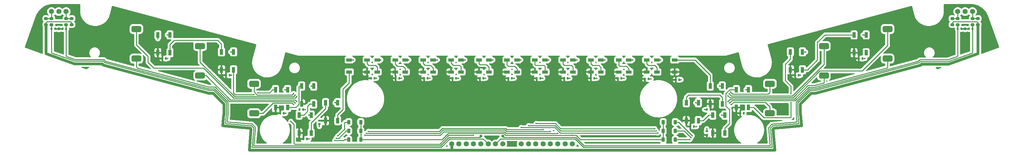
<source format=gbr>
%TF.GenerationSoftware,KiCad,Pcbnew,7.0.9-7.0.9~ubuntu22.04.1*%
%TF.CreationDate,2023-12-27T20:48:07-05:00*%
%TF.ProjectId,GT-Wheel-RevLight,47542d57-6865-4656-9c2d-5265764c6967,rev?*%
%TF.SameCoordinates,Original*%
%TF.FileFunction,Copper,L1,Top*%
%TF.FilePolarity,Positive*%
%FSLAX46Y46*%
G04 Gerber Fmt 4.6, Leading zero omitted, Abs format (unit mm)*
G04 Created by KiCad (PCBNEW 7.0.9-7.0.9~ubuntu22.04.1) date 2023-12-27 20:48:07*
%MOMM*%
%LPD*%
G01*
G04 APERTURE LIST*
G04 Aperture macros list*
%AMRoundRect*
0 Rectangle with rounded corners*
0 $1 Rounding radius*
0 $2 $3 $4 $5 $6 $7 $8 $9 X,Y pos of 4 corners*
0 Add a 4 corners polygon primitive as box body*
4,1,4,$2,$3,$4,$5,$6,$7,$8,$9,$2,$3,0*
0 Add four circle primitives for the rounded corners*
1,1,$1+$1,$2,$3*
1,1,$1+$1,$4,$5*
1,1,$1+$1,$6,$7*
1,1,$1+$1,$8,$9*
0 Add four rect primitives between the rounded corners*
20,1,$1+$1,$2,$3,$4,$5,0*
20,1,$1+$1,$4,$5,$6,$7,0*
20,1,$1+$1,$6,$7,$8,$9,0*
20,1,$1+$1,$8,$9,$2,$3,0*%
G04 Aperture macros list end*
%TA.AperFunction,SMDPad,CuDef*%
%ADD10RoundRect,0.425000X0.925000X0.425000X-0.925000X0.425000X-0.925000X-0.425000X0.925000X-0.425000X0*%
%TD*%
%TA.AperFunction,SMDPad,CuDef*%
%ADD11R,1.500000X0.900000*%
%TD*%
%TA.AperFunction,SMDPad,CuDef*%
%ADD12RoundRect,0.225000X-0.225000X-0.375000X0.225000X-0.375000X0.225000X0.375000X-0.225000X0.375000X0*%
%TD*%
%TA.AperFunction,SMDPad,CuDef*%
%ADD13R,0.900000X1.500000*%
%TD*%
%TA.AperFunction,SMDPad,CuDef*%
%ADD14RoundRect,0.140000X-0.140000X-0.170000X0.140000X-0.170000X0.140000X0.170000X-0.140000X0.170000X0*%
%TD*%
%TA.AperFunction,ComponentPad*%
%ADD15C,1.400000*%
%TD*%
%TA.AperFunction,SMDPad,CuDef*%
%ADD16RoundRect,0.200000X0.275000X-0.200000X0.275000X0.200000X-0.275000X0.200000X-0.275000X-0.200000X0*%
%TD*%
%TA.AperFunction,SMDPad,CuDef*%
%ADD17RoundRect,0.140000X0.140000X0.170000X-0.140000X0.170000X-0.140000X-0.170000X0.140000X-0.170000X0*%
%TD*%
%TA.AperFunction,SMDPad,CuDef*%
%ADD18RoundRect,0.225000X0.225000X0.375000X-0.225000X0.375000X-0.225000X-0.375000X0.225000X-0.375000X0*%
%TD*%
%TA.AperFunction,SMDPad,CuDef*%
%ADD19RoundRect,0.140000X-0.170000X0.140000X-0.170000X-0.140000X0.170000X-0.140000X0.170000X0.140000X0*%
%TD*%
%TA.AperFunction,SMDPad,CuDef*%
%ADD20RoundRect,0.140000X0.170000X-0.140000X0.170000X0.140000X-0.170000X0.140000X-0.170000X-0.140000X0*%
%TD*%
%TA.AperFunction,ViaPad*%
%ADD21C,0.406400*%
%TD*%
%TA.AperFunction,ViaPad*%
%ADD22C,0.800000*%
%TD*%
%TA.AperFunction,Conductor*%
%ADD23C,0.250000*%
%TD*%
%TA.AperFunction,Conductor*%
%ADD24C,0.381000*%
%TD*%
%TA.AperFunction,Conductor*%
%ADD25C,0.254000*%
%TD*%
%TA.AperFunction,Conductor*%
%ADD26C,0.762000*%
%TD*%
G04 APERTURE END LIST*
D10*
%TO.P,SW5,1*%
%TO.N,Net-(D5-K)*%
X232755643Y-80667849D03*
%TO.P,SW5,2*%
%TO.N,/COL11*%
X232755643Y-72567849D03*
%TD*%
%TO.P,SW6,1*%
%TO.N,Net-(D6-K)*%
X250142308Y-76009106D03*
%TO.P,SW6,2*%
%TO.N,/COL12*%
X250142308Y-67909106D03*
%TD*%
D11*
%TO.P,D15,1,VDD*%
%TO.N,/+5V*%
X123297002Y-79659112D03*
%TO.P,D15,2,DOUT*%
%TO.N,Net-(D15-DOUT)*%
X123297002Y-76359112D03*
%TO.P,D15,3,VSS*%
%TO.N,~*%
X118397002Y-76359112D03*
%TO.P,D15,4,DIN*%
%TO.N,Net-(D14-DOUT)*%
X118397002Y-79659112D03*
%TD*%
D12*
%TO.P,D2,1,K*%
%TO.N,Net-(D2-K)*%
X102974275Y-93380738D03*
%TO.P,D2,2,A*%
%TO.N,/ROW5*%
X106274275Y-93380738D03*
%TD*%
D13*
%TO.P,D29,1,VDD*%
%TO.N,/+5V*%
X223605643Y-79067849D03*
%TO.P,D29,2,DOUT*%
%TO.N,Net-(D29-DOUT)*%
X226905643Y-79067849D03*
%TO.P,D29,3,VSS*%
%TO.N,~*%
X226905643Y-74167849D03*
%TO.P,D29,4,DIN*%
%TO.N,Net-(D28-DOUT)*%
X223605643Y-74167849D03*
%TD*%
D14*
%TO.P,C9,1,1*%
%TO.N,/+5V*%
X90614275Y-97980738D03*
%TO.P,C9,2,2*%
%TO.N,~*%
X91574275Y-97980738D03*
%TD*%
D15*
%TO.P,WP18,1*%
%TO.N,/EN4_B*%
X139074275Y-99380738D03*
%TD*%
D11*
%TO.P,D21,1,VDD*%
%TO.N,/+5V*%
X169115184Y-79659112D03*
%TO.P,D21,2,DOUT*%
%TO.N,Net-(D21-DOUT)*%
X169115184Y-76359112D03*
%TO.P,D21,3,VSS*%
%TO.N,~*%
X164215184Y-76359112D03*
%TO.P,D21,4,DIN*%
%TO.N,Net-(D20-DOUT)*%
X164215184Y-79659112D03*
%TD*%
D16*
%TO.P,R4,1*%
%TO.N,/+3.3V*%
X267824275Y-66705738D03*
%TO.P,R4,2*%
%TO.N,Net-(R1-Pad2)*%
X267824275Y-65055738D03*
%TD*%
D14*
%TO.P,C26,1,1*%
%TO.N,/+5V*%
X209894275Y-90980738D03*
%TO.P,C26,2,2*%
%TO.N,~*%
X210854275Y-90980738D03*
%TD*%
D10*
%TO.P,SW4,1*%
%TO.N,Net-(D4-K)*%
X218010906Y-90992225D03*
%TO.P,SW4,2*%
%TO.N,/COL10*%
X218010906Y-82892225D03*
%TD*%
D13*
%TO.P,D7,1,VDD*%
%TO.N,/+5V*%
X50856242Y-74409106D03*
%TO.P,D7,2,DOUT*%
%TO.N,Net-(D7-DOUT)*%
X54156242Y-74409106D03*
%TO.P,D7,3,VSS*%
%TO.N,~*%
X54156242Y-69509106D03*
%TO.P,D7,4,DIN*%
%TO.N,/LED_DOUT*%
X50856242Y-69509106D03*
%TD*%
D15*
%TO.P,WP1,1*%
%TO.N,~*%
X271324275Y-63130738D03*
%TD*%
D14*
%TO.P,C1,1,1*%
%TO.N,/+5V*%
X52094275Y-75980738D03*
%TO.P,C1,2,2*%
%TO.N,~*%
X53054275Y-75980738D03*
%TD*%
D15*
%TO.P,WP5,1*%
%TO.N,~*%
X162074275Y-99380738D03*
%TD*%
%TO.P,WP2,1*%
%TO.N,Net-(R1-Pad2)*%
X269324275Y-63130738D03*
%TD*%
%TO.P,WP16,1*%
%TO.N,/EN3_B*%
X143074275Y-99380738D03*
%TD*%
D14*
%TO.P,C2,1,1*%
%TO.N,/+5V*%
X138824275Y-81380738D03*
%TO.P,C2,2,2*%
%TO.N,~*%
X139784275Y-81380738D03*
%TD*%
D15*
%TO.P,WP10,1*%
%TO.N,/COL8*%
X158074275Y-99380738D03*
%TD*%
D14*
%TO.P,C17,1,1*%
%TO.N,/+5V*%
X123574275Y-81380738D03*
%TO.P,C17,2,2*%
%TO.N,~*%
X124534275Y-81380738D03*
%TD*%
%TO.P,C20,1,1*%
%TO.N,/EN3_A*%
X269324275Y-67880738D03*
%TO.P,C20,2,2*%
%TO.N,~*%
X270284275Y-67880738D03*
%TD*%
D17*
%TO.P,C21,1,1*%
%TO.N,/EN4_B*%
X25824275Y-67880738D03*
%TO.P,C21,2,2*%
%TO.N,~*%
X24864275Y-67880738D03*
%TD*%
D16*
%TO.P,R7,1*%
%TO.N,/+3.3V*%
X27324275Y-66705738D03*
%TO.P,R7,2*%
%TO.N,Net-(R6-Pad2)*%
X27324275Y-65055738D03*
%TD*%
D13*
%TO.P,D12,1,VDD*%
%TO.N,/+5V*%
X96670751Y-92996271D03*
%TO.P,D12,2,DOUT*%
%TO.N,Net-(D12-DOUT)*%
X99970751Y-92996271D03*
%TO.P,D12,3,VSS*%
%TO.N,~*%
X99970751Y-88096271D03*
%TO.P,D12,4,DIN*%
%TO.N,Net-(D11-DOUT)*%
X96670751Y-88096271D03*
%TD*%
D15*
%TO.P,WP17,1*%
%TO.N,/EN4_A*%
X141074275Y-99380738D03*
%TD*%
D14*
%TO.P,C3,1,1*%
%TO.N,/+5V*%
X69494275Y-80580738D03*
%TO.P,C3,2,2*%
%TO.N,~*%
X70454275Y-80580738D03*
%TD*%
%TO.P,C12,1,1*%
%TO.N,/+5V*%
X176494275Y-81380738D03*
%TO.P,C12,2,2*%
%TO.N,~*%
X177454275Y-81380738D03*
%TD*%
D11*
%TO.P,D23,1,VDD*%
%TO.N,/+5V*%
X184387911Y-79659112D03*
%TO.P,D23,2,DOUT*%
%TO.N,Net-(D23-DOUT)*%
X184387911Y-76359112D03*
%TO.P,D23,3,VSS*%
%TO.N,~*%
X179487911Y-76359112D03*
%TO.P,D23,4,DIN*%
%TO.N,Net-(D22-DOUT)*%
X179487911Y-79659112D03*
%TD*%
D13*
%TO.P,D11,1,VDD*%
%TO.N,/+5V*%
X89432419Y-96371561D03*
%TO.P,D11,2,DOUT*%
%TO.N,Net-(D11-DOUT)*%
X92732419Y-96371561D03*
%TO.P,D11,3,VSS*%
%TO.N,~*%
X92732419Y-91471561D03*
%TO.P,D11,4,DIN*%
%TO.N,Net-(D10-DOUT)*%
X89432419Y-91471561D03*
%TD*%
D11*
%TO.P,D24,1,VDD*%
%TO.N,/+5V*%
X192024275Y-79659112D03*
%TO.P,D24,2,DOUT*%
%TO.N,Net-(D24-DOUT)*%
X192024275Y-76359112D03*
%TO.P,D24,3,VSS*%
%TO.N,~*%
X187124275Y-76359112D03*
%TO.P,D24,4,DIN*%
%TO.N,Net-(D23-DOUT)*%
X187124275Y-79659112D03*
%TD*%
D16*
%TO.P,R5,1*%
%TO.N,/EN4_A*%
X21824275Y-66705738D03*
%TO.P,R5,2*%
%TO.N,Net-(R5-Pad2)*%
X21824275Y-65055738D03*
%TD*%
D14*
%TO.P,C14,1,1*%
%TO.N,/+5V*%
X183894275Y-81580738D03*
%TO.P,C14,2,2*%
%TO.N,~*%
X184854275Y-81580738D03*
%TD*%
%TO.P,C27,1,1*%
%TO.N,/+5V*%
X224894275Y-80580738D03*
%TO.P,C27,2,2*%
%TO.N,~*%
X225854275Y-80580738D03*
%TD*%
D11*
%TO.P,D13,1,VDD*%
%TO.N,/+5V*%
X108024275Y-79659112D03*
%TO.P,D13,2,DOUT*%
%TO.N,Net-(D13-DOUT)*%
X108024275Y-76359112D03*
%TO.P,D13,3,VSS*%
%TO.N,~*%
X103124275Y-76359112D03*
%TO.P,D13,4,DIN*%
%TO.N,Net-(D12-DOUT)*%
X103124275Y-79659112D03*
%TD*%
D14*
%TO.P,C10,1,1*%
%TO.N,/+5V*%
X169094275Y-81380738D03*
%TO.P,C10,2,2*%
%TO.N,~*%
X170054275Y-81380738D03*
%TD*%
D15*
%TO.P,WP12,1*%
%TO.N,/COL10*%
X154074275Y-99380738D03*
%TD*%
D13*
%TO.P,D10,1,VDD*%
%TO.N,/+5V*%
X90128498Y-88415337D03*
%TO.P,D10,2,DOUT*%
%TO.N,Net-(D10-DOUT)*%
X93428498Y-88415337D03*
%TO.P,D10,3,VSS*%
%TO.N,~*%
X93428498Y-83515337D03*
%TO.P,D10,4,DIN*%
%TO.N,Net-(D10-DIN)*%
X90128498Y-83515337D03*
%TD*%
D15*
%TO.P,WP14,1*%
%TO.N,/COL12*%
X150074275Y-99380738D03*
%TD*%
D11*
%TO.P,D17,1,VDD*%
%TO.N,/+5V*%
X138569730Y-79659112D03*
%TO.P,D17,2,DOUT*%
%TO.N,Net-(D17-DOUT)*%
X138569730Y-76359112D03*
%TO.P,D17,3,VSS*%
%TO.N,~*%
X133669730Y-76359112D03*
%TO.P,D17,4,DIN*%
%TO.N,Net-(D16-DOUT)*%
X133669730Y-79659112D03*
%TD*%
D14*
%TO.P,C6,1,1*%
%TO.N,/+5V*%
X154324275Y-81380738D03*
%TO.P,C6,2,2*%
%TO.N,~*%
X155284275Y-81380738D03*
%TD*%
D15*
%TO.P,WP3,1*%
%TO.N,Net-(R2-Pad2)*%
X273324275Y-63130738D03*
%TD*%
D13*
%TO.P,D26,1,VDD*%
%TO.N,/+5V*%
X195177799Y-92996271D03*
%TO.P,D26,2,DOUT*%
%TO.N,Net-(D26-DOUT)*%
X198477799Y-92996271D03*
%TO.P,D26,3,VSS*%
%TO.N,~*%
X198477799Y-88096271D03*
%TO.P,D26,4,DIN*%
%TO.N,Net-(D25-DOUT)*%
X195177799Y-88096271D03*
%TD*%
%TO.P,D8,1,VDD*%
%TO.N,/+5V*%
X68242907Y-79067849D03*
%TO.P,D8,2,DOUT*%
%TO.N,Net-(D8-DOUT)*%
X71542907Y-79067849D03*
%TO.P,D8,3,VSS*%
%TO.N,~*%
X71542907Y-74167849D03*
%TO.P,D8,4,DIN*%
%TO.N,Net-(D7-DOUT)*%
X68242907Y-74167849D03*
%TD*%
D18*
%TO.P,D6,1,K*%
%TO.N,Net-(D6-K)*%
X192174275Y-95780738D03*
%TO.P,D6,2,A*%
%TO.N,/ROW5*%
X188874275Y-95780738D03*
%TD*%
D13*
%TO.P,D27,1,VDD*%
%TO.N,/+5V*%
X202416131Y-96371561D03*
%TO.P,D27,2,DOUT*%
%TO.N,Net-(D27-DOUT)*%
X205716131Y-96371561D03*
%TO.P,D27,3,VSS*%
%TO.N,~*%
X205716131Y-91471561D03*
%TO.P,D27,4,DIN*%
%TO.N,Net-(D26-DOUT)*%
X202416131Y-91471561D03*
%TD*%
D15*
%TO.P,WP20,1*%
%TO.N,/+5V*%
X135074275Y-99380738D03*
%TD*%
%TO.P,WP6,1*%
%TO.N,~*%
X23824275Y-63130738D03*
%TD*%
%TO.P,WP8,1*%
%TO.N,Net-(R6-Pad2)*%
X25824275Y-63130738D03*
%TD*%
D13*
%TO.P,D9,1,VDD*%
%TO.N,/+5V*%
X82987644Y-89392225D03*
%TO.P,D9,2,DOUT*%
%TO.N,Net-(D10-DIN)*%
X86287644Y-89392225D03*
%TO.P,D9,3,VSS*%
%TO.N,~*%
X86287644Y-84492225D03*
%TO.P,D9,4,DIN*%
%TO.N,Net-(D8-DOUT)*%
X82987644Y-84492225D03*
%TD*%
D19*
%TO.P,C11,1,1*%
%TO.N,/+5V*%
X94974275Y-92980738D03*
%TO.P,C11,2,2*%
%TO.N,~*%
X94974275Y-93940738D03*
%TD*%
D13*
%TO.P,D28,1,VDD*%
%TO.N,/+5V*%
X208860906Y-89392225D03*
%TO.P,D28,2,DOUT*%
%TO.N,Net-(D28-DOUT)*%
X212160906Y-89392225D03*
%TO.P,D28,3,VSS*%
%TO.N,~*%
X212160906Y-84492225D03*
%TO.P,D28,4,DIN*%
%TO.N,Net-(D27-DOUT)*%
X208860906Y-84492225D03*
%TD*%
D14*
%TO.P,C16,1,1*%
%TO.N,/+5V*%
X192294275Y-81780738D03*
%TO.P,C16,2,2*%
%TO.N,~*%
X193254275Y-81780738D03*
%TD*%
D18*
%TO.P,D4,1,K*%
%TO.N,Net-(D4-K)*%
X192174275Y-98180738D03*
%TO.P,D4,2,A*%
%TO.N,/ROW5*%
X188874275Y-98180738D03*
%TD*%
D10*
%TO.P,SW3,1*%
%TO.N,Net-(D3-K)*%
X77137644Y-90992225D03*
%TO.P,SW3,2*%
%TO.N,/COL9*%
X77137644Y-82892225D03*
%TD*%
%TO.P,SW1,1*%
%TO.N,Net-(D1-K)*%
X45006242Y-76009106D03*
%TO.P,SW1,2*%
%TO.N,/COL7*%
X45006242Y-67909106D03*
%TD*%
D14*
%TO.P,C22,1,1*%
%TO.N,/EN4_A*%
X21824275Y-67880738D03*
%TO.P,C22,2,2*%
%TO.N,~*%
X22784275Y-67880738D03*
%TD*%
%TO.P,C13,1,1*%
%TO.N,/+5V*%
X109094275Y-81380738D03*
%TO.P,C13,2,2*%
%TO.N,~*%
X110054275Y-81380738D03*
%TD*%
D15*
%TO.P,WP22,1*%
%TO.N,/+3.3V*%
X131074275Y-99380738D03*
%TD*%
D11*
%TO.P,D18,1,VDD*%
%TO.N,/+5V*%
X146206093Y-79659112D03*
%TO.P,D18,2,DOUT*%
%TO.N,Net-(D18-DOUT)*%
X146206093Y-76359112D03*
%TO.P,D18,3,VSS*%
%TO.N,~*%
X141306093Y-76359112D03*
%TO.P,D18,4,DIN*%
%TO.N,Net-(D17-DOUT)*%
X141306093Y-79659112D03*
%TD*%
D15*
%TO.P,WP7,1*%
%TO.N,Net-(R5-Pad2)*%
X21824275Y-63130738D03*
%TD*%
%TO.P,WP15,1*%
%TO.N,/EN3_A*%
X145074275Y-99380738D03*
%TD*%
D14*
%TO.P,C4,1,1*%
%TO.N,/+5V*%
X146574275Y-81380738D03*
%TO.P,C4,2,2*%
%TO.N,~*%
X147534275Y-81380738D03*
%TD*%
D10*
%TO.P,SW2,1*%
%TO.N,Net-(D2-K)*%
X62392907Y-80667849D03*
%TO.P,SW2,2*%
%TO.N,/COL8*%
X62392907Y-72567849D03*
%TD*%
D12*
%TO.P,D3,1,K*%
%TO.N,Net-(D3-K)*%
X102974275Y-98180738D03*
%TO.P,D3,2,A*%
%TO.N,/ROW5*%
X106274275Y-98180738D03*
%TD*%
D18*
%TO.P,D5,1,K*%
%TO.N,Net-(D5-K)*%
X192174275Y-93380738D03*
%TO.P,D5,2,A*%
%TO.N,/ROW5*%
X188874275Y-93380738D03*
%TD*%
D16*
%TO.P,R2,1*%
%TO.N,/EN3_B*%
X273324275Y-66705738D03*
%TO.P,R2,2*%
%TO.N,Net-(R2-Pad2)*%
X273324275Y-65055738D03*
%TD*%
D20*
%TO.P,C25,1,1*%
%TO.N,/+5V*%
X200774275Y-96860738D03*
%TO.P,C25,2,2*%
%TO.N,~*%
X200774275Y-95900738D03*
%TD*%
D14*
%TO.P,C19,1,1*%
%TO.N,/+5V*%
X131324275Y-81380738D03*
%TO.P,C19,2,2*%
%TO.N,~*%
X132284275Y-81380738D03*
%TD*%
D16*
%TO.P,R6,1*%
%TO.N,/EN4_B*%
X25824275Y-66705738D03*
%TO.P,R6,2*%
%TO.N,Net-(R6-Pad2)*%
X25824275Y-65055738D03*
%TD*%
D13*
%TO.P,D30,1,VDD*%
%TO.N,/+5V*%
X240992308Y-74409106D03*
%TO.P,D30,2,DOUT*%
%TO.N,unconnected-(D30-DOUT-Pad2)*%
X244292308Y-74409106D03*
%TO.P,D30,3,VSS*%
%TO.N,~*%
X244292308Y-69509106D03*
%TO.P,D30,4,DIN*%
%TO.N,Net-(D29-DOUT)*%
X240992308Y-69509106D03*
%TD*%
D14*
%TO.P,C15,1,1*%
%TO.N,/+5V*%
X115824275Y-81380738D03*
%TO.P,C15,2,2*%
%TO.N,~*%
X116784275Y-81380738D03*
%TD*%
D15*
%TO.P,WP11,1*%
%TO.N,/COL9*%
X156074275Y-99380738D03*
%TD*%
%TO.P,WP19,1*%
%TO.N,/LED_DOUT*%
X137074275Y-99380738D03*
%TD*%
D16*
%TO.P,R3,1*%
%TO.N,/+3.3V*%
X274824275Y-66705738D03*
%TO.P,R3,2*%
%TO.N,Net-(R2-Pad2)*%
X274824275Y-65055738D03*
%TD*%
D15*
%TO.P,WP4,1*%
%TO.N,/ROW5*%
X164074275Y-99380738D03*
%TD*%
D14*
%TO.P,C28,1,1*%
%TO.N,/+5V*%
X242294275Y-75980738D03*
%TO.P,C28,2,2*%
%TO.N,~*%
X243254275Y-75980738D03*
%TD*%
D13*
%TO.P,D25,1,VDD*%
%TO.N,/+5V*%
X201720052Y-88415337D03*
%TO.P,D25,2,DOUT*%
%TO.N,Net-(D25-DOUT)*%
X205020052Y-88415337D03*
%TO.P,D25,3,VSS*%
%TO.N,~*%
X205020052Y-83515337D03*
%TO.P,D25,4,DIN*%
%TO.N,Net-(D24-DOUT)*%
X201720052Y-83515337D03*
%TD*%
D17*
%TO.P,C18,1,1*%
%TO.N,/EN3_B*%
X273324275Y-67880738D03*
%TO.P,C18,2,2*%
%TO.N,~*%
X272364275Y-67880738D03*
%TD*%
D15*
%TO.P,WP13,1*%
%TO.N,/COL11*%
X152074275Y-99380738D03*
%TD*%
D14*
%TO.P,C8,1,1*%
%TO.N,/+5V*%
X161824275Y-81380738D03*
%TO.P,C8,2,2*%
%TO.N,~*%
X162784275Y-81380738D03*
%TD*%
D12*
%TO.P,D1,1,K*%
%TO.N,Net-(D1-K)*%
X102974275Y-95780738D03*
%TO.P,D1,2,A*%
%TO.N,/ROW5*%
X106274275Y-95780738D03*
%TD*%
D11*
%TO.P,D22,1,VDD*%
%TO.N,/+5V*%
X176751548Y-79659112D03*
%TO.P,D22,2,DOUT*%
%TO.N,Net-(D22-DOUT)*%
X176751548Y-76359112D03*
%TO.P,D22,3,VSS*%
%TO.N,~*%
X171851548Y-76359112D03*
%TO.P,D22,4,DIN*%
%TO.N,Net-(D21-DOUT)*%
X171851548Y-79659112D03*
%TD*%
%TO.P,D19,1,VDD*%
%TO.N,/+5V*%
X153842457Y-79659112D03*
%TO.P,D19,2,DOUT*%
%TO.N,Net-(D19-DOUT)*%
X153842457Y-76359112D03*
%TO.P,D19,3,VSS*%
%TO.N,~*%
X148942457Y-76359112D03*
%TO.P,D19,4,DIN*%
%TO.N,Net-(D18-DOUT)*%
X148942457Y-79659112D03*
%TD*%
D15*
%TO.P,WP9,1*%
%TO.N,/COL7*%
X160074275Y-99380738D03*
%TD*%
D14*
%TO.P,C24,1,1*%
%TO.N,/+5V*%
X196294275Y-94580738D03*
%TO.P,C24,2,2*%
%TO.N,~*%
X197254275Y-94580738D03*
%TD*%
D11*
%TO.P,D14,1,VDD*%
%TO.N,/+5V*%
X115660639Y-79659112D03*
%TO.P,D14,2,DOUT*%
%TO.N,Net-(D14-DOUT)*%
X115660639Y-76359112D03*
%TO.P,D14,3,VSS*%
%TO.N,~*%
X110760639Y-76359112D03*
%TO.P,D14,4,DIN*%
%TO.N,Net-(D13-DOUT)*%
X110760639Y-79659112D03*
%TD*%
%TO.P,D16,1,VDD*%
%TO.N,/+5V*%
X130933366Y-79659112D03*
%TO.P,D16,2,DOUT*%
%TO.N,Net-(D16-DOUT)*%
X130933366Y-76359112D03*
%TO.P,D16,3,VSS*%
%TO.N,~*%
X126033366Y-76359112D03*
%TO.P,D16,4,DIN*%
%TO.N,Net-(D15-DOUT)*%
X126033366Y-79659112D03*
%TD*%
D15*
%TO.P,WP21,1*%
%TO.N,~*%
X133074275Y-99380738D03*
%TD*%
D16*
%TO.P,R8,1*%
%TO.N,/+3.3V*%
X20324275Y-66705738D03*
%TO.P,R8,2*%
%TO.N,Net-(R5-Pad2)*%
X20324275Y-65055738D03*
%TD*%
D11*
%TO.P,D20,1,VDD*%
%TO.N,/+5V*%
X161478820Y-79659112D03*
%TO.P,D20,2,DOUT*%
%TO.N,Net-(D20-DOUT)*%
X161478820Y-76359112D03*
%TO.P,D20,3,VSS*%
%TO.N,~*%
X156578820Y-76359112D03*
%TO.P,D20,4,DIN*%
%TO.N,Net-(D19-DOUT)*%
X156578820Y-79659112D03*
%TD*%
D16*
%TO.P,R1,1*%
%TO.N,/EN3_A*%
X269324275Y-66705738D03*
%TO.P,R1,2*%
%TO.N,Net-(R1-Pad2)*%
X269324275Y-65055738D03*
%TD*%
D17*
%TO.P,C23,1,1*%
%TO.N,/+5V*%
X201774275Y-89980738D03*
%TO.P,C23,2,2*%
%TO.N,~*%
X200814275Y-89980738D03*
%TD*%
D14*
%TO.P,C7,1,1*%
%TO.N,/+5V*%
X89574275Y-89980738D03*
%TO.P,C7,2,2*%
%TO.N,~*%
X90534275Y-89980738D03*
%TD*%
%TO.P,C5,1,1*%
%TO.N,/+5V*%
X84294275Y-90980738D03*
%TO.P,C5,2,2*%
%TO.N,~*%
X85254275Y-90980738D03*
%TD*%
D21*
%TO.N,~*%
X53574275Y-75980738D03*
X142352649Y-76359112D03*
X165352649Y-76359112D03*
X92065098Y-91471561D03*
X204239676Y-83515337D03*
X149974275Y-76359112D03*
X243445907Y-69509106D03*
X243974275Y-75980738D03*
X140374275Y-81380738D03*
X148174275Y-81380738D03*
X178174275Y-81380738D03*
X200774275Y-95180738D03*
X172952649Y-76359112D03*
X70787164Y-74167849D03*
X204883452Y-91471561D03*
X226374275Y-80580738D03*
X197774275Y-88096271D03*
X125174275Y-81380738D03*
X170774275Y-81380738D03*
X104174275Y-76359112D03*
X127174275Y-76359112D03*
X180552649Y-76359112D03*
D22*
X271324275Y-67880738D03*
D21*
X91174275Y-89980738D03*
X155974275Y-81380738D03*
X119374275Y-76359112D03*
X163374275Y-81380738D03*
X92174275Y-97980738D03*
X197974275Y-94580738D03*
X99258742Y-88096271D03*
X185574275Y-81580738D03*
X70974275Y-80580738D03*
X110574275Y-81380738D03*
X85574275Y-84492225D03*
X117374275Y-81380738D03*
X157574275Y-76359112D03*
X85774275Y-90980738D03*
X193774275Y-81780738D03*
X53445907Y-69509106D03*
X94974275Y-94580738D03*
X200174275Y-89980738D03*
X188152649Y-76359112D03*
X111752649Y-76359112D03*
X132974275Y-81380738D03*
D22*
X23824275Y-67880738D03*
D21*
X211462788Y-84492225D03*
X92774275Y-83515337D03*
X227761386Y-74167849D03*
X134752649Y-76359112D03*
D22*
%TO.N,/EN3_A*%
X145074275Y-97256238D03*
%TO.N,/EN4_B*%
X139074275Y-97256238D03*
D21*
%TO.N,Net-(D1-K)*%
X99574275Y-97780738D03*
X88360788Y-88166746D03*
%TO.N,/ROW5*%
X164074275Y-97003038D03*
%TO.N,Net-(D2-K)*%
X99974275Y-97180738D03*
X88774275Y-87723862D03*
%TO.N,Net-(D3-K)*%
X99174275Y-98380738D03*
X87947301Y-88609630D03*
%TO.N,Net-(D4-K)*%
X207402713Y-88609176D03*
X196174275Y-98180738D03*
%TO.N,Net-(D5-K)*%
X196798726Y-97111103D03*
X206545837Y-87752300D03*
%TO.N,Net-(D6-K)*%
X206974275Y-88180738D03*
X196445243Y-97638803D03*
%TO.N,/LED_DOUT*%
X137074275Y-96980738D03*
X50856242Y-70580738D03*
X87174275Y-93180738D03*
%TO.N,Net-(D8-DOUT)*%
X78174275Y-85403038D03*
X77100883Y-85853038D03*
%TO.N,Net-(D28-DOUT)*%
X223774275Y-85653038D03*
X223774275Y-88058438D03*
D22*
%TO.N,/+5V*%
X135074275Y-92580738D03*
D21*
%TO.N,/COL7*%
X160074275Y-96475338D03*
X107374275Y-96980738D03*
X88774275Y-86409176D03*
%TO.N,/COL8*%
X158074275Y-95947638D03*
X107846075Y-96452538D03*
X88360788Y-85966292D03*
%TO.N,/COL9*%
X87931819Y-85538387D03*
X156074275Y-95419938D03*
X108317875Y-95924338D03*
%TO.N,/COL10*%
X207197743Y-85141624D03*
X154174275Y-93780738D03*
X186574275Y-95180738D03*
%TO.N,/COL11*%
X152074275Y-94364038D03*
X206886009Y-85661181D03*
X186974275Y-95780738D03*
%TO.N,/COL12*%
X206574275Y-86180738D03*
X187374275Y-96380738D03*
X150074275Y-94880738D03*
%TD*%
D23*
%TO.N,~*%
X200774275Y-95180738D02*
X200774275Y-95900738D01*
X99258742Y-88096271D02*
X99970751Y-88096271D01*
X184854275Y-81580738D02*
X185574275Y-81580738D01*
X94974275Y-94580738D02*
X94974275Y-93940738D01*
X200814275Y-89980738D02*
X200174275Y-89980738D01*
X53445907Y-69509106D02*
X54156242Y-69509106D01*
X91574275Y-97980738D02*
X92174275Y-97980738D01*
X92065098Y-91471561D02*
X92732419Y-91471561D01*
X147534275Y-81380738D02*
X148174275Y-81380738D01*
X127174275Y-76359112D02*
X126033366Y-76359112D01*
X193254275Y-81780738D02*
X193774275Y-81780738D01*
X140374275Y-81380738D02*
X139784275Y-81380738D01*
X188152649Y-76359112D02*
X187124275Y-76359112D01*
X85574275Y-84492225D02*
X86287644Y-84492225D01*
D24*
X271074275Y-67880738D02*
X271174275Y-67780738D01*
D23*
X125174275Y-81380738D02*
X124534275Y-81380738D01*
X172952649Y-76359112D02*
X171851548Y-76359112D01*
D24*
X271174275Y-67780738D02*
X271274275Y-67880738D01*
D23*
X157574275Y-76359112D02*
X156578820Y-76359112D01*
D24*
X271274275Y-67880738D02*
X272364275Y-67880738D01*
D23*
X170054275Y-81380738D02*
X170774275Y-81380738D01*
X197774275Y-88096271D02*
X198477799Y-88096271D01*
X177454275Y-81380738D02*
X178174275Y-81380738D01*
X111752649Y-76359112D02*
X110760639Y-76359112D01*
X132974275Y-81380738D02*
X132284275Y-81380738D01*
X204239676Y-83515337D02*
X205020052Y-83515337D01*
X53054275Y-75980738D02*
X53574275Y-75980738D01*
X243254275Y-75980738D02*
X243974275Y-75980738D01*
X211462788Y-84492225D02*
X212160906Y-84492225D01*
X70787164Y-74167849D02*
X71542907Y-74167849D01*
X92774275Y-83515337D02*
X93428498Y-83515337D01*
X155284275Y-81380738D02*
X155974275Y-81380738D01*
X165352649Y-76359112D02*
X164215184Y-76359112D01*
X90534275Y-89980738D02*
X91174275Y-89980738D01*
X197974275Y-94580738D02*
X197254275Y-94580738D01*
X142352649Y-76359112D02*
X141306093Y-76359112D01*
X110054275Y-81380738D02*
X110574275Y-81380738D01*
X149974275Y-76359112D02*
X148942457Y-76359112D01*
X180552649Y-76359112D02*
X179487911Y-76359112D01*
X70454275Y-80580738D02*
X70974275Y-80580738D01*
X225854275Y-80580738D02*
X226374275Y-80580738D01*
X104174275Y-76359112D02*
X103124275Y-76359112D01*
X227761386Y-74167849D02*
X226905643Y-74167849D01*
X204883452Y-91471561D02*
X205716131Y-91471561D01*
X85254275Y-90980738D02*
X85774275Y-90980738D01*
X117374275Y-81380738D02*
X116784275Y-81380738D01*
X134752649Y-76359112D02*
X133669730Y-76359112D01*
D25*
X118397002Y-76359112D02*
X119374275Y-76359112D01*
D23*
X244292308Y-69509106D02*
X243445907Y-69509106D01*
D24*
X270284275Y-67880738D02*
X271074275Y-67880738D01*
D23*
X162784275Y-81380738D02*
X163374275Y-81380738D01*
D24*
X22784275Y-67880738D02*
X24864275Y-67880738D01*
D23*
%TO.N,/EN3_B*%
X225598502Y-91559140D02*
X225660839Y-91621477D01*
X225845803Y-93735631D02*
X218709813Y-94359948D01*
X225598502Y-88108077D02*
X225598502Y-91559140D01*
X167087275Y-100293738D02*
X164774275Y-97980738D01*
X144474275Y-97980738D02*
X143074275Y-99380738D01*
X258806948Y-77104868D02*
X230359381Y-84727372D01*
X266637311Y-76800784D02*
X259111032Y-76800784D01*
X218589770Y-100293738D02*
X167087275Y-100293738D01*
X259111032Y-76800784D02*
X258806948Y-77104868D01*
X273324275Y-74436585D02*
X266637311Y-76800784D01*
X225660839Y-91621477D02*
X225845803Y-93735631D01*
X273324275Y-67880738D02*
X273324275Y-74436585D01*
X164774275Y-97980738D02*
X144474275Y-97980738D01*
X230359381Y-84727372D02*
X228979207Y-84727372D01*
X218130984Y-95049772D02*
X218589770Y-100293738D01*
X228979207Y-84727372D02*
X225598502Y-88108077D01*
X273324275Y-66705738D02*
X273324275Y-67880738D01*
X218709813Y-94359948D02*
X218130984Y-95049772D01*
%TO.N,/EN3_A*%
X269324275Y-66705738D02*
X269324275Y-75373502D01*
X258924636Y-76350784D02*
X258574012Y-76701408D01*
X225226826Y-91823860D02*
X225358295Y-93326563D01*
X228792811Y-84277372D02*
X225148502Y-87921681D01*
X225148502Y-91745536D02*
X225226826Y-91823860D01*
X145348775Y-97530738D02*
X145074275Y-97256238D01*
X225148502Y-87921681D02*
X225148502Y-91745536D01*
X167273671Y-99843738D02*
X164960671Y-97530738D01*
X258574012Y-76701408D02*
X230300136Y-84277372D01*
X164960671Y-97530738D02*
X145348775Y-97530738D01*
X218484905Y-93927906D02*
X217666450Y-94903306D01*
X218098681Y-99843738D02*
X167273671Y-99843738D01*
X230300136Y-84277372D02*
X228792811Y-84277372D01*
X225358295Y-93326563D02*
X218484905Y-93927906D01*
X217666450Y-94903306D02*
X218098681Y-99843738D01*
X266560103Y-76350784D02*
X258924636Y-76350784D01*
X269324275Y-75373502D02*
X266560103Y-76350784D01*
%TO.N,/EN4_B*%
X36097847Y-76224738D02*
X36574510Y-76701401D01*
X36574510Y-76701401D02*
X64848334Y-84277351D01*
X25824275Y-66705738D02*
X25824275Y-67880738D01*
X70000064Y-91745533D02*
X69921721Y-91823876D01*
X77444766Y-95758393D02*
X77403696Y-95799463D01*
X69790254Y-93326563D02*
X76136362Y-93881774D01*
X76136362Y-93881774D02*
X76564712Y-93881774D01*
X128074879Y-99843738D02*
X130387879Y-97530738D01*
X28231935Y-76224738D02*
X36097847Y-76224738D01*
X66355718Y-84277351D02*
X70000064Y-87921697D01*
X77049869Y-99843738D02*
X128074879Y-99843738D01*
X138799775Y-97530738D02*
X139074275Y-97256238D01*
X76564712Y-93881774D02*
X77444766Y-94761828D01*
X77403696Y-95799463D02*
X77049869Y-99843738D01*
X25824275Y-75373502D02*
X28231935Y-76224738D01*
X69921721Y-91823876D02*
X69790254Y-93326563D01*
X25824275Y-67880738D02*
X25824275Y-75373502D01*
X70000064Y-87921697D02*
X70000064Y-91745533D01*
X77444766Y-94761828D02*
X77444766Y-95758393D01*
X130387879Y-97530738D02*
X138799775Y-97530738D01*
X64848334Y-84277351D02*
X66355718Y-84277351D01*
%TO.N,/EN4_A*%
X21824275Y-67880738D02*
X21824275Y-74436585D01*
X76558780Y-100293738D02*
X128261275Y-100293738D01*
X76969683Y-95597080D02*
X76558780Y-100293738D01*
X76378316Y-94331774D02*
X76994766Y-94948224D01*
X69550064Y-91559137D02*
X69487708Y-91621493D01*
X69302746Y-93735631D02*
X76116705Y-94331774D01*
X76994766Y-95571997D02*
X76969683Y-95597080D01*
X76116705Y-94331774D02*
X76378316Y-94331774D01*
X128261275Y-100293738D02*
X130574275Y-97980738D01*
X36341574Y-77104861D02*
X64789089Y-84727351D01*
X35911451Y-76674738D02*
X36341574Y-77104861D01*
X76994766Y-94948224D02*
X76994766Y-95571997D01*
X69550064Y-88108093D02*
X69550064Y-91559137D01*
X69487708Y-91621493D02*
X69302746Y-93735631D01*
X130574275Y-97980738D02*
X139674275Y-97980738D01*
X66169322Y-84727351D02*
X69550064Y-88108093D01*
X28154727Y-76674738D02*
X35911451Y-76674738D01*
X21824275Y-74436585D02*
X28154727Y-76674738D01*
X21824275Y-67880738D02*
X21824275Y-66705738D01*
X139674275Y-97980738D02*
X141074275Y-99380738D01*
X64789089Y-84727351D02*
X66169322Y-84727351D01*
%TO.N,Net-(D1-K)*%
X64733617Y-83780738D02*
X45284503Y-78569362D01*
X70445501Y-87730738D02*
X66495501Y-83780738D01*
X45284503Y-78569362D02*
X45006242Y-78291101D01*
X99574275Y-97780738D02*
X100274275Y-97780738D01*
X87924780Y-87730738D02*
X70445501Y-87730738D01*
X102274275Y-95780738D02*
X102974275Y-95780738D01*
X100274275Y-97780738D02*
X102274275Y-95780738D01*
X66495501Y-83780738D02*
X64733617Y-83780738D01*
X45006242Y-78291101D02*
X45006242Y-76009106D01*
X88360788Y-88166746D02*
X87924780Y-87730738D01*
%TO.N,/ROW5*%
X145295880Y-96452538D02*
X130193287Y-96452538D01*
X166247067Y-98180738D02*
X188874275Y-98180738D01*
X128465087Y-98180738D02*
X106274275Y-98180738D01*
X164074275Y-97003038D02*
X145799275Y-97003038D01*
X106274275Y-93380738D02*
X106274275Y-98180738D01*
X130193287Y-96452538D02*
X128465087Y-98180738D01*
X145799275Y-97003038D02*
X145799275Y-96955933D01*
X164074275Y-97003038D02*
X165069367Y-97003038D01*
X165069367Y-97003038D02*
X166247067Y-98180738D01*
X145799275Y-96955933D02*
X145295880Y-96452538D01*
X188874275Y-93380738D02*
X188874275Y-98180738D01*
%TO.N,Net-(D2-K)*%
X88774275Y-87723862D02*
X88331151Y-87280738D01*
X88331151Y-87280738D02*
X70631897Y-87280738D01*
X99974275Y-97180738D02*
X101774275Y-95380738D01*
X101774275Y-93580738D02*
X101974275Y-93380738D01*
X101774275Y-95380738D02*
X101774275Y-93580738D01*
X101974275Y-93380738D02*
X102974275Y-93380738D01*
X70631897Y-87280738D02*
X64019008Y-80667849D01*
X64019008Y-80667849D02*
X62392907Y-80667849D01*
%TO.N,Net-(D3-K)*%
X87518409Y-88180738D02*
X82374275Y-88180738D01*
X82374275Y-88180738D02*
X79562788Y-90992225D01*
X101574275Y-98380738D02*
X101774275Y-98180738D01*
X99174275Y-98380738D02*
X101574275Y-98380738D01*
X79562788Y-90992225D02*
X77137644Y-90992225D01*
X87947301Y-88609630D02*
X87518409Y-88180738D01*
X101774275Y-98180738D02*
X102974275Y-98180738D01*
%TO.N,Net-(D4-K)*%
X208031151Y-87980738D02*
X216774275Y-87980738D01*
X216774275Y-87980738D02*
X218010906Y-89217369D01*
X218010906Y-89217369D02*
X218010906Y-90992225D01*
X196174275Y-98180738D02*
X192174275Y-98180738D01*
X207402713Y-88609176D02*
X208031151Y-87980738D01*
%TO.N,Net-(D5-K)*%
X232755643Y-82687671D02*
X232755643Y-80667849D01*
X207217399Y-87080738D02*
X224716653Y-87080738D01*
X228420019Y-83377372D02*
X230181646Y-83377372D01*
X230181646Y-83377372D02*
X232755643Y-82687671D01*
X224716653Y-87080738D02*
X228420019Y-83377372D01*
X196798726Y-97111103D02*
X193068361Y-93380738D01*
X206545837Y-87752300D02*
X207217399Y-87080738D01*
X193068361Y-93380738D02*
X192174275Y-93380738D01*
%TO.N,Net-(D6-K)*%
X224903049Y-87530738D02*
X228606415Y-83827372D01*
X207624275Y-87530738D02*
X224903049Y-87530738D01*
X196445243Y-97638803D02*
X194587178Y-95780738D01*
X228606415Y-83827372D02*
X230240891Y-83827372D01*
X230240891Y-83827372D02*
X250142308Y-78494802D01*
X250142308Y-78494802D02*
X250142308Y-76009106D01*
X194587178Y-95780738D02*
X192174275Y-95780738D01*
X206974275Y-88180738D02*
X207624275Y-87530738D01*
%TO.N,Net-(D7-DOUT)*%
X54156242Y-74409106D02*
X54156242Y-72198771D01*
X68242907Y-72049370D02*
X68242907Y-74167849D01*
X55374275Y-70980738D02*
X67174275Y-70980738D01*
X54156242Y-72198771D02*
X55374275Y-70980738D01*
X67174275Y-70980738D02*
X68242907Y-72049370D01*
%TO.N,/LED_DOUT*%
X87174275Y-93180738D02*
X87974275Y-93980738D01*
X130301483Y-96980738D02*
X137074275Y-96980738D01*
X87974275Y-99180738D02*
X88187275Y-99393738D01*
X87974275Y-93980738D02*
X87974275Y-99180738D01*
X50856242Y-70580738D02*
X50856242Y-69509106D01*
X127888483Y-99393738D02*
X130301483Y-96980738D01*
X88187275Y-99393738D02*
X127888483Y-99393738D01*
%TO.N,Net-(D10-DIN)*%
X89353498Y-88601515D02*
X89353498Y-83736114D01*
X89353498Y-83736114D02*
X89574275Y-83515337D01*
X86287644Y-89392225D02*
X88562788Y-89392225D01*
X88562788Y-89392225D02*
X89353498Y-88601515D01*
X89574275Y-83515337D02*
X90128498Y-83515337D01*
%TO.N,Net-(D25-DOUT)*%
X195177799Y-86577214D02*
X195177799Y-88096271D01*
X205020052Y-86626515D02*
X204374275Y-85980738D01*
X204374275Y-85980738D02*
X195774275Y-85980738D01*
X205020052Y-88415337D02*
X205020052Y-86626515D01*
X195774275Y-85980738D02*
X195177799Y-86577214D01*
%TO.N,Net-(D8-DOUT)*%
X81351975Y-85403038D02*
X82262788Y-84492225D01*
X71919367Y-85853038D02*
X71542907Y-85476578D01*
X71542907Y-85476578D02*
X71542907Y-79067849D01*
X77100883Y-85853038D02*
X71919367Y-85853038D01*
X82262788Y-84492225D02*
X82987644Y-84492225D01*
X78174275Y-85403038D02*
X81351975Y-85403038D01*
%TO.N,Net-(D10-DOUT)*%
X92339676Y-88415337D02*
X91774275Y-88980738D01*
X90683452Y-91471561D02*
X89432419Y-91471561D01*
X91774275Y-88980738D02*
X91774275Y-90380738D01*
X91774275Y-90380738D02*
X90683452Y-91471561D01*
X93428498Y-88415337D02*
X92339676Y-88415337D01*
%TO.N,Net-(D11-DOUT)*%
X92732419Y-93622594D02*
X96670751Y-89684262D01*
X92732419Y-96371561D02*
X92732419Y-93622594D01*
X96670751Y-89684262D02*
X96670751Y-88096271D01*
%TO.N,Net-(D12-DOUT)*%
X103124275Y-82630738D02*
X103124275Y-79659112D01*
X99970751Y-91377214D02*
X101374275Y-89973690D01*
X99970751Y-92996271D02*
X99970751Y-91377214D01*
X101374275Y-89973690D02*
X101374275Y-84380738D01*
X101374275Y-84380738D02*
X103124275Y-82630738D01*
%TO.N,Net-(D13-DOUT)*%
X108024275Y-77455738D02*
X108449275Y-77880738D01*
X108024275Y-76359112D02*
X108024275Y-77455738D01*
X110760639Y-78317102D02*
X110760639Y-79659112D01*
X110324275Y-77880738D02*
X110760639Y-78317102D01*
X108449275Y-77880738D02*
X110324275Y-77880738D01*
%TO.N,Net-(D14-DOUT)*%
X115660639Y-76359112D02*
X115660639Y-77467102D01*
X118397002Y-78703465D02*
X118397002Y-79659112D01*
X116324275Y-78130738D02*
X117824275Y-78130738D01*
X115660639Y-77467102D02*
X116324275Y-78130738D01*
X117824275Y-78130738D02*
X118397002Y-78703465D01*
%TO.N,Net-(D15-DOUT)*%
X123297002Y-76359112D02*
X123297002Y-77353465D01*
X126033366Y-78589829D02*
X126033366Y-79659112D01*
X123297002Y-77353465D02*
X123824275Y-77880738D01*
X123824275Y-77880738D02*
X125324275Y-77880738D01*
X125324275Y-77880738D02*
X126033366Y-78589829D01*
%TO.N,Net-(D16-DOUT)*%
X133324275Y-77880738D02*
X133669730Y-78226193D01*
X130933366Y-77239829D02*
X131574275Y-77880738D01*
X130933366Y-76359112D02*
X130933366Y-77239829D01*
X133669730Y-78226193D02*
X133669730Y-79659112D01*
X131574275Y-77880738D02*
X133324275Y-77880738D01*
%TO.N,Net-(D17-DOUT)*%
X138569730Y-77376193D02*
X138824275Y-77630738D01*
X140574275Y-77630738D02*
X141306093Y-78362556D01*
X138824275Y-77630738D02*
X140574275Y-77630738D01*
X138569730Y-76359112D02*
X138569730Y-77376193D01*
X141306093Y-78362556D02*
X141306093Y-79659112D01*
%TO.N,Net-(D18-DOUT)*%
X146206093Y-76359112D02*
X146206093Y-77762556D01*
X148324275Y-78130738D02*
X148942457Y-78748920D01*
X146206093Y-77762556D02*
X146574275Y-78130738D01*
X148942457Y-78748920D02*
X148942457Y-79659112D01*
X146574275Y-78130738D02*
X148324275Y-78130738D01*
%TO.N,Net-(D19-DOUT)*%
X156578820Y-78135283D02*
X156578820Y-79659112D01*
X154074275Y-77880738D02*
X156324275Y-77880738D01*
X153842457Y-76359112D02*
X153842457Y-77648920D01*
X156324275Y-77880738D02*
X156578820Y-78135283D01*
X153842457Y-77648920D02*
X154074275Y-77880738D01*
%TO.N,Net-(D20-DOUT)*%
X161478820Y-77535283D02*
X161824275Y-77880738D01*
X164215184Y-78271647D02*
X164215184Y-79659112D01*
X163824275Y-77880738D02*
X164215184Y-78271647D01*
X161824275Y-77880738D02*
X163824275Y-77880738D01*
X161478820Y-76359112D02*
X161478820Y-77535283D01*
%TO.N,Net-(D21-DOUT)*%
X169574275Y-77880738D02*
X171324275Y-77880738D01*
X171851548Y-78408011D02*
X171851548Y-79659112D01*
X169115184Y-76359112D02*
X169115184Y-77421647D01*
X169115184Y-77421647D02*
X169574275Y-77880738D01*
X171324275Y-77880738D02*
X171851548Y-78408011D01*
%TO.N,Net-(D22-DOUT)*%
X176751548Y-76359112D02*
X176751548Y-77808011D01*
X177074275Y-78130738D02*
X178824275Y-78130738D01*
X176751548Y-77808011D02*
X177074275Y-78130738D01*
X178824275Y-78130738D02*
X179487911Y-78794374D01*
X179487911Y-78794374D02*
X179487911Y-79659112D01*
%TO.N,Net-(D23-DOUT)*%
X186574275Y-77880738D02*
X187124275Y-78430738D01*
X184824275Y-77880738D02*
X186574275Y-77880738D01*
X184387911Y-76359112D02*
X184387911Y-77444374D01*
X184387911Y-77444374D02*
X184824275Y-77880738D01*
X187124275Y-78430738D02*
X187124275Y-79659112D01*
%TO.N,Net-(D24-DOUT)*%
X192024275Y-76359112D02*
X197552649Y-76359112D01*
X197552649Y-76359112D02*
X201720052Y-80526515D01*
X201720052Y-80526515D02*
X201720052Y-83515337D01*
%TO.N,Net-(D26-DOUT)*%
X199758742Y-92996271D02*
X201283452Y-91471561D01*
X201283452Y-91471561D02*
X202416131Y-91471561D01*
X198477799Y-92996271D02*
X199758742Y-92996271D01*
%TO.N,Net-(D27-DOUT)*%
X205974275Y-88980738D02*
X205974275Y-85546304D01*
X206974275Y-89980738D02*
X205974275Y-88980738D01*
X205974275Y-85546304D02*
X207028354Y-84492225D01*
X205716131Y-95038882D02*
X206974275Y-93780738D01*
X206974275Y-93780738D02*
X206974275Y-89980738D01*
X207028354Y-84492225D02*
X208860906Y-84492225D01*
X205716131Y-96371561D02*
X205716131Y-95038882D01*
%TO.N,Net-(D28-DOUT)*%
X222174275Y-81980738D02*
X222174275Y-77580738D01*
X222174275Y-77580738D02*
X223605643Y-76149370D01*
X223774275Y-83580738D02*
X222174275Y-81980738D01*
X223774275Y-85653038D02*
X223774275Y-83580738D01*
X216374275Y-92180738D02*
X213585762Y-89392225D01*
X223774275Y-88058438D02*
X223774275Y-91980738D01*
X223605643Y-76149370D02*
X223605643Y-74167849D01*
X223774275Y-91980738D02*
X223574275Y-92180738D01*
X223574275Y-92180738D02*
X216374275Y-92180738D01*
X213585762Y-89392225D02*
X212160906Y-89392225D01*
%TO.N,Net-(D29-DOUT)*%
X233045907Y-69509106D02*
X240992308Y-69509106D01*
X226905643Y-79067849D02*
X228287164Y-79067849D01*
X230974275Y-76380738D02*
X230974275Y-71580738D01*
X228287164Y-79067849D02*
X230974275Y-76380738D01*
X230974275Y-71580738D02*
X233045907Y-69509106D01*
%TO.N,Net-(R1-Pad2)*%
X269324275Y-63130738D02*
X269324275Y-65055738D01*
X267824275Y-65055738D02*
X269324275Y-65055738D01*
%TO.N,Net-(R2-Pad2)*%
X273324275Y-65055738D02*
X274824275Y-65055738D01*
X273324275Y-63130738D02*
X273324275Y-65055738D01*
%TO.N,Net-(R5-Pad2)*%
X20324275Y-65055738D02*
X21824275Y-65055738D01*
X21824275Y-63130738D02*
X21824275Y-65055738D01*
%TO.N,Net-(R6-Pad2)*%
X25824275Y-65055738D02*
X27324275Y-65055738D01*
X25824275Y-63130738D02*
X25824275Y-65055738D01*
%TO.N,/+3.3V*%
X267824275Y-66130738D02*
X268074275Y-65880738D01*
X267824275Y-66705738D02*
X267824275Y-66130738D01*
D26*
X131074275Y-100630738D02*
X131074275Y-99380738D01*
X75788317Y-100999738D02*
X76288766Y-95279562D01*
X20324275Y-74655081D02*
X20324275Y-66705738D01*
D23*
X27324275Y-66705738D02*
X27324275Y-66130738D01*
D26*
X68537901Y-94377412D02*
X68806791Y-91303976D01*
X76085882Y-95037774D02*
X68537901Y-94377412D01*
X259172399Y-77737851D02*
X230452328Y-85433372D01*
X35976123Y-77737844D02*
X35619017Y-77380738D01*
X226304502Y-91266705D02*
X226341756Y-91303959D01*
D23*
X20574275Y-65880738D02*
X20324275Y-66130738D01*
D26*
X131074275Y-100630738D02*
X131074275Y-100999738D01*
X218859784Y-95279562D02*
X219360233Y-100999738D01*
X226304502Y-88400511D02*
X226304502Y-91266705D01*
X226610649Y-94377412D02*
X219062668Y-95037774D01*
X65876888Y-85433351D02*
X64696142Y-85433351D01*
D23*
X27324275Y-66130738D02*
X27074275Y-65880738D01*
X27074275Y-65880738D02*
X20574275Y-65880738D01*
X274574275Y-65880738D02*
X274824275Y-66130738D01*
D26*
X219062668Y-95037774D02*
X218859784Y-95279562D01*
X64696142Y-85433351D02*
X35976123Y-77737844D01*
D23*
X268074275Y-65880738D02*
X274574275Y-65880738D01*
D26*
X35619017Y-77380738D02*
X28033597Y-77380738D01*
X76288766Y-95279562D02*
X76288766Y-95240658D01*
X68806791Y-91303976D02*
X68844064Y-91266703D01*
X266758441Y-77506784D02*
X259403466Y-77506784D01*
X274824275Y-74655081D02*
X266758441Y-77506784D01*
X259403466Y-77506784D02*
X259172399Y-77737851D01*
X229271641Y-85433372D02*
X226304502Y-88400511D01*
X226341756Y-91303959D02*
X226610649Y-94377412D01*
X76288766Y-95240658D02*
X76085882Y-95037774D01*
X68844064Y-88400527D02*
X65876888Y-85433351D01*
X219360233Y-100999738D02*
X131074275Y-100999738D01*
X68844064Y-91266703D02*
X68844064Y-88400527D01*
X274824275Y-66705738D02*
X274824275Y-74655081D01*
D23*
X274824275Y-66130738D02*
X274824275Y-66705738D01*
D26*
X131074275Y-100999738D02*
X75788317Y-100999738D01*
D23*
X20324275Y-66130738D02*
X20324275Y-66705738D01*
D26*
X230452328Y-85433372D02*
X229271641Y-85433372D01*
X28033597Y-77380738D02*
X20324275Y-74655081D01*
D23*
%TO.N,/COL7*%
X145955076Y-96475338D02*
X145482276Y-96002538D01*
X145482276Y-96002538D02*
X128952475Y-96002538D01*
X88352713Y-86830738D02*
X71624275Y-86830738D01*
X48174275Y-75380738D02*
X45006242Y-72212705D01*
X160074275Y-96475338D02*
X145955076Y-96475338D01*
X49774275Y-78580738D02*
X48174275Y-76980738D01*
X48174275Y-76980738D02*
X48174275Y-75380738D01*
X71624275Y-86830738D02*
X63374275Y-78580738D01*
X127974275Y-96980738D02*
X107374275Y-96980738D01*
X45006242Y-72212705D02*
X45006242Y-67909106D01*
X63374275Y-78580738D02*
X49774275Y-78580738D01*
X128952475Y-96002538D02*
X127974275Y-96980738D01*
X88774275Y-86409176D02*
X88352713Y-86830738D01*
%TO.N,/COL8*%
X127866079Y-96452538D02*
X107846075Y-96452538D01*
X62392907Y-76962974D02*
X62392907Y-72567849D01*
X158074275Y-95947638D02*
X146063772Y-95947638D01*
X145668672Y-95552538D02*
X128766079Y-95552538D01*
X146063772Y-95947638D02*
X145668672Y-95552538D01*
X87946342Y-86380738D02*
X71810671Y-86380738D01*
X88360788Y-85966292D02*
X87946342Y-86380738D01*
X71810671Y-86380738D02*
X62392907Y-76962974D01*
X128766079Y-95552538D02*
X127866079Y-96452538D01*
%TO.N,/COL9*%
X77924275Y-85930738D02*
X77137644Y-85144107D01*
X77137644Y-85144107D02*
X77137644Y-82892225D01*
X156074275Y-95419938D02*
X146172468Y-95419938D01*
X127757883Y-95924338D02*
X108317875Y-95924338D01*
X87539468Y-85930738D02*
X77924275Y-85930738D01*
X146172468Y-95419938D02*
X145855068Y-95102538D01*
X128579683Y-95102538D02*
X127757883Y-95924338D01*
X145855068Y-95102538D02*
X128579683Y-95102538D01*
X87931819Y-85538387D02*
X87539468Y-85930738D01*
%TO.N,/COL10*%
X159447067Y-93780738D02*
X160847067Y-95180738D01*
X217574275Y-85730738D02*
X218010906Y-85294107D01*
X207786857Y-85730738D02*
X217574275Y-85730738D01*
X218010906Y-85294107D02*
X218010906Y-82892225D01*
X154174275Y-93780738D02*
X159447067Y-93780738D01*
X207197743Y-85141624D02*
X207786857Y-85730738D01*
X160847067Y-95180738D02*
X186574275Y-95180738D01*
%TO.N,/COL11*%
X206886009Y-85661181D02*
X207405566Y-86180738D01*
X152074275Y-94364038D02*
X152090975Y-94380738D01*
X152090975Y-94380738D02*
X159410671Y-94380738D01*
X160810671Y-95780738D02*
X186974275Y-95780738D01*
X232755643Y-77620793D02*
X232755643Y-72567849D01*
X207405566Y-86180738D02*
X224195698Y-86180738D01*
X159410671Y-94380738D02*
X160810671Y-95780738D01*
X224195698Y-86180738D02*
X232755643Y-77620793D01*
%TO.N,/COL12*%
X231632094Y-79380738D02*
X224382094Y-86630738D01*
X160774275Y-96380738D02*
X187374275Y-96380738D01*
X207024275Y-86630738D02*
X206574275Y-86180738D01*
X250142308Y-67909106D02*
X250142308Y-72348771D01*
X250142308Y-72348771D02*
X250174275Y-72380738D01*
X243174275Y-79380738D02*
X231632094Y-79380738D01*
X150074275Y-94880738D02*
X150085275Y-94891738D01*
X150085275Y-94891738D02*
X159285275Y-94891738D01*
X224382094Y-86630738D02*
X207024275Y-86630738D01*
X250174275Y-72380738D02*
X243174275Y-79380738D01*
X159285275Y-94891738D02*
X160774275Y-96380738D01*
%TD*%
%TA.AperFunction,Conductor*%
%TO.N,/+5V*%
G36*
X81081862Y-88375923D02*
G01*
X81127617Y-88428727D01*
X81137561Y-88497885D01*
X81108536Y-88561441D01*
X81102505Y-88567917D01*
X80216604Y-89453818D01*
X79340016Y-90330406D01*
X79278693Y-90363891D01*
X79252335Y-90366725D01*
X79062217Y-90366725D01*
X78995178Y-90347040D01*
X78949423Y-90294236D01*
X78942442Y-90274819D01*
X78936290Y-90251860D01*
X78931432Y-90233729D01*
X78843109Y-90060385D01*
X78720676Y-89909193D01*
X78569484Y-89786760D01*
X78396140Y-89698437D01*
X78208222Y-89648084D01*
X78208221Y-89648083D01*
X78208218Y-89648083D01*
X78127424Y-89641725D01*
X78127422Y-89641725D01*
X76147866Y-89641725D01*
X76147864Y-89641725D01*
X76067069Y-89648083D01*
X75879148Y-89698437D01*
X75705805Y-89786759D01*
X75554612Y-89909193D01*
X75432178Y-90060386D01*
X75343856Y-90233729D01*
X75293502Y-90421650D01*
X75287144Y-90502445D01*
X75287144Y-91482005D01*
X75293502Y-91562799D01*
X75293502Y-91562802D01*
X75293503Y-91562803D01*
X75343856Y-91750721D01*
X75432179Y-91924065D01*
X75554612Y-92075257D01*
X75705804Y-92197690D01*
X75879148Y-92286013D01*
X76067066Y-92336366D01*
X76115546Y-92340181D01*
X76147864Y-92342725D01*
X76147866Y-92342725D01*
X78127424Y-92342725D01*
X78154355Y-92340605D01*
X78208222Y-92336366D01*
X78396140Y-92286013D01*
X78569484Y-92197690D01*
X78720676Y-92075257D01*
X78843109Y-91924065D01*
X78931432Y-91750721D01*
X78942442Y-91709630D01*
X78978807Y-91649971D01*
X79041654Y-91619442D01*
X79062217Y-91617725D01*
X79480045Y-91617725D01*
X79495665Y-91619449D01*
X79495692Y-91619164D01*
X79503448Y-91619896D01*
X79503455Y-91619898D01*
X79572602Y-91617725D01*
X79602138Y-91617725D01*
X79609016Y-91616855D01*
X79614829Y-91616397D01*
X79661415Y-91614934D01*
X79680657Y-91609342D01*
X79699700Y-91605399D01*
X79719580Y-91602889D01*
X79762910Y-91585732D01*
X79768434Y-91583842D01*
X79772184Y-91582752D01*
X79813178Y-91570843D01*
X79830417Y-91560647D01*
X79847891Y-91552087D01*
X79866515Y-91544713D01*
X79866515Y-91544712D01*
X79866520Y-91544711D01*
X79904237Y-91517307D01*
X79909093Y-91514117D01*
X79949208Y-91490395D01*
X79963377Y-91476224D01*
X79978167Y-91463593D01*
X79994375Y-91451819D01*
X80024087Y-91415901D01*
X80028000Y-91411601D01*
X81825966Y-89613637D01*
X81887286Y-89580154D01*
X81956978Y-89585138D01*
X82012911Y-89627010D01*
X82037328Y-89692474D01*
X82037644Y-89701320D01*
X82037644Y-90190069D01*
X82044045Y-90249597D01*
X82044047Y-90249604D01*
X82094289Y-90384311D01*
X82094293Y-90384318D01*
X82180453Y-90499412D01*
X82180456Y-90499415D01*
X82295550Y-90585575D01*
X82295557Y-90585579D01*
X82430264Y-90635821D01*
X82430271Y-90635823D01*
X82489799Y-90642224D01*
X82489816Y-90642225D01*
X82737644Y-90642225D01*
X82737644Y-89642225D01*
X83237644Y-89642225D01*
X83237644Y-90642225D01*
X83388308Y-90642225D01*
X83455347Y-90661910D01*
X83501102Y-90714714D01*
X83501203Y-90715288D01*
X83515485Y-90730738D01*
X84044275Y-90730738D01*
X84044275Y-90176232D01*
X84008585Y-90149435D01*
X83967695Y-90122989D01*
X83938855Y-90059349D01*
X83937644Y-90042059D01*
X83937644Y-89642225D01*
X83237644Y-89642225D01*
X82737644Y-89642225D01*
X82737644Y-89266225D01*
X82757329Y-89199186D01*
X82810133Y-89153431D01*
X82861644Y-89142225D01*
X83937644Y-89142225D01*
X83937644Y-88930238D01*
X83957329Y-88863199D01*
X84010133Y-88817444D01*
X84061644Y-88806238D01*
X85213144Y-88806238D01*
X85280183Y-88825923D01*
X85325938Y-88878727D01*
X85337144Y-88930238D01*
X85337145Y-90046238D01*
X85317460Y-90113277D01*
X85264657Y-90159032D01*
X85213145Y-90170238D01*
X85049583Y-90170238D01*
X85013283Y-90173094D01*
X85013277Y-90173095D01*
X84857884Y-90218242D01*
X84857879Y-90218244D01*
X84836903Y-90230649D01*
X84769178Y-90247830D01*
X84710664Y-90230649D01*
X84690466Y-90218704D01*
X84690465Y-90218703D01*
X84544276Y-90176231D01*
X84544275Y-90176232D01*
X84544275Y-90482383D01*
X84527009Y-90545501D01*
X84521782Y-90554338D01*
X84521779Y-90554346D01*
X84476632Y-90709740D01*
X84476631Y-90709746D01*
X84473775Y-90746046D01*
X84473775Y-91106738D01*
X84454090Y-91173777D01*
X84401286Y-91219532D01*
X84349775Y-91230738D01*
X83515485Y-91230738D01*
X83517129Y-91251648D01*
X83543104Y-91341056D01*
X83542903Y-91410926D01*
X83504961Y-91469595D01*
X83441322Y-91498438D01*
X83411869Y-91499053D01*
X83371858Y-91495110D01*
X83368839Y-91494738D01*
X83210812Y-91471298D01*
X83210807Y-91471297D01*
X83210802Y-91471297D01*
X83178813Y-91469725D01*
X83051217Y-91463455D01*
X83048185Y-91463231D01*
X83009698Y-91459442D01*
X83009697Y-91459442D01*
X82971019Y-91459442D01*
X82967977Y-91459367D01*
X82808398Y-91451528D01*
X82648819Y-91459367D01*
X82645777Y-91459442D01*
X82607107Y-91459442D01*
X82607099Y-91459442D01*
X82596543Y-91460481D01*
X82568608Y-91463231D01*
X82565577Y-91463455D01*
X82434342Y-91469904D01*
X82405994Y-91471297D01*
X82405989Y-91471297D01*
X82405983Y-91471298D01*
X82247955Y-91494738D01*
X82244939Y-91495110D01*
X82206441Y-91498903D01*
X82168502Y-91506450D01*
X82165505Y-91506970D01*
X82007455Y-91530414D01*
X81852488Y-91569232D01*
X81849519Y-91569898D01*
X81811589Y-91577442D01*
X81774548Y-91588677D01*
X81771618Y-91589487D01*
X81616665Y-91628302D01*
X81616644Y-91628308D01*
X81466212Y-91682132D01*
X81463325Y-91683086D01*
X81426335Y-91694307D01*
X81426319Y-91694313D01*
X81426317Y-91694314D01*
X81422201Y-91696018D01*
X81390575Y-91709117D01*
X81387738Y-91710212D01*
X81237325Y-91764031D01*
X81237318Y-91764033D01*
X81237312Y-91764036D01*
X81237307Y-91764038D01*
X81237303Y-91764040D01*
X81092882Y-91832345D01*
X81090103Y-91833577D01*
X81054364Y-91848382D01*
X81054361Y-91848384D01*
X81020241Y-91866621D01*
X81017524Y-91867988D01*
X80873104Y-91936293D01*
X80736058Y-92018434D01*
X80733413Y-92019932D01*
X80699315Y-92038159D01*
X80699308Y-92038163D01*
X80667136Y-92059659D01*
X80664567Y-92061285D01*
X80527527Y-92143424D01*
X80399218Y-92238585D01*
X80396732Y-92240336D01*
X80364572Y-92261825D01*
X80364556Y-92261837D01*
X80334661Y-92286371D01*
X80332263Y-92288242D01*
X80203937Y-92383415D01*
X80085559Y-92490705D01*
X80083257Y-92492691D01*
X80053344Y-92517242D01*
X80025993Y-92544592D01*
X80023791Y-92546689D01*
X79905410Y-92653985D01*
X79798114Y-92772366D01*
X79796017Y-92774568D01*
X79768667Y-92801919D01*
X79744116Y-92831832D01*
X79742130Y-92834134D01*
X79634840Y-92952512D01*
X79539667Y-93080838D01*
X79537796Y-93083236D01*
X79513262Y-93113131D01*
X79513250Y-93113147D01*
X79491761Y-93145307D01*
X79490010Y-93147793D01*
X79394849Y-93276102D01*
X79312710Y-93413142D01*
X79311084Y-93415711D01*
X79289588Y-93447883D01*
X79289584Y-93447890D01*
X79271357Y-93481988D01*
X79269859Y-93484633D01*
X79187718Y-93621679D01*
X79119413Y-93766099D01*
X79118046Y-93768816D01*
X79099809Y-93802936D01*
X79099807Y-93802939D01*
X79085002Y-93838678D01*
X79083770Y-93841457D01*
X79029296Y-93956635D01*
X79015462Y-93985886D01*
X79015456Y-93985900D01*
X78961637Y-94136313D01*
X78960542Y-94139150D01*
X78945738Y-94174895D01*
X78945732Y-94174910D01*
X78934511Y-94211900D01*
X78933557Y-94214787D01*
X78879733Y-94365219D01*
X78879727Y-94365240D01*
X78840912Y-94520193D01*
X78840102Y-94523123D01*
X78828867Y-94560164D01*
X78821323Y-94598094D01*
X78820657Y-94601063D01*
X78781839Y-94756030D01*
X78758395Y-94914080D01*
X78757875Y-94917077D01*
X78750328Y-94955016D01*
X78746535Y-94993514D01*
X78746163Y-94996530D01*
X78722723Y-95154558D01*
X78722723Y-95154559D01*
X78722722Y-95154569D01*
X78721561Y-95178206D01*
X78714880Y-95314152D01*
X78714656Y-95317183D01*
X78712317Y-95340950D01*
X78710867Y-95355674D01*
X78710867Y-95355682D01*
X78710867Y-95394352D01*
X78710792Y-95397394D01*
X78702953Y-95556972D01*
X78710792Y-95716550D01*
X78710867Y-95719592D01*
X78710867Y-95758270D01*
X78714656Y-95796760D01*
X78714880Y-95799792D01*
X78720289Y-95909850D01*
X78722722Y-95959377D01*
X78722722Y-95959382D01*
X78722723Y-95959387D01*
X78746163Y-96117414D01*
X78746535Y-96120431D01*
X78750328Y-96158927D01*
X78757872Y-96196853D01*
X78758392Y-96199850D01*
X78778589Y-96336005D01*
X78781837Y-96357902D01*
X78781839Y-96357912D01*
X78820658Y-96512884D01*
X78821321Y-96515836D01*
X78823684Y-96527716D01*
X78828871Y-96553794D01*
X78840098Y-96590806D01*
X78840910Y-96593739D01*
X78879731Y-96748719D01*
X78879733Y-96748725D01*
X78933559Y-96899162D01*
X78934514Y-96902051D01*
X78945737Y-96939050D01*
X78960537Y-96974781D01*
X78961633Y-96977620D01*
X79000876Y-97087296D01*
X79015461Y-97128059D01*
X79015465Y-97128067D01*
X79083776Y-97272502D01*
X79085009Y-97275282D01*
X79099806Y-97311004D01*
X79099812Y-97311015D01*
X79118033Y-97345106D01*
X79119401Y-97347823D01*
X79187716Y-97492262D01*
X79269855Y-97629303D01*
X79271354Y-97631948D01*
X79289590Y-97666065D01*
X79311077Y-97698222D01*
X79311079Y-97698225D01*
X79312694Y-97700775D01*
X79378815Y-97811091D01*
X79394845Y-97837836D01*
X79490020Y-97966166D01*
X79491773Y-97968654D01*
X79513255Y-98000804D01*
X79513257Y-98000808D01*
X79537798Y-98030711D01*
X79539671Y-98033111D01*
X79634839Y-98161432D01*
X79634842Y-98161436D01*
X79742136Y-98279816D01*
X79744123Y-98282120D01*
X79757158Y-98298002D01*
X79768666Y-98312025D01*
X79768668Y-98312027D01*
X79768669Y-98312028D01*
X79796015Y-98339374D01*
X79798108Y-98341571D01*
X79824377Y-98370555D01*
X79905409Y-98459961D01*
X79981087Y-98528551D01*
X80023801Y-98567264D01*
X80025995Y-98569354D01*
X80053346Y-98596705D01*
X80083248Y-98621245D01*
X80085546Y-98623227D01*
X80203931Y-98730525D01*
X80203940Y-98730531D01*
X80203944Y-98730535D01*
X80237439Y-98755376D01*
X80332283Y-98825717D01*
X80334621Y-98827541D01*
X80364558Y-98852110D01*
X80396722Y-98873601D01*
X80399196Y-98875343D01*
X80527535Y-98970526D01*
X80527537Y-98970527D01*
X80556487Y-98987879D01*
X80603869Y-99039228D01*
X80615968Y-99108043D01*
X80588943Y-99172474D01*
X80531373Y-99212066D01*
X80492739Y-99218238D01*
X77867804Y-99218238D01*
X77800765Y-99198553D01*
X77755010Y-99145749D01*
X77744276Y-99083431D01*
X77764514Y-98852110D01*
X78009549Y-96051321D01*
X78024416Y-96002393D01*
X78030963Y-95990485D01*
X78035946Y-95971073D01*
X78042243Y-95952684D01*
X78050204Y-95934288D01*
X78057495Y-95888246D01*
X78058674Y-95882555D01*
X78070266Y-95837412D01*
X78070266Y-95817376D01*
X78071793Y-95797975D01*
X78071979Y-95796803D01*
X78074926Y-95778197D01*
X78070541Y-95731808D01*
X78070266Y-95725970D01*
X78070266Y-94844565D01*
X78071990Y-94828951D01*
X78071704Y-94828924D01*
X78072438Y-94821161D01*
X78071986Y-94806790D01*
X78070266Y-94752031D01*
X78070266Y-94722478D01*
X78069395Y-94715587D01*
X78068938Y-94709773D01*
X78068329Y-94690389D01*
X78067475Y-94663201D01*
X78061887Y-94643967D01*
X78057940Y-94624909D01*
X78055430Y-94605036D01*
X78046636Y-94582826D01*
X78038273Y-94561703D01*
X78036380Y-94556174D01*
X78023384Y-94511442D01*
X78023383Y-94511438D01*
X78013186Y-94494196D01*
X78004629Y-94476730D01*
X77997252Y-94458096D01*
X77969849Y-94420378D01*
X77966666Y-94415533D01*
X77942936Y-94375407D01*
X77942931Y-94375401D01*
X77928771Y-94361241D01*
X77916136Y-94346448D01*
X77904359Y-94330240D01*
X77868459Y-94300541D01*
X77864147Y-94296618D01*
X77065515Y-93497986D01*
X77055692Y-93485724D01*
X77055471Y-93485908D01*
X77050498Y-93479897D01*
X77038912Y-93469017D01*
X77000076Y-93432547D01*
X76985237Y-93417708D01*
X76979187Y-93411657D01*
X76973698Y-93407399D01*
X76969273Y-93403621D01*
X76935294Y-93371712D01*
X76935292Y-93371710D01*
X76935289Y-93371709D01*
X76917741Y-93362062D01*
X76901475Y-93351378D01*
X76900190Y-93350381D01*
X76885648Y-93339101D01*
X76885647Y-93339100D01*
X76885645Y-93339099D01*
X76842880Y-93320592D01*
X76837634Y-93318022D01*
X76796805Y-93295577D01*
X76796804Y-93295576D01*
X76777405Y-93290596D01*
X76758993Y-93284292D01*
X76740610Y-93276336D01*
X76740604Y-93276334D01*
X76694586Y-93269046D01*
X76688864Y-93267861D01*
X76643733Y-93256274D01*
X76643731Y-93256274D01*
X76623696Y-93256274D01*
X76604298Y-93254747D01*
X76587042Y-93252014D01*
X76584517Y-93251614D01*
X76584516Y-93251614D01*
X76538128Y-93255999D01*
X76532290Y-93256274D01*
X76166379Y-93256274D01*
X76160977Y-93256038D01*
X73648642Y-93036238D01*
X70591417Y-92768766D01*
X70526348Y-92743314D01*
X70485369Y-92686723D01*
X70478696Y-92634431D01*
X70488948Y-92517244D01*
X70523438Y-92123015D01*
X70540235Y-92070702D01*
X70542736Y-92066471D01*
X70542738Y-92066469D01*
X70561243Y-92023702D01*
X70563816Y-92018451D01*
X70586257Y-91977633D01*
X70586257Y-91977631D01*
X70586261Y-91977625D01*
X70591244Y-91958213D01*
X70597541Y-91939824D01*
X70605502Y-91921428D01*
X70612793Y-91875386D01*
X70613972Y-91869695D01*
X70625564Y-91824552D01*
X70625564Y-91804516D01*
X70627091Y-91785115D01*
X70630224Y-91765337D01*
X70625839Y-91718948D01*
X70625564Y-91713110D01*
X70625564Y-88480238D01*
X70645249Y-88413199D01*
X70698053Y-88367444D01*
X70749564Y-88356238D01*
X81014823Y-88356238D01*
X81081862Y-88375923D01*
G37*
%TD.AperFunction*%
%TA.AperFunction,Conductor*%
G36*
X29585467Y-61103530D02*
G01*
X29631222Y-61156334D01*
X29642428Y-61207845D01*
X29642428Y-62989485D01*
X29642364Y-63180299D01*
X29642365Y-63180312D01*
X29680121Y-63572423D01*
X29752150Y-63942974D01*
X29755287Y-63959114D01*
X29867169Y-64336820D01*
X29867172Y-64336828D01*
X29867171Y-64336828D01*
X30014739Y-64702068D01*
X30196632Y-65051479D01*
X30196633Y-65051480D01*
X30366046Y-65312354D01*
X30411183Y-65381858D01*
X30591396Y-65608417D01*
X30656413Y-65690155D01*
X30930054Y-65973517D01*
X30930067Y-65973529D01*
X31145777Y-66157762D01*
X31229582Y-66229338D01*
X31229598Y-66229351D01*
X31229609Y-66229360D01*
X31552282Y-66455298D01*
X31552285Y-66455300D01*
X31552287Y-66455301D01*
X31895145Y-66649281D01*
X32255016Y-66809506D01*
X32304533Y-66826074D01*
X32628571Y-66934496D01*
X32628581Y-66934498D01*
X32628588Y-66934501D01*
X33012420Y-67023115D01*
X33159046Y-67042418D01*
X33402974Y-67074533D01*
X33402989Y-67074534D01*
X33589260Y-67081038D01*
X33796666Y-67088281D01*
X34189859Y-67064233D01*
X34578938Y-67002609D01*
X34578948Y-67002606D01*
X34578955Y-67002605D01*
X34787788Y-66948596D01*
X34960318Y-66903977D01*
X35330490Y-66769246D01*
X35686044Y-66599656D01*
X36023706Y-66396768D01*
X36340368Y-66162451D01*
X36633114Y-65898861D01*
X36899249Y-65608427D01*
X37136321Y-65293822D01*
X37342148Y-64957944D01*
X37342151Y-64957936D01*
X37342153Y-64957935D01*
X37428720Y-64780446D01*
X37514835Y-64603884D01*
X37652792Y-64234902D01*
X37703707Y-64044632D01*
X37703836Y-64044150D01*
X37703835Y-64044149D01*
X37704783Y-64040610D01*
X38330241Y-61706373D01*
X38366605Y-61646715D01*
X38429452Y-61616186D01*
X38482106Y-61618693D01*
X77665965Y-72117977D01*
X77725624Y-72154342D01*
X77756153Y-72217189D01*
X77753645Y-72269846D01*
X76750937Y-76012003D01*
X76750922Y-76012093D01*
X76703472Y-76189178D01*
X76703472Y-76189180D01*
X76638689Y-76574420D01*
X76638688Y-76574424D01*
X76610818Y-76964090D01*
X76620113Y-77354652D01*
X76666490Y-77742537D01*
X76666493Y-77742558D01*
X76749531Y-78124282D01*
X76868482Y-78496394D01*
X76975550Y-78746420D01*
X77020576Y-78851567D01*
X77022268Y-78855517D01*
X77022269Y-78855520D01*
X77200906Y-79182669D01*
X77209491Y-79198391D01*
X77426166Y-79518530D01*
X77428462Y-79521922D01*
X77677180Y-79823155D01*
X77677186Y-79823162D01*
X77677189Y-79823165D01*
X77953429Y-80099405D01*
X78254676Y-80348136D01*
X78254681Y-80348139D01*
X78254683Y-80348141D01*
X78578200Y-80567104D01*
X78578202Y-80567106D01*
X78921072Y-80754327D01*
X78921073Y-80754327D01*
X78921078Y-80754330D01*
X79235682Y-80889051D01*
X79280198Y-80908114D01*
X79652305Y-81027064D01*
X79652318Y-81027067D01*
X80034042Y-81110107D01*
X80092095Y-81117047D01*
X80421943Y-81156486D01*
X80812494Y-81165782D01*
X81202161Y-81137913D01*
X81551966Y-81079090D01*
X81587409Y-81073130D01*
X81587410Y-81073129D01*
X81587414Y-81073129D01*
X81964764Y-80972018D01*
X82330795Y-80835495D01*
X82682191Y-80664797D01*
X83015769Y-80461470D01*
X83328510Y-80227354D01*
X83617581Y-79964571D01*
X83880363Y-79675500D01*
X84114477Y-79362758D01*
X84317804Y-79029179D01*
X84488500Y-78677783D01*
X84532936Y-78558645D01*
X86726346Y-78558645D01*
X86729349Y-78594883D01*
X86733038Y-78639406D01*
X86734081Y-78651982D01*
X86734293Y-78657105D01*
X86734293Y-78678586D01*
X86737827Y-78699767D01*
X86738461Y-78704852D01*
X86746196Y-78798199D01*
X86746197Y-78798207D01*
X86769191Y-78889011D01*
X86770242Y-78894024D01*
X86773777Y-78915202D01*
X86780748Y-78935512D01*
X86782210Y-78940421D01*
X86805203Y-79031222D01*
X86805208Y-79031234D01*
X86842834Y-79117016D01*
X86844697Y-79121788D01*
X86851450Y-79141456D01*
X86851670Y-79142097D01*
X86856538Y-79151093D01*
X86861883Y-79160970D01*
X86864133Y-79165573D01*
X86881987Y-79206273D01*
X86901768Y-79251369D01*
X86901770Y-79251372D01*
X86953008Y-79329799D01*
X86955632Y-79334202D01*
X86965847Y-79353077D01*
X86965849Y-79353079D01*
X86979025Y-79370008D01*
X86982004Y-79374180D01*
X87033242Y-79452606D01*
X87096691Y-79521531D01*
X87100002Y-79525441D01*
X87113184Y-79542377D01*
X87113186Y-79542379D01*
X87113189Y-79542382D01*
X87122459Y-79550915D01*
X87128983Y-79556922D01*
X87132604Y-79560542D01*
X87196053Y-79629466D01*
X87263865Y-79682246D01*
X87269982Y-79687007D01*
X87273889Y-79690316D01*
X87289683Y-79704855D01*
X87307674Y-79716609D01*
X87311806Y-79719560D01*
X87385750Y-79777113D01*
X87385752Y-79777114D01*
X87385759Y-79777119D01*
X87468141Y-79821702D01*
X87472543Y-79824325D01*
X87482224Y-79830649D01*
X87490511Y-79836063D01*
X87490516Y-79836065D01*
X87510168Y-79844686D01*
X87514762Y-79846931D01*
X87524408Y-79852151D01*
X87597150Y-79891518D01*
X87597155Y-79891520D01*
X87597161Y-79891523D01*
X87685786Y-79921947D01*
X87690527Y-79923798D01*
X87710196Y-79932426D01*
X87731020Y-79937699D01*
X87735894Y-79939150D01*
X87824520Y-79969575D01*
X87916925Y-79984994D01*
X87921933Y-79986045D01*
X87942746Y-79991316D01*
X87964158Y-79993090D01*
X87969207Y-79993719D01*
X88061625Y-80009141D01*
X88061627Y-80009141D01*
X88155302Y-80009141D01*
X88160415Y-80009352D01*
X88175628Y-80010613D01*
X88181815Y-80011126D01*
X88181817Y-80011126D01*
X88181819Y-80011126D01*
X88188005Y-80010613D01*
X88203218Y-80009352D01*
X88208332Y-80009141D01*
X88302007Y-80009141D01*
X88302009Y-80009141D01*
X88394435Y-79993717D01*
X88399472Y-79993090D01*
X88420888Y-79991316D01*
X88441717Y-79986041D01*
X88446688Y-79984998D01*
X88539114Y-79969575D01*
X88627756Y-79939144D01*
X88632580Y-79937707D01*
X88653438Y-79932426D01*
X88673126Y-79923789D01*
X88677835Y-79921952D01*
X88766473Y-79891523D01*
X88848887Y-79846922D01*
X88853445Y-79844694D01*
X88873123Y-79836063D01*
X88891112Y-79824309D01*
X88895463Y-79821716D01*
X88977884Y-79777113D01*
X89051823Y-79719563D01*
X89055964Y-79716606D01*
X89073951Y-79704855D01*
X89089759Y-79690302D01*
X89093627Y-79687026D01*
X89167581Y-79629466D01*
X89231062Y-79560506D01*
X89234621Y-79556948D01*
X89250445Y-79542382D01*
X89263633Y-79525437D01*
X89266942Y-79521531D01*
X89330386Y-79452612D01*
X89330385Y-79452612D01*
X89330388Y-79452610D01*
X89381655Y-79374139D01*
X89384582Y-79370041D01*
X89397788Y-79353075D01*
X89408007Y-79334191D01*
X89410612Y-79329817D01*
X89461866Y-79251369D01*
X89499501Y-79165569D01*
X89501740Y-79160987D01*
X89511964Y-79142097D01*
X89518939Y-79121778D01*
X89520788Y-79117039D01*
X89558427Y-79031232D01*
X89581431Y-78940387D01*
X89582877Y-78935531D01*
X89589856Y-78915205D01*
X89593392Y-78894013D01*
X89594438Y-78889025D01*
X89617437Y-78798204D01*
X89625174Y-78704831D01*
X89625805Y-78699774D01*
X89629193Y-78679475D01*
X89629341Y-78678586D01*
X89629963Y-78648439D01*
X89630156Y-78644700D01*
X89637288Y-78558641D01*
X89630157Y-78472584D01*
X89629963Y-78468839D01*
X89629341Y-78438696D01*
X89625804Y-78417498D01*
X89625174Y-78412450D01*
X89617437Y-78319078D01*
X89594439Y-78228261D01*
X89593391Y-78223262D01*
X89589856Y-78202077D01*
X89582877Y-78181750D01*
X89581431Y-78176892D01*
X89558427Y-78086050D01*
X89526673Y-78013658D01*
X89520798Y-78000264D01*
X89518936Y-77995496D01*
X89511964Y-77975185D01*
X89511227Y-77973823D01*
X89501747Y-77956305D01*
X89499496Y-77951701D01*
X89461867Y-77865914D01*
X89433324Y-77822227D01*
X89410624Y-77787482D01*
X89408006Y-77783089D01*
X89397788Y-77764207D01*
X89397787Y-77764206D01*
X89397785Y-77764202D01*
X89392249Y-77757091D01*
X89384591Y-77747251D01*
X89381646Y-77743127D01*
X89337921Y-77676202D01*
X89330391Y-77664676D01*
X89330389Y-77664674D01*
X89330388Y-77664672D01*
X89266942Y-77595751D01*
X89263628Y-77591838D01*
X89263627Y-77591837D01*
X89250445Y-77574900D01*
X89234647Y-77560357D01*
X89231024Y-77556734D01*
X89231019Y-77556729D01*
X89167581Y-77487816D01*
X89167580Y-77487815D01*
X89167578Y-77487813D01*
X89167574Y-77487810D01*
X89093650Y-77430273D01*
X89089738Y-77426960D01*
X89073949Y-77412425D01*
X89062338Y-77404840D01*
X89055977Y-77400684D01*
X89051819Y-77397714D01*
X88977888Y-77340172D01*
X88977887Y-77340171D01*
X88977884Y-77340169D01*
X88973996Y-77338065D01*
X88895495Y-77295581D01*
X88891091Y-77292958D01*
X88873126Y-77281221D01*
X88873120Y-77281217D01*
X88853461Y-77272593D01*
X88848859Y-77270343D01*
X88766480Y-77225762D01*
X88766475Y-77225760D01*
X88766473Y-77225759D01*
X88733883Y-77214571D01*
X88677873Y-77195342D01*
X88673100Y-77193480D01*
X88660424Y-77187920D01*
X88653438Y-77184856D01*
X88653436Y-77184855D01*
X88653435Y-77184855D01*
X88653430Y-77184853D01*
X88637646Y-77180857D01*
X88632618Y-77179583D01*
X88627728Y-77178128D01*
X88555974Y-77153495D01*
X88539115Y-77147707D01*
X88539116Y-77147707D01*
X88446716Y-77132287D01*
X88441704Y-77131236D01*
X88420888Y-77125966D01*
X88399489Y-77124192D01*
X88394410Y-77123560D01*
X88337671Y-77114092D01*
X88302009Y-77108141D01*
X88208332Y-77108141D01*
X88203212Y-77107929D01*
X88181817Y-77106157D01*
X88160422Y-77107929D01*
X88155302Y-77108141D01*
X88061625Y-77108141D01*
X87969222Y-77123560D01*
X87964141Y-77124193D01*
X87942746Y-77125966D01*
X87921928Y-77131236D01*
X87916919Y-77132286D01*
X87824516Y-77147707D01*
X87735912Y-77178125D01*
X87731002Y-77179586D01*
X87710196Y-77184855D01*
X87710190Y-77184857D01*
X87690531Y-77193481D01*
X87685758Y-77195343D01*
X87597168Y-77225756D01*
X87597163Y-77225758D01*
X87597161Y-77225758D01*
X87597161Y-77225759D01*
X87593944Y-77227499D01*
X87514777Y-77270341D01*
X87510177Y-77272590D01*
X87490521Y-77281213D01*
X87490513Y-77281218D01*
X87472542Y-77292957D01*
X87468143Y-77295578D01*
X87405845Y-77329294D01*
X87385750Y-77340169D01*
X87385748Y-77340170D01*
X87385747Y-77340171D01*
X87311820Y-77397709D01*
X87307653Y-77400684D01*
X87289683Y-77412426D01*
X87273895Y-77426960D01*
X87269987Y-77430269D01*
X87196056Y-77487813D01*
X87196054Y-77487814D01*
X87132613Y-77556729D01*
X87128991Y-77560351D01*
X87113192Y-77574896D01*
X87113187Y-77574902D01*
X87100005Y-77591837D01*
X87096695Y-77595745D01*
X87033248Y-77664669D01*
X86982013Y-77743089D01*
X86979035Y-77747260D01*
X86965846Y-77764205D01*
X86955625Y-77783089D01*
X86953005Y-77787486D01*
X86901769Y-77865909D01*
X86901767Y-77865915D01*
X86864138Y-77951699D01*
X86861888Y-77956300D01*
X86851672Y-77975180D01*
X86851671Y-77975181D01*
X86844699Y-77995490D01*
X86842836Y-78000262D01*
X86805208Y-78086047D01*
X86805203Y-78086060D01*
X86782208Y-78176865D01*
X86780746Y-78181776D01*
X86773777Y-78202079D01*
X86770240Y-78223262D01*
X86769190Y-78228273D01*
X86746198Y-78319069D01*
X86746195Y-78319086D01*
X86738461Y-78412418D01*
X86737828Y-78417498D01*
X86734293Y-78438695D01*
X86734293Y-78460175D01*
X86734081Y-78465291D01*
X86731971Y-78490753D01*
X86726346Y-78558635D01*
X86726346Y-78558645D01*
X84532936Y-78558645D01*
X84625022Y-78311752D01*
X84675577Y-78123076D01*
X84675706Y-78122593D01*
X85675205Y-74392418D01*
X85711569Y-74332760D01*
X85774416Y-74302231D01*
X85827070Y-74304738D01*
X87688994Y-74803640D01*
X89200192Y-75208565D01*
X89202204Y-75209244D01*
X89202240Y-75209251D01*
X89204088Y-75209677D01*
X89205960Y-75209737D01*
X89206182Y-75209751D01*
X89208293Y-75209612D01*
X102130227Y-75209612D01*
X102197266Y-75229297D01*
X102243021Y-75282101D01*
X102252965Y-75351259D01*
X102223940Y-75414815D01*
X102173560Y-75449794D01*
X102131946Y-75465314D01*
X102131939Y-75465318D01*
X102016730Y-75551564D01*
X102016727Y-75551567D01*
X101930481Y-75666776D01*
X101930477Y-75666783D01*
X101880183Y-75801629D01*
X101873776Y-75861228D01*
X101873775Y-75861247D01*
X101873775Y-76856982D01*
X101873776Y-76856988D01*
X101880183Y-76916595D01*
X101930477Y-77051440D01*
X101930481Y-77051447D01*
X102016727Y-77166656D01*
X102016730Y-77166659D01*
X102131939Y-77252905D01*
X102131946Y-77252909D01*
X102266792Y-77303203D01*
X102266791Y-77303203D01*
X102273719Y-77303947D01*
X102326402Y-77309612D01*
X103922147Y-77309611D01*
X103981758Y-77303203D01*
X104116606Y-77252908D01*
X104231821Y-77166658D01*
X104294279Y-77083223D01*
X104350211Y-77041355D01*
X104363866Y-77037141D01*
X104425643Y-77021915D01*
X104576958Y-76942499D01*
X104704870Y-76829178D01*
X104801946Y-76688539D01*
X104862545Y-76528755D01*
X104883143Y-76359112D01*
X104862545Y-76189469D01*
X104801946Y-76029685D01*
X104781867Y-76000596D01*
X104734115Y-75931415D01*
X104704870Y-75889046D01*
X104704812Y-75888995D01*
X104650581Y-75840950D01*
X104576958Y-75775725D01*
X104425643Y-75696309D01*
X104425642Y-75696308D01*
X104425639Y-75696307D01*
X104425636Y-75696306D01*
X104363867Y-75681081D01*
X104303486Y-75645925D01*
X104294282Y-75635003D01*
X104231821Y-75551566D01*
X104188753Y-75519325D01*
X104116610Y-75465318D01*
X104116603Y-75465314D01*
X104074990Y-75449794D01*
X104019056Y-75407923D01*
X103994639Y-75342459D01*
X104009490Y-75274186D01*
X104058895Y-75224780D01*
X104118323Y-75209612D01*
X107030227Y-75209612D01*
X107097266Y-75229297D01*
X107143021Y-75282101D01*
X107152965Y-75351259D01*
X107123940Y-75414815D01*
X107073560Y-75449794D01*
X107031946Y-75465314D01*
X107031939Y-75465318D01*
X106916730Y-75551564D01*
X106916727Y-75551567D01*
X106830481Y-75666776D01*
X106830477Y-75666783D01*
X106780183Y-75801629D01*
X106773776Y-75861228D01*
X106773775Y-75861247D01*
X106773775Y-76856982D01*
X106773776Y-76856988D01*
X106780183Y-76916595D01*
X106830477Y-77051440D01*
X106830481Y-77051447D01*
X106916727Y-77166656D01*
X106916730Y-77166659D01*
X107031939Y-77252905D01*
X107031946Y-77252909D01*
X107066619Y-77265841D01*
X107166792Y-77303203D01*
X107226402Y-77309612D01*
X107273709Y-77309611D01*
X107340746Y-77329294D01*
X107386502Y-77382097D01*
X107397648Y-77429712D01*
X107398775Y-77465550D01*
X107398775Y-77495081D01*
X107398776Y-77495098D01*
X107399643Y-77501969D01*
X107400101Y-77507788D01*
X107401565Y-77554362D01*
X107401566Y-77554365D01*
X107407155Y-77573605D01*
X107411099Y-77592649D01*
X107413611Y-77612530D01*
X107420329Y-77629497D01*
X107430765Y-77655857D01*
X107432657Y-77661385D01*
X107445343Y-77705050D01*
X107445657Y-77706128D01*
X107452377Y-77717492D01*
X107455855Y-77723372D01*
X107464411Y-77740838D01*
X107471789Y-77759470D01*
X107490826Y-77785673D01*
X107499173Y-77797161D01*
X107502381Y-77802045D01*
X107526102Y-77842154D01*
X107526108Y-77842162D01*
X107540265Y-77856318D01*
X107552902Y-77871113D01*
X107555536Y-77874738D01*
X107564680Y-77887324D01*
X107564681Y-77887325D01*
X107600584Y-77917026D01*
X107604895Y-77920948D01*
X107777061Y-78093114D01*
X107948471Y-78264524D01*
X107958299Y-78276790D01*
X107958520Y-78276608D01*
X107963488Y-78282613D01*
X107963489Y-78282615D01*
X108013924Y-78329977D01*
X108034805Y-78350858D01*
X108040276Y-78355102D01*
X108044717Y-78358894D01*
X108078693Y-78390800D01*
X108094938Y-78399731D01*
X108096248Y-78400451D01*
X108112506Y-78411130D01*
X108128339Y-78423412D01*
X108146106Y-78431100D01*
X108171112Y-78441921D01*
X108176356Y-78444490D01*
X108217183Y-78466935D01*
X108236587Y-78471917D01*
X108254971Y-78478210D01*
X108262146Y-78481314D01*
X108315855Y-78525998D01*
X108336881Y-78592629D01*
X108318546Y-78660050D01*
X108300588Y-78682799D01*
X108274275Y-78709112D01*
X108274275Y-80609112D01*
X108351441Y-80609112D01*
X108418480Y-80628797D01*
X108464235Y-80681601D01*
X108474179Y-80750759D01*
X108447975Y-80808136D01*
X108449339Y-80809194D01*
X108444553Y-80815363D01*
X108362243Y-80954542D01*
X108362241Y-80954547D01*
X108317130Y-81109819D01*
X108317129Y-81109825D01*
X108315484Y-81130737D01*
X108315485Y-81130738D01*
X109149775Y-81130738D01*
X109216814Y-81150423D01*
X109262569Y-81203227D01*
X109273775Y-81254738D01*
X109273775Y-81506738D01*
X109254090Y-81573777D01*
X109201286Y-81619532D01*
X109149775Y-81630738D01*
X108315485Y-81630738D01*
X108317129Y-81651648D01*
X108358033Y-81792443D01*
X108357833Y-81862313D01*
X108319890Y-81920982D01*
X108256251Y-81949825D01*
X108222771Y-81949976D01*
X108176712Y-81943912D01*
X108137560Y-81937800D01*
X108137555Y-81937799D01*
X108137553Y-81937799D01*
X108124850Y-81936954D01*
X108120874Y-81936560D01*
X108047548Y-81926907D01*
X108019236Y-81923180D01*
X107924825Y-81919058D01*
X107723072Y-81910249D01*
X107687159Y-81907862D01*
X107687154Y-81907862D01*
X107687153Y-81907862D01*
X107686803Y-81907869D01*
X107676730Y-81908092D01*
X107672660Y-81908048D01*
X107574275Y-81903753D01*
X107267446Y-81917149D01*
X107250953Y-81917514D01*
X107235862Y-81917848D01*
X107235858Y-81917848D01*
X107227824Y-81918739D01*
X107223697Y-81919058D01*
X107143469Y-81922561D01*
X107129314Y-81923180D01*
X106988770Y-81941683D01*
X106813359Y-81964776D01*
X106793777Y-81966951D01*
X106787220Y-81967680D01*
X106786702Y-81967784D01*
X106781606Y-81968811D01*
X106777453Y-81969502D01*
X106687745Y-81981314D01*
X106687742Y-81981314D01*
X106687739Y-81981315D01*
X106431896Y-82038034D01*
X106364276Y-82053025D01*
X106355339Y-82054828D01*
X106344735Y-82056968D01*
X106344734Y-82056969D01*
X106341551Y-82057909D01*
X106337393Y-82058984D01*
X106269100Y-82074125D01*
X106252911Y-82077714D01*
X106252909Y-82077714D01*
X106252907Y-82077715D01*
X106252908Y-82077715D01*
X106231588Y-82084437D01*
X105923589Y-82181548D01*
X105911873Y-82185014D01*
X105911864Y-82185018D01*
X105911033Y-82185346D01*
X105906916Y-82186805D01*
X105869277Y-82198673D01*
X105828139Y-82211644D01*
X105828132Y-82211647D01*
X105828131Y-82211647D01*
X105494667Y-82349772D01*
X105493518Y-82350225D01*
X105492029Y-82350814D01*
X105492026Y-82350815D01*
X105492007Y-82350823D01*
X105490438Y-82351522D01*
X105420205Y-82380615D01*
X105416660Y-82382084D01*
X105416650Y-82382088D01*
X105266102Y-82460459D01*
X105021601Y-82587738D01*
X105021597Y-82587740D01*
X105021596Y-82587741D01*
X104770594Y-82747647D01*
X104645961Y-82827047D01*
X104292619Y-83098175D01*
X104292616Y-83098177D01*
X104292613Y-83098180D01*
X103964241Y-83399078D01*
X103693665Y-83694360D01*
X103663338Y-83727456D01*
X103480090Y-83966270D01*
X103392210Y-84080798D01*
X103152904Y-84456433D01*
X102947248Y-84851494D01*
X102897354Y-84971950D01*
X102792385Y-85225368D01*
X102776807Y-85262976D01*
X102737631Y-85387228D01*
X102642878Y-85687742D01*
X102546477Y-86122580D01*
X102520710Y-86318300D01*
X102488343Y-86564151D01*
X102468916Y-87009112D01*
X102488343Y-87454073D01*
X102496086Y-87512883D01*
X102546477Y-87895644D01*
X102642878Y-88330482D01*
X102728087Y-88600729D01*
X102776175Y-88753244D01*
X102776810Y-88755256D01*
X102849290Y-88930238D01*
X102947248Y-89166730D01*
X103152904Y-89561792D01*
X103311728Y-89811095D01*
X103392210Y-89937426D01*
X103653360Y-90277765D01*
X103663343Y-90290774D01*
X103964241Y-90619146D01*
X104292613Y-90920044D01*
X104292616Y-90920046D01*
X104292619Y-90920049D01*
X104603115Y-91158300D01*
X104645961Y-91191177D01*
X105013630Y-91425409D01*
X105021600Y-91430486D01*
X105021600Y-91430485D01*
X105416657Y-91636139D01*
X105428883Y-91641203D01*
X105490454Y-91666707D01*
X105492023Y-91667408D01*
X105493052Y-91667814D01*
X105494667Y-91668452D01*
X105602482Y-91713110D01*
X105828138Y-91806580D01*
X105828137Y-91806580D01*
X105868519Y-91819311D01*
X105906913Y-91831417D01*
X105911031Y-91832877D01*
X105911869Y-91833208D01*
X105911878Y-91833211D01*
X105923601Y-91836679D01*
X106252905Y-91940509D01*
X106289700Y-91948666D01*
X106337406Y-91959242D01*
X106341558Y-91960315D01*
X106344738Y-91961256D01*
X106344741Y-91961256D01*
X106344746Y-91961258D01*
X106344740Y-91961257D01*
X106355269Y-91963381D01*
X106364225Y-91965187D01*
X106655256Y-92029707D01*
X106687743Y-92036910D01*
X106687742Y-92036909D01*
X106777477Y-92048723D01*
X106781596Y-92049409D01*
X106787220Y-92050544D01*
X106813342Y-92053445D01*
X107129314Y-92095044D01*
X107223701Y-92099164D01*
X107227824Y-92099483D01*
X107233724Y-92100138D01*
X107235861Y-92100376D01*
X107235859Y-92100376D01*
X107238026Y-92100423D01*
X107267410Y-92101073D01*
X107574275Y-92114471D01*
X107672677Y-92110174D01*
X107676719Y-92110131D01*
X107687153Y-92110362D01*
X107687153Y-92110361D01*
X107687155Y-92110362D01*
X107687157Y-92110362D01*
X107697684Y-92109661D01*
X107723037Y-92107976D01*
X108019236Y-92095044D01*
X108120904Y-92081658D01*
X108124827Y-92081270D01*
X108137560Y-92080424D01*
X108176681Y-92074315D01*
X108371114Y-92048718D01*
X108460807Y-92036910D01*
X108473521Y-92034091D01*
X108564925Y-92013827D01*
X108568703Y-92013114D01*
X108583559Y-92010795D01*
X108624857Y-92000540D01*
X108895639Y-91940510D01*
X108895645Y-91940508D01*
X108895645Y-91940509D01*
X108964691Y-91918737D01*
X109001253Y-91907210D01*
X109004907Y-91906181D01*
X109019069Y-91902665D01*
X109021664Y-91902021D01*
X109041311Y-91895250D01*
X109064170Y-91887372D01*
X109320411Y-91806580D01*
X109426582Y-91762602D01*
X109429996Y-91761308D01*
X109448431Y-91754956D01*
X109491198Y-91735837D01*
X109731893Y-91636139D01*
X109837573Y-91581125D01*
X109840764Y-91579583D01*
X109860535Y-91570746D01*
X109902735Y-91547203D01*
X110087919Y-91450804D01*
X110126956Y-91430483D01*
X110126955Y-91430483D01*
X110230975Y-91364214D01*
X110233988Y-91362415D01*
X110254746Y-91350836D01*
X110295610Y-91323037D01*
X110502589Y-91191177D01*
X110603838Y-91113485D01*
X110606639Y-91111461D01*
X110627979Y-91096945D01*
X110627980Y-91096944D01*
X110627980Y-91096945D01*
X110666831Y-91065150D01*
X110855936Y-90920045D01*
X110855937Y-90920045D01*
X110903316Y-90876629D01*
X110953225Y-90830895D01*
X110955770Y-90828691D01*
X110977313Y-90811062D01*
X110977312Y-90811063D01*
X111013550Y-90775618D01*
X111051301Y-90741026D01*
X111184309Y-90619146D01*
X111276390Y-90518656D01*
X111278730Y-90516241D01*
X111300011Y-90495426D01*
X111333118Y-90456750D01*
X111485207Y-90290774D01*
X111485212Y-90290768D01*
X111570871Y-90179133D01*
X111572943Y-90176578D01*
X111573240Y-90176232D01*
X111593554Y-90152500D01*
X111623087Y-90111084D01*
X111756340Y-89937426D01*
X111834370Y-89814942D01*
X111836144Y-89812311D01*
X111855639Y-89784975D01*
X111881275Y-89741316D01*
X111995646Y-89561792D01*
X112064828Y-89428894D01*
X112066300Y-89426234D01*
X112083262Y-89397350D01*
X112084217Y-89395724D01*
X112084216Y-89395725D01*
X112105703Y-89350372D01*
X112201302Y-89166730D01*
X112260402Y-89024049D01*
X112261595Y-89021357D01*
X112273527Y-88996175D01*
X112277496Y-88987801D01*
X112294696Y-88941256D01*
X112298422Y-88932262D01*
X112358679Y-88786787D01*
X112371740Y-88755256D01*
X112372067Y-88754220D01*
X112419583Y-88603517D01*
X112420537Y-88600729D01*
X112433969Y-88564383D01*
X112433969Y-88564384D01*
X112437064Y-88552996D01*
X112446790Y-88517227D01*
X112505673Y-88330476D01*
X112541148Y-88170455D01*
X112541818Y-88167737D01*
X112552407Y-88128797D01*
X112560851Y-88081580D01*
X112602072Y-87895648D01*
X112602073Y-87895644D01*
X112602072Y-87895645D01*
X112624100Y-87728325D01*
X112624531Y-87725556D01*
X112631883Y-87684453D01*
X112633608Y-87665016D01*
X112636031Y-87637703D01*
X112660207Y-87454073D01*
X112667782Y-87280551D01*
X112667962Y-87277825D01*
X112671779Y-87234813D01*
X112672457Y-87173487D01*
X112672534Y-87171740D01*
X112679634Y-87009112D01*
X112672456Y-86844727D01*
X112671878Y-86792409D01*
X112671779Y-86783411D01*
X112667963Y-86740406D01*
X112667782Y-86737656D01*
X112662044Y-86606238D01*
X112660207Y-86564151D01*
X112636029Y-86380505D01*
X112631884Y-86333777D01*
X112624528Y-86292653D01*
X112624101Y-86289905D01*
X112602073Y-86122580D01*
X112560854Y-85936653D01*
X112552408Y-85889431D01*
X112552408Y-85889430D01*
X112549565Y-85878975D01*
X112541835Y-85850546D01*
X112541137Y-85847717D01*
X112505674Y-85687753D01*
X112505673Y-85687748D01*
X112446791Y-85501000D01*
X112433969Y-85453841D01*
X112420553Y-85417537D01*
X112419579Y-85414690D01*
X112383075Y-85298916D01*
X112371743Y-85262976D01*
X112356165Y-85225368D01*
X112294696Y-85076967D01*
X112277498Y-85030429D01*
X112276866Y-85029095D01*
X112261614Y-84996906D01*
X112260389Y-84994143D01*
X112201302Y-84851494D01*
X112192553Y-84834687D01*
X112105714Y-84667871D01*
X112102377Y-84660829D01*
X112084216Y-84622499D01*
X112084211Y-84622491D01*
X112084212Y-84622491D01*
X112066327Y-84592036D01*
X112064805Y-84589286D01*
X111995646Y-84456433D01*
X111881281Y-84276917D01*
X111865983Y-84250865D01*
X111855639Y-84233249D01*
X111846751Y-84220785D01*
X111836166Y-84205941D01*
X111834355Y-84203256D01*
X111756340Y-84080798D01*
X111623092Y-83907145D01*
X111595213Y-83868051D01*
X111593554Y-83865724D01*
X111572952Y-83841656D01*
X111570868Y-83839086D01*
X111551640Y-83814028D01*
X111485207Y-83727450D01*
X111333117Y-83561473D01*
X111310044Y-83534519D01*
X111300013Y-83522800D01*
X111278719Y-83501972D01*
X111276361Y-83499535D01*
X111184309Y-83399078D01*
X111013549Y-83242605D01*
X110977312Y-83207161D01*
X110977313Y-83207162D01*
X110955795Y-83189552D01*
X110953207Y-83187312D01*
X110855937Y-83098180D01*
X110855930Y-83098175D01*
X110855931Y-83098175D01*
X110666830Y-82953073D01*
X110641017Y-82931949D01*
X110627979Y-82921279D01*
X110606674Y-82906786D01*
X110603802Y-82904710D01*
X110502589Y-82827047D01*
X110295627Y-82695197D01*
X110272379Y-82679383D01*
X110254746Y-82667388D01*
X110254741Y-82667385D01*
X110234045Y-82655839D01*
X110230938Y-82653985D01*
X110173201Y-82617203D01*
X110126955Y-82587741D01*
X109902739Y-82471022D01*
X109883804Y-82460459D01*
X109860535Y-82447478D01*
X109840825Y-82438668D01*
X109837515Y-82437068D01*
X109814767Y-82425226D01*
X109764392Y-82376811D01*
X109748190Y-82308846D01*
X109771304Y-82242910D01*
X109826397Y-82199938D01*
X109872025Y-82191238D01*
X110258967Y-82191238D01*
X110277116Y-82189809D01*
X110295268Y-82188381D01*
X110295270Y-82188380D01*
X110295272Y-82188380D01*
X110373614Y-82165619D01*
X110450670Y-82143232D01*
X110520886Y-82101705D01*
X110584007Y-82084438D01*
X110659719Y-82084438D01*
X110659720Y-82084438D01*
X110825643Y-82043541D01*
X110976958Y-81964125D01*
X111104870Y-81850804D01*
X111201946Y-81710165D01*
X111232069Y-81630738D01*
X115045485Y-81630738D01*
X115047129Y-81651648D01*
X115092243Y-81806933D01*
X115174553Y-81946112D01*
X115174560Y-81946121D01*
X115288891Y-82060452D01*
X115288900Y-82060459D01*
X115428079Y-82142769D01*
X115574275Y-82185242D01*
X115574275Y-81630738D01*
X115045485Y-81630738D01*
X111232069Y-81630738D01*
X111262545Y-81550381D01*
X111283143Y-81380738D01*
X111262545Y-81211095D01*
X111201946Y-81051311D01*
X111199543Y-81047830D01*
X111109883Y-80917935D01*
X111104870Y-80910672D01*
X111104867Y-80910669D01*
X111104865Y-80910667D01*
X111009777Y-80826426D01*
X110972650Y-80767237D01*
X110973418Y-80697371D01*
X111011836Y-80639012D01*
X111075707Y-80610687D01*
X111092004Y-80609611D01*
X111558510Y-80609611D01*
X111558511Y-80609611D01*
X111618122Y-80603203D01*
X111752970Y-80552908D01*
X111868185Y-80466658D01*
X111954435Y-80351443D01*
X112004730Y-80216595D01*
X112011139Y-80156985D01*
X112011139Y-79909112D01*
X114410639Y-79909112D01*
X114410639Y-80156956D01*
X114417040Y-80216484D01*
X114417042Y-80216491D01*
X114467284Y-80351198D01*
X114467288Y-80351205D01*
X114553448Y-80466299D01*
X114553451Y-80466302D01*
X114668545Y-80552462D01*
X114668552Y-80552466D01*
X114803259Y-80602708D01*
X114803266Y-80602710D01*
X114862794Y-80609111D01*
X114862811Y-80609112D01*
X115081441Y-80609112D01*
X115148480Y-80628797D01*
X115194235Y-80681601D01*
X115204179Y-80750759D01*
X115177975Y-80808136D01*
X115179339Y-80809194D01*
X115174553Y-80815363D01*
X115092243Y-80954542D01*
X115092241Y-80954547D01*
X115047130Y-81109819D01*
X115047129Y-81109825D01*
X115045484Y-81130737D01*
X115045485Y-81130738D01*
X115574275Y-81130738D01*
X115574275Y-80649112D01*
X115534639Y-80649112D01*
X115467600Y-80629427D01*
X115421845Y-80576623D01*
X115410639Y-80525112D01*
X115410639Y-79909112D01*
X114410639Y-79909112D01*
X112011139Y-79909112D01*
X112011138Y-79409112D01*
X114410639Y-79409112D01*
X115410639Y-79409112D01*
X115410639Y-78709112D01*
X114862794Y-78709112D01*
X114803266Y-78715513D01*
X114803259Y-78715515D01*
X114668552Y-78765757D01*
X114668545Y-78765761D01*
X114553451Y-78851921D01*
X114553448Y-78851924D01*
X114467288Y-78967018D01*
X114467284Y-78967025D01*
X114417042Y-79101732D01*
X114417040Y-79101739D01*
X114410639Y-79161267D01*
X114410639Y-79409112D01*
X112011138Y-79409112D01*
X112011138Y-79161240D01*
X112004730Y-79101629D01*
X112004729Y-79101627D01*
X111954436Y-78966783D01*
X111954432Y-78966776D01*
X111868186Y-78851567D01*
X111868183Y-78851564D01*
X111752974Y-78765318D01*
X111752967Y-78765314D01*
X111618121Y-78715020D01*
X111618122Y-78715020D01*
X111558522Y-78708613D01*
X111558520Y-78708612D01*
X111558512Y-78708612D01*
X111558504Y-78708612D01*
X111510139Y-78708612D01*
X111443100Y-78688927D01*
X111397345Y-78636123D01*
X111386139Y-78584612D01*
X111386139Y-78399844D01*
X111387863Y-78384224D01*
X111387578Y-78384198D01*
X111388310Y-78376442D01*
X111388312Y-78376435D01*
X111386139Y-78307287D01*
X111386139Y-78277752D01*
X111385270Y-78270874D01*
X111384811Y-78265045D01*
X111384764Y-78263564D01*
X111383348Y-78218475D01*
X111383217Y-78218025D01*
X111377761Y-78199246D01*
X111373813Y-78180186D01*
X111373786Y-78179971D01*
X111371303Y-78160310D01*
X111371302Y-78160308D01*
X111371302Y-78160306D01*
X111354151Y-78116989D01*
X111352258Y-78111460D01*
X111339257Y-78066711D01*
X111339255Y-78066708D01*
X111329062Y-78049473D01*
X111320500Y-78031996D01*
X111313126Y-78013372D01*
X111313125Y-78013370D01*
X111285718Y-77975647D01*
X111282527Y-77970788D01*
X111281736Y-77969451D01*
X111259852Y-77932445D01*
X111258811Y-77930685D01*
X111258804Y-77930676D01*
X111244645Y-77916517D01*
X111232007Y-77901721D01*
X111231676Y-77901265D01*
X111220233Y-77885515D01*
X111219888Y-77885230D01*
X111184327Y-77855811D01*
X111180015Y-77851888D01*
X110849419Y-77521292D01*
X110815934Y-77459969D01*
X110820918Y-77390277D01*
X110862790Y-77334344D01*
X110928254Y-77309927D01*
X110937100Y-77309611D01*
X111558510Y-77309611D01*
X111558511Y-77309611D01*
X111618122Y-77303203D01*
X111752970Y-77252908D01*
X111868185Y-77166658D01*
X111944049Y-77065315D01*
X111999354Y-77023683D01*
X112004011Y-77021916D01*
X112004017Y-77021915D01*
X112007512Y-77020081D01*
X112075092Y-76984612D01*
X112155332Y-76942499D01*
X112283244Y-76829178D01*
X112380320Y-76688539D01*
X112440919Y-76528755D01*
X112461517Y-76359112D01*
X112440919Y-76189469D01*
X112380320Y-76029685D01*
X112360241Y-76000596D01*
X112312489Y-75931415D01*
X112283244Y-75889046D01*
X112283186Y-75888995D01*
X112228955Y-75840950D01*
X112155332Y-75775725D01*
X112004017Y-75696309D01*
X112004016Y-75696308D01*
X112004015Y-75696308D01*
X111999339Y-75694535D01*
X111944049Y-75652907D01*
X111868185Y-75551566D01*
X111868183Y-75551564D01*
X111868182Y-75551563D01*
X111752974Y-75465318D01*
X111752967Y-75465314D01*
X111711354Y-75449794D01*
X111655420Y-75407923D01*
X111631003Y-75342459D01*
X111645854Y-75274186D01*
X111695259Y-75224780D01*
X111754687Y-75209612D01*
X114666591Y-75209612D01*
X114733630Y-75229297D01*
X114779385Y-75282101D01*
X114789329Y-75351259D01*
X114760304Y-75414815D01*
X114709924Y-75449794D01*
X114668310Y-75465314D01*
X114668303Y-75465318D01*
X114553094Y-75551564D01*
X114553091Y-75551567D01*
X114466845Y-75666776D01*
X114466841Y-75666783D01*
X114416547Y-75801629D01*
X114410140Y-75861228D01*
X114410139Y-75861247D01*
X114410139Y-76856982D01*
X114410140Y-76856988D01*
X114416547Y-76916595D01*
X114466841Y-77051440D01*
X114466845Y-77051447D01*
X114553091Y-77166656D01*
X114553094Y-77166659D01*
X114668303Y-77252905D01*
X114668310Y-77252909D01*
X114702983Y-77265841D01*
X114803156Y-77303203D01*
X114862766Y-77309612D01*
X114909716Y-77309611D01*
X114976753Y-77329294D01*
X115022509Y-77382097D01*
X115033655Y-77429714D01*
X115035139Y-77476915D01*
X115035139Y-77506445D01*
X115035140Y-77506462D01*
X115036007Y-77513333D01*
X115036465Y-77519152D01*
X115037929Y-77565726D01*
X115038295Y-77566986D01*
X115043519Y-77584969D01*
X115047463Y-77604013D01*
X115049975Y-77623894D01*
X115064515Y-77660618D01*
X115067129Y-77667221D01*
X115069021Y-77672749D01*
X115080427Y-77712008D01*
X115082021Y-77717492D01*
X115092196Y-77734698D01*
X115092219Y-77734736D01*
X115100775Y-77752202D01*
X115108153Y-77770834D01*
X115134010Y-77806424D01*
X115135537Y-77808525D01*
X115138745Y-77813409D01*
X115162466Y-77853518D01*
X115162472Y-77853526D01*
X115176629Y-77867682D01*
X115189267Y-77882478D01*
X115197427Y-77893710D01*
X115201045Y-77898689D01*
X115233900Y-77925869D01*
X115236948Y-77928390D01*
X115241259Y-77932312D01*
X115678773Y-78369827D01*
X115823472Y-78514526D01*
X115833297Y-78526789D01*
X115833518Y-78526607D01*
X115838485Y-78532612D01*
X115852824Y-78546077D01*
X115873441Y-78565438D01*
X115908836Y-78625678D01*
X115907553Y-78657750D01*
X115910639Y-78657750D01*
X115910639Y-80530738D01*
X115950275Y-80530738D01*
X116017314Y-80550423D01*
X116063069Y-80603227D01*
X116074275Y-80654738D01*
X116074275Y-80882383D01*
X116057009Y-80945501D01*
X116051782Y-80954338D01*
X116051779Y-80954346D01*
X116006632Y-81109740D01*
X116006631Y-81109746D01*
X116003775Y-81146046D01*
X116003775Y-81615430D01*
X116006631Y-81651729D01*
X116006632Y-81651735D01*
X116051778Y-81807127D01*
X116051780Y-81807131D01*
X116051781Y-81807133D01*
X116057007Y-81815971D01*
X116074275Y-81879090D01*
X116074275Y-82185241D01*
X116220469Y-82142770D01*
X116240659Y-82130829D01*
X116308383Y-82113644D01*
X116366904Y-82130827D01*
X116387880Y-82143232D01*
X116428862Y-82155138D01*
X116543277Y-82188380D01*
X116543280Y-82188380D01*
X116543282Y-82188381D01*
X116555383Y-82189333D01*
X116579583Y-82191238D01*
X116579585Y-82191238D01*
X116988967Y-82191238D01*
X117007116Y-82189809D01*
X117025268Y-82188381D01*
X117025270Y-82188380D01*
X117025272Y-82188380D01*
X117103614Y-82165619D01*
X117180670Y-82143232D01*
X117250885Y-82101705D01*
X117314007Y-82084438D01*
X117459719Y-82084438D01*
X117459720Y-82084438D01*
X117625643Y-82043541D01*
X117776958Y-81964125D01*
X117904870Y-81850804D01*
X118001946Y-81710165D01*
X118032069Y-81630738D01*
X122795485Y-81630738D01*
X122797129Y-81651648D01*
X122842243Y-81806933D01*
X122924553Y-81946112D01*
X122924560Y-81946121D01*
X123038891Y-82060452D01*
X123038900Y-82060459D01*
X123178079Y-82142769D01*
X123324275Y-82185242D01*
X123324275Y-81630738D01*
X122795485Y-81630738D01*
X118032069Y-81630738D01*
X118062545Y-81550381D01*
X118083143Y-81380738D01*
X118062545Y-81211095D01*
X118001946Y-81051311D01*
X117999543Y-81047830D01*
X117909883Y-80917935D01*
X117904870Y-80910672D01*
X117896006Y-80902819D01*
X117809777Y-80826426D01*
X117772651Y-80767236D01*
X117773419Y-80697370D01*
X117811837Y-80639011D01*
X117875708Y-80610687D01*
X117891992Y-80609611D01*
X119194874Y-80609611D01*
X119254485Y-80603203D01*
X119389333Y-80552908D01*
X119504548Y-80466658D01*
X119590798Y-80351443D01*
X119641093Y-80216595D01*
X119647502Y-80156985D01*
X119647501Y-79409112D01*
X122047002Y-79409112D01*
X123047002Y-79409112D01*
X123047002Y-78709112D01*
X122499157Y-78709112D01*
X122439629Y-78715513D01*
X122439622Y-78715515D01*
X122304915Y-78765757D01*
X122304908Y-78765761D01*
X122189814Y-78851921D01*
X122189811Y-78851924D01*
X122103651Y-78967018D01*
X122103647Y-78967025D01*
X122053405Y-79101732D01*
X122053403Y-79101739D01*
X122047002Y-79161267D01*
X122047002Y-79409112D01*
X119647501Y-79409112D01*
X119647501Y-79161240D01*
X119641093Y-79101629D01*
X119641092Y-79101627D01*
X119590799Y-78966783D01*
X119590795Y-78966776D01*
X119504549Y-78851567D01*
X119504546Y-78851564D01*
X119389337Y-78765318D01*
X119389330Y-78765314D01*
X119254484Y-78715020D01*
X119254485Y-78715020D01*
X119194885Y-78708613D01*
X119194883Y-78708612D01*
X119194875Y-78708612D01*
X119194867Y-78708612D01*
X119142053Y-78708612D01*
X119075014Y-78688927D01*
X119029259Y-78636123D01*
X119022072Y-78612276D01*
X119021888Y-78612330D01*
X119014123Y-78585604D01*
X119010176Y-78566546D01*
X119010036Y-78565437D01*
X119007666Y-78546673D01*
X118994938Y-78514526D01*
X118990509Y-78503340D01*
X118988616Y-78497811D01*
X118975620Y-78453079D01*
X118975619Y-78453075D01*
X118965422Y-78435833D01*
X118956865Y-78418367D01*
X118949488Y-78399733D01*
X118922085Y-78362015D01*
X118918902Y-78357170D01*
X118895172Y-78317044D01*
X118895167Y-78317038D01*
X118881007Y-78302878D01*
X118868372Y-78288085D01*
X118856595Y-78271877D01*
X118820695Y-78242178D01*
X118816383Y-78238255D01*
X118325078Y-77746950D01*
X118315255Y-77734688D01*
X118315034Y-77734872D01*
X118310061Y-77728861D01*
X118297952Y-77717490D01*
X118259639Y-77681511D01*
X118245349Y-77667221D01*
X118238750Y-77660621D01*
X118233261Y-77656363D01*
X118228836Y-77652585D01*
X118196018Y-77621766D01*
X118194855Y-77620674D01*
X118194852Y-77620673D01*
X118177304Y-77611026D01*
X118161038Y-77600342D01*
X118145211Y-77588065D01*
X118145210Y-77588064D01*
X118145208Y-77588063D01*
X118102443Y-77569556D01*
X118097197Y-77566986D01*
X118052244Y-77542274D01*
X118002979Y-77492728D01*
X117988322Y-77424413D01*
X118012925Y-77359019D01*
X118068977Y-77317307D01*
X118111976Y-77309611D01*
X119194874Y-77309611D01*
X119254485Y-77303203D01*
X119389333Y-77252908D01*
X119504548Y-77166658D01*
X119587851Y-77055379D01*
X119629487Y-77019897D01*
X119776958Y-76942499D01*
X119904870Y-76829178D01*
X120001946Y-76688539D01*
X120062545Y-76528755D01*
X120083143Y-76359112D01*
X120062545Y-76189469D01*
X120001946Y-76029685D01*
X119981867Y-76000596D01*
X119934115Y-75931415D01*
X119904870Y-75889046D01*
X119904812Y-75888995D01*
X119776958Y-75775725D01*
X119750102Y-75761630D01*
X119629489Y-75698327D01*
X119587851Y-75662843D01*
X119504549Y-75551567D01*
X119504546Y-75551564D01*
X119389337Y-75465318D01*
X119389330Y-75465314D01*
X119347717Y-75449794D01*
X119291783Y-75407923D01*
X119267366Y-75342459D01*
X119282217Y-75274186D01*
X119331622Y-75224780D01*
X119391050Y-75209612D01*
X122302954Y-75209612D01*
X122369993Y-75229297D01*
X122415748Y-75282101D01*
X122425692Y-75351259D01*
X122396667Y-75414815D01*
X122346287Y-75449794D01*
X122304673Y-75465314D01*
X122304666Y-75465318D01*
X122189457Y-75551564D01*
X122189454Y-75551567D01*
X122103208Y-75666776D01*
X122103204Y-75666783D01*
X122052910Y-75801629D01*
X122046503Y-75861228D01*
X122046502Y-75861247D01*
X122046502Y-76856982D01*
X122046503Y-76856988D01*
X122052910Y-76916595D01*
X122103204Y-77051440D01*
X122103208Y-77051447D01*
X122189454Y-77166656D01*
X122189457Y-77166659D01*
X122304666Y-77252905D01*
X122304673Y-77252909D01*
X122339346Y-77265841D01*
X122439519Y-77303203D01*
X122499129Y-77309612D01*
X122549650Y-77309611D01*
X122616688Y-77329294D01*
X122662443Y-77382097D01*
X122673589Y-77429713D01*
X122674292Y-77452089D01*
X122674776Y-77453756D01*
X122679882Y-77471332D01*
X122683826Y-77490376D01*
X122686338Y-77510257D01*
X122696979Y-77537133D01*
X122703492Y-77553584D01*
X122705384Y-77559112D01*
X122717602Y-77601166D01*
X122718384Y-77603855D01*
X122728331Y-77620676D01*
X122728582Y-77621099D01*
X122737138Y-77638565D01*
X122744516Y-77657197D01*
X122769855Y-77692074D01*
X122771900Y-77694888D01*
X122775108Y-77699772D01*
X122798829Y-77739881D01*
X122798835Y-77739889D01*
X122812992Y-77754045D01*
X122825629Y-77768840D01*
X122837408Y-77785052D01*
X122869603Y-77811686D01*
X122873311Y-77814753D01*
X122877622Y-77818675D01*
X123103258Y-78044311D01*
X123323471Y-78264524D01*
X123333299Y-78276790D01*
X123333520Y-78276608D01*
X123338488Y-78282613D01*
X123338489Y-78282615D01*
X123388924Y-78329977D01*
X123409805Y-78350858D01*
X123415276Y-78355102D01*
X123419717Y-78358894D01*
X123453693Y-78390800D01*
X123469938Y-78399731D01*
X123471248Y-78400451D01*
X123487506Y-78411130D01*
X123503339Y-78423412D01*
X123521106Y-78431100D01*
X123546112Y-78441921D01*
X123551356Y-78444490D01*
X123592183Y-78466935D01*
X123592191Y-78466937D01*
X123599436Y-78469806D01*
X123598146Y-78473063D01*
X123644569Y-78500588D01*
X123675863Y-78563057D01*
X123668416Y-78632529D01*
X123624592Y-78686946D01*
X123558305Y-78709032D01*
X123553840Y-78709112D01*
X123547002Y-78709112D01*
X123547002Y-79785112D01*
X123527317Y-79852151D01*
X123474513Y-79897906D01*
X123423002Y-79909112D01*
X122047002Y-79909112D01*
X122047002Y-80156956D01*
X122053403Y-80216484D01*
X122053405Y-80216491D01*
X122103647Y-80351198D01*
X122103651Y-80351205D01*
X122189811Y-80466299D01*
X122189814Y-80466302D01*
X122304908Y-80552462D01*
X122304915Y-80552466D01*
X122439622Y-80602708D01*
X122439629Y-80602710D01*
X122499157Y-80609111D01*
X122499174Y-80609112D01*
X122831441Y-80609112D01*
X122898480Y-80628797D01*
X122944235Y-80681601D01*
X122954179Y-80750759D01*
X122927975Y-80808136D01*
X122929339Y-80809194D01*
X122924553Y-80815363D01*
X122842243Y-80954542D01*
X122842241Y-80954547D01*
X122797130Y-81109819D01*
X122797129Y-81109825D01*
X122795484Y-81130737D01*
X122795485Y-81130738D01*
X123629775Y-81130738D01*
X123696814Y-81150423D01*
X123742569Y-81203227D01*
X123753775Y-81254738D01*
X123753775Y-81615430D01*
X123756631Y-81651729D01*
X123756632Y-81651735D01*
X123801778Y-81807127D01*
X123801780Y-81807131D01*
X123801781Y-81807133D01*
X123807007Y-81815971D01*
X123824275Y-81879090D01*
X123824275Y-82185241D01*
X123970469Y-82142770D01*
X123990659Y-82130829D01*
X124058383Y-82113644D01*
X124116904Y-82130827D01*
X124137880Y-82143232D01*
X124178862Y-82155138D01*
X124293277Y-82188380D01*
X124293280Y-82188380D01*
X124293282Y-82188381D01*
X124305383Y-82189333D01*
X124329583Y-82191238D01*
X124329585Y-82191238D01*
X124738967Y-82191238D01*
X124757116Y-82189809D01*
X124775268Y-82188381D01*
X124775270Y-82188380D01*
X124775272Y-82188380D01*
X124853614Y-82165619D01*
X124930670Y-82143232D01*
X125003836Y-82099960D01*
X125071559Y-82082777D01*
X125081913Y-82083597D01*
X125088825Y-82084436D01*
X125088830Y-82084438D01*
X125088835Y-82084438D01*
X125259719Y-82084438D01*
X125259720Y-82084438D01*
X125425643Y-82043541D01*
X125576958Y-81964125D01*
X125704870Y-81850804D01*
X125801946Y-81710165D01*
X125832069Y-81630738D01*
X130545485Y-81630738D01*
X130547129Y-81651648D01*
X130592243Y-81806933D01*
X130674553Y-81946112D01*
X130674560Y-81946121D01*
X130788891Y-82060452D01*
X130788900Y-82060459D01*
X130928079Y-82142769D01*
X131074275Y-82185242D01*
X131074275Y-81630738D01*
X130545485Y-81630738D01*
X125832069Y-81630738D01*
X125862545Y-81550381D01*
X125883143Y-81380738D01*
X125862545Y-81211095D01*
X125801946Y-81051311D01*
X125799543Y-81047830D01*
X125709883Y-80917935D01*
X125704870Y-80910672D01*
X125704867Y-80910669D01*
X125704865Y-80910667D01*
X125609777Y-80826426D01*
X125572650Y-80767237D01*
X125573418Y-80697371D01*
X125611836Y-80639012D01*
X125675707Y-80610687D01*
X125691993Y-80609611D01*
X126831238Y-80609611D01*
X126890849Y-80603203D01*
X127025697Y-80552908D01*
X127140912Y-80466658D01*
X127227162Y-80351443D01*
X127277457Y-80216595D01*
X127283866Y-80156985D01*
X127283865Y-79409112D01*
X129683366Y-79409112D01*
X130683366Y-79409112D01*
X130683366Y-78709112D01*
X130135521Y-78709112D01*
X130075993Y-78715513D01*
X130075986Y-78715515D01*
X129941279Y-78765757D01*
X129941272Y-78765761D01*
X129826178Y-78851921D01*
X129826175Y-78851924D01*
X129740015Y-78967018D01*
X129740011Y-78967025D01*
X129689769Y-79101732D01*
X129689767Y-79101739D01*
X129683366Y-79161267D01*
X129683366Y-79409112D01*
X127283865Y-79409112D01*
X127283865Y-79161240D01*
X127277457Y-79101629D01*
X127277456Y-79101627D01*
X127227163Y-78966783D01*
X127227159Y-78966776D01*
X127140913Y-78851567D01*
X127140910Y-78851564D01*
X127025701Y-78765318D01*
X127025694Y-78765314D01*
X126890848Y-78715020D01*
X126890849Y-78715020D01*
X126831249Y-78708613D01*
X126831247Y-78708612D01*
X126831239Y-78708612D01*
X126831231Y-78708612D01*
X126783071Y-78708612D01*
X126716032Y-78688927D01*
X126670277Y-78636123D01*
X126659132Y-78588504D01*
X126658866Y-78580031D01*
X126658866Y-78550480D01*
X126658866Y-78550479D01*
X126657995Y-78543588D01*
X126657538Y-78537774D01*
X126657227Y-78527885D01*
X126656176Y-78494418D01*
X126656075Y-78491201D01*
X126650488Y-78471973D01*
X126646540Y-78452913D01*
X126645578Y-78445298D01*
X126644030Y-78433037D01*
X126644029Y-78433035D01*
X126644029Y-78433033D01*
X126626878Y-78389716D01*
X126624985Y-78384187D01*
X126611984Y-78339438D01*
X126611982Y-78339435D01*
X126601789Y-78322200D01*
X126593227Y-78304723D01*
X126585853Y-78286099D01*
X126585615Y-78285771D01*
X126558445Y-78248374D01*
X126555254Y-78243515D01*
X126555223Y-78243463D01*
X126532929Y-78205764D01*
X126531538Y-78203412D01*
X126531531Y-78203403D01*
X126517372Y-78189244D01*
X126504734Y-78174448D01*
X126503980Y-78173410D01*
X126492960Y-78158242D01*
X126492209Y-78157621D01*
X126457054Y-78128538D01*
X126452742Y-78124615D01*
X125849420Y-77521292D01*
X125815935Y-77459969D01*
X125820919Y-77390277D01*
X125862791Y-77334344D01*
X125928255Y-77309927D01*
X125937101Y-77309611D01*
X126831237Y-77309611D01*
X126831238Y-77309611D01*
X126890849Y-77303203D01*
X127025697Y-77252908D01*
X127140912Y-77166658D01*
X127182804Y-77110696D01*
X127238737Y-77068827D01*
X127252651Y-77065475D01*
X127252437Y-77064607D01*
X127259719Y-77062812D01*
X127259720Y-77062812D01*
X127425643Y-77021915D01*
X127576958Y-76942499D01*
X127704870Y-76829178D01*
X127801946Y-76688539D01*
X127862545Y-76528755D01*
X127883143Y-76359112D01*
X127862545Y-76189469D01*
X127801946Y-76029685D01*
X127781867Y-76000596D01*
X127734115Y-75931415D01*
X127704870Y-75889046D01*
X127704812Y-75888995D01*
X127650581Y-75840950D01*
X127576958Y-75775725D01*
X127425643Y-75696309D01*
X127425642Y-75696308D01*
X127425641Y-75696308D01*
X127252437Y-75653617D01*
X127253155Y-75650703D01*
X127201258Y-75627264D01*
X127182804Y-75607526D01*
X127142993Y-75554346D01*
X127140912Y-75551566D01*
X127140910Y-75551565D01*
X127140910Y-75551564D01*
X127025701Y-75465318D01*
X127025694Y-75465314D01*
X126984081Y-75449794D01*
X126928147Y-75407923D01*
X126903730Y-75342459D01*
X126918581Y-75274186D01*
X126967986Y-75224780D01*
X127027414Y-75209612D01*
X129939318Y-75209612D01*
X130006357Y-75229297D01*
X130052112Y-75282101D01*
X130062056Y-75351259D01*
X130033031Y-75414815D01*
X129982651Y-75449794D01*
X129941037Y-75465314D01*
X129941030Y-75465318D01*
X129825821Y-75551564D01*
X129825818Y-75551567D01*
X129739572Y-75666776D01*
X129739568Y-75666783D01*
X129689274Y-75801629D01*
X129682867Y-75861228D01*
X129682866Y-75861247D01*
X129682866Y-76856982D01*
X129682867Y-76856988D01*
X129689274Y-76916595D01*
X129739568Y-77051440D01*
X129739572Y-77051447D01*
X129825818Y-77166656D01*
X129825821Y-77166659D01*
X129941030Y-77252905D01*
X129941037Y-77252909D01*
X129975710Y-77265841D01*
X130075883Y-77303203D01*
X130135493Y-77309612D01*
X130204177Y-77309611D01*
X130271215Y-77329295D01*
X130316971Y-77382098D01*
X130319579Y-77389468D01*
X130319831Y-77389369D01*
X130322701Y-77396620D01*
X130322702Y-77396621D01*
X130336496Y-77431461D01*
X130339856Y-77439948D01*
X130341748Y-77445476D01*
X130354704Y-77490070D01*
X130354748Y-77490219D01*
X130362581Y-77503465D01*
X130364946Y-77507463D01*
X130373502Y-77524929D01*
X130380880Y-77543561D01*
X130406219Y-77578438D01*
X130408264Y-77581252D01*
X130411472Y-77586136D01*
X130435193Y-77626245D01*
X130435199Y-77626253D01*
X130449356Y-77640409D01*
X130461993Y-77655204D01*
X130473772Y-77671416D01*
X130505967Y-77698050D01*
X130509675Y-77701117D01*
X130513986Y-77705039D01*
X130934414Y-78125468D01*
X131073472Y-78264526D01*
X131083297Y-78276789D01*
X131083518Y-78276607D01*
X131088489Y-78282616D01*
X131110732Y-78303503D01*
X131138910Y-78329964D01*
X131159804Y-78350858D01*
X131165283Y-78355108D01*
X131169718Y-78358895D01*
X131203693Y-78390800D01*
X131221249Y-78400451D01*
X131237510Y-78411133D01*
X131253339Y-78423411D01*
X131296113Y-78441920D01*
X131301331Y-78444476D01*
X131342183Y-78466935D01*
X131342190Y-78466936D01*
X131349436Y-78469806D01*
X131348146Y-78473063D01*
X131394569Y-78500588D01*
X131425863Y-78563057D01*
X131418416Y-78632529D01*
X131374592Y-78686946D01*
X131308305Y-78709032D01*
X131303840Y-78709112D01*
X131183366Y-78709112D01*
X131183366Y-79785112D01*
X131163681Y-79852151D01*
X131110877Y-79897906D01*
X131059366Y-79909112D01*
X129683366Y-79909112D01*
X129683366Y-80156956D01*
X129689767Y-80216484D01*
X129689769Y-80216491D01*
X129740011Y-80351198D01*
X129740015Y-80351205D01*
X129826175Y-80466299D01*
X129826178Y-80466302D01*
X129941272Y-80552462D01*
X129941279Y-80552466D01*
X130075986Y-80602708D01*
X130075993Y-80602710D01*
X130135521Y-80609111D01*
X130135538Y-80609112D01*
X130581441Y-80609112D01*
X130648480Y-80628797D01*
X130694235Y-80681601D01*
X130704179Y-80750759D01*
X130677975Y-80808136D01*
X130679339Y-80809194D01*
X130674553Y-80815363D01*
X130592243Y-80954542D01*
X130592241Y-80954547D01*
X130547130Y-81109819D01*
X130547129Y-81109825D01*
X130545484Y-81130737D01*
X130545485Y-81130738D01*
X131379775Y-81130738D01*
X131446814Y-81150423D01*
X131492569Y-81203227D01*
X131503775Y-81254738D01*
X131503775Y-81615430D01*
X131506631Y-81651729D01*
X131506632Y-81651735D01*
X131551778Y-81807127D01*
X131551780Y-81807131D01*
X131551781Y-81807133D01*
X131557007Y-81815971D01*
X131574275Y-81879090D01*
X131574275Y-82185242D01*
X131720469Y-82142770D01*
X131740659Y-82130829D01*
X131808383Y-82113644D01*
X131866904Y-82130827D01*
X131887880Y-82143232D01*
X131928862Y-82155138D01*
X132043277Y-82188380D01*
X132043280Y-82188380D01*
X132043282Y-82188381D01*
X132055383Y-82189333D01*
X132079583Y-82191238D01*
X132079585Y-82191238D01*
X132488967Y-82191238D01*
X132507116Y-82189809D01*
X132525268Y-82188381D01*
X132525270Y-82188380D01*
X132525272Y-82188380D01*
X132680664Y-82143234D01*
X132680664Y-82143233D01*
X132680670Y-82143232D01*
X132768470Y-82091306D01*
X132836190Y-82074125D01*
X132861265Y-82077644D01*
X132877523Y-82081651D01*
X132888827Y-82084437D01*
X132888828Y-82084438D01*
X132888830Y-82084438D01*
X133059719Y-82084438D01*
X133059720Y-82084438D01*
X133225643Y-82043541D01*
X133376958Y-81964125D01*
X133504870Y-81850804D01*
X133601946Y-81710165D01*
X133632069Y-81630738D01*
X138045485Y-81630738D01*
X138047129Y-81651648D01*
X138092243Y-81806933D01*
X138174553Y-81946112D01*
X138174560Y-81946121D01*
X138288891Y-82060452D01*
X138288900Y-82060459D01*
X138428079Y-82142769D01*
X138574275Y-82185242D01*
X138574275Y-81630738D01*
X138045485Y-81630738D01*
X133632069Y-81630738D01*
X133662545Y-81550381D01*
X133683143Y-81380738D01*
X133662545Y-81211095D01*
X133601946Y-81051311D01*
X133599543Y-81047830D01*
X133509883Y-80917935D01*
X133504870Y-80910672D01*
X133504867Y-80910669D01*
X133504865Y-80910667D01*
X133409777Y-80826426D01*
X133372650Y-80767237D01*
X133373418Y-80697371D01*
X133411836Y-80639012D01*
X133475707Y-80610687D01*
X133491994Y-80609611D01*
X134467602Y-80609611D01*
X134527213Y-80603203D01*
X134662061Y-80552908D01*
X134777276Y-80466658D01*
X134863526Y-80351443D01*
X134913821Y-80216595D01*
X134920230Y-80156985D01*
X134920229Y-79409112D01*
X137319730Y-79409112D01*
X138319730Y-79409112D01*
X138319730Y-78709112D01*
X137771885Y-78709112D01*
X137712357Y-78715513D01*
X137712350Y-78715515D01*
X137577643Y-78765757D01*
X137577636Y-78765761D01*
X137462542Y-78851921D01*
X137462539Y-78851924D01*
X137376379Y-78967018D01*
X137376375Y-78967025D01*
X137326133Y-79101732D01*
X137326131Y-79101739D01*
X137319730Y-79161267D01*
X137319730Y-79409112D01*
X134920229Y-79409112D01*
X134920229Y-79161240D01*
X134913821Y-79101629D01*
X134913820Y-79101627D01*
X134863527Y-78966783D01*
X134863523Y-78966776D01*
X134777277Y-78851567D01*
X134777274Y-78851564D01*
X134662065Y-78765318D01*
X134662058Y-78765314D01*
X134527212Y-78715020D01*
X134527213Y-78715020D01*
X134467613Y-78708613D01*
X134467611Y-78708612D01*
X134467603Y-78708612D01*
X134467595Y-78708612D01*
X134419230Y-78708612D01*
X134352191Y-78688927D01*
X134306436Y-78636123D01*
X134295230Y-78584612D01*
X134295230Y-78308931D01*
X134296954Y-78293317D01*
X134296668Y-78293290D01*
X134297402Y-78285527D01*
X134297310Y-78282614D01*
X134295230Y-78216396D01*
X134295230Y-78186843D01*
X134294359Y-78179952D01*
X134293902Y-78174138D01*
X134293556Y-78163136D01*
X134292439Y-78127566D01*
X134292276Y-78127006D01*
X134286852Y-78108337D01*
X134282904Y-78089277D01*
X134282876Y-78089055D01*
X134280394Y-78069401D01*
X134263237Y-78026068D01*
X134261349Y-78020552D01*
X134248349Y-77975805D01*
X134247979Y-77975180D01*
X134240584Y-77962675D01*
X134238148Y-77958556D01*
X134229590Y-77941087D01*
X134222216Y-77922461D01*
X134222213Y-77922457D01*
X134222213Y-77922456D01*
X134194828Y-77884764D01*
X134191620Y-77879880D01*
X134167902Y-77839775D01*
X134167893Y-77839764D01*
X134153735Y-77825606D01*
X134141100Y-77810813D01*
X134129323Y-77794605D01*
X134093423Y-77764906D01*
X134089111Y-77760983D01*
X133849420Y-77521292D01*
X133815935Y-77459969D01*
X133820919Y-77390277D01*
X133862791Y-77334344D01*
X133928255Y-77309927D01*
X133937101Y-77309611D01*
X134467601Y-77309611D01*
X134467602Y-77309611D01*
X134527213Y-77303203D01*
X134662061Y-77252908D01*
X134777276Y-77166658D01*
X134777278Y-77166656D01*
X134787130Y-77153495D01*
X134832283Y-77093175D01*
X134888213Y-77051306D01*
X134901865Y-77047093D01*
X135004017Y-77021915D01*
X135155332Y-76942499D01*
X135283244Y-76829178D01*
X135380320Y-76688539D01*
X135440919Y-76528755D01*
X135461517Y-76359112D01*
X135440919Y-76189469D01*
X135380320Y-76029685D01*
X135360241Y-76000596D01*
X135312489Y-75931415D01*
X135283244Y-75889046D01*
X135283186Y-75888995D01*
X135228955Y-75840950D01*
X135155332Y-75775725D01*
X135004017Y-75696309D01*
X135004016Y-75696308D01*
X135004015Y-75696308D01*
X134901873Y-75671132D01*
X134841493Y-75635975D01*
X134832289Y-75625054D01*
X134777276Y-75551566D01*
X134662061Y-75465316D01*
X134662059Y-75465315D01*
X134662058Y-75465314D01*
X134620445Y-75449794D01*
X134564511Y-75407923D01*
X134540094Y-75342459D01*
X134554945Y-75274186D01*
X134604350Y-75224780D01*
X134663778Y-75209612D01*
X137575682Y-75209612D01*
X137642721Y-75229297D01*
X137688476Y-75282101D01*
X137698420Y-75351259D01*
X137669395Y-75414815D01*
X137619015Y-75449794D01*
X137577401Y-75465314D01*
X137577394Y-75465318D01*
X137462185Y-75551564D01*
X137462182Y-75551567D01*
X137375936Y-75666776D01*
X137375932Y-75666783D01*
X137325638Y-75801629D01*
X137319231Y-75861228D01*
X137319230Y-75861247D01*
X137319230Y-76856982D01*
X137319231Y-76856988D01*
X137325638Y-76916595D01*
X137375932Y-77051440D01*
X137375936Y-77051447D01*
X137462182Y-77166656D01*
X137462185Y-77166659D01*
X137577394Y-77252905D01*
X137577401Y-77252909D01*
X137612074Y-77265841D01*
X137712247Y-77303203D01*
X137771857Y-77309612D01*
X137821526Y-77309611D01*
X137888563Y-77329294D01*
X137934319Y-77382097D01*
X137944545Y-77418042D01*
X137945095Y-77422394D01*
X137945556Y-77428233D01*
X137947020Y-77474817D01*
X137947021Y-77474820D01*
X137952610Y-77494060D01*
X137956554Y-77513104D01*
X137959066Y-77532985D01*
X137972528Y-77566986D01*
X137976220Y-77576312D01*
X137978112Y-77581840D01*
X137991013Y-77626245D01*
X137991112Y-77626583D01*
X137999288Y-77640409D01*
X138001310Y-77643827D01*
X138009866Y-77661293D01*
X138017244Y-77679925D01*
X138036281Y-77706128D01*
X138044628Y-77717616D01*
X138047836Y-77722500D01*
X138071557Y-77762609D01*
X138071563Y-77762617D01*
X138085720Y-77776773D01*
X138098358Y-77791569D01*
X138103149Y-77798164D01*
X138110136Y-77807780D01*
X138145485Y-77837023D01*
X138146038Y-77837480D01*
X138150349Y-77841402D01*
X138282251Y-77973305D01*
X138323473Y-78014527D01*
X138333297Y-78026788D01*
X138333518Y-78026606D01*
X138338488Y-78032614D01*
X138338489Y-78032615D01*
X138350944Y-78044311D01*
X138388912Y-78079966D01*
X138409798Y-78100853D01*
X138409802Y-78100856D01*
X138409804Y-78100858D01*
X138415286Y-78105111D01*
X138419718Y-78108895D01*
X138453693Y-78140800D01*
X138471251Y-78150452D01*
X138487508Y-78161131D01*
X138503339Y-78173411D01*
X138522609Y-78181750D01*
X138546108Y-78191920D01*
X138551352Y-78194488D01*
X138592183Y-78216935D01*
X138604798Y-78220173D01*
X138611580Y-78221915D01*
X138629994Y-78228219D01*
X138648379Y-78236176D01*
X138694432Y-78243470D01*
X138700101Y-78244644D01*
X138745256Y-78256238D01*
X138765291Y-78256238D01*
X138784688Y-78257764D01*
X138804471Y-78260898D01*
X138850859Y-78256513D01*
X138856697Y-78256238D01*
X140263823Y-78256238D01*
X140330862Y-78275923D01*
X140351504Y-78292557D01*
X140559118Y-78500171D01*
X140592603Y-78561494D01*
X140587619Y-78631186D01*
X140545747Y-78687119D01*
X140484691Y-78711142D01*
X140448609Y-78715020D01*
X140313764Y-78765314D01*
X140313757Y-78765318D01*
X140198548Y-78851564D01*
X140198545Y-78851567D01*
X140112299Y-78966776D01*
X140112295Y-78966783D01*
X140062001Y-79101628D01*
X140060948Y-79111430D01*
X140034209Y-79175980D01*
X139976816Y-79215827D01*
X139906990Y-79218320D01*
X139846902Y-79182666D01*
X139815629Y-79120186D01*
X139814369Y-79111427D01*
X139813326Y-79101731D01*
X139763084Y-78967025D01*
X139763080Y-78967018D01*
X139676920Y-78851924D01*
X139676917Y-78851921D01*
X139561823Y-78765761D01*
X139561816Y-78765757D01*
X139427109Y-78715515D01*
X139427102Y-78715513D01*
X139367574Y-78709112D01*
X138819730Y-78709112D01*
X138819730Y-79785112D01*
X138800045Y-79852151D01*
X138747241Y-79897906D01*
X138695730Y-79909112D01*
X137319730Y-79909112D01*
X137319730Y-80156956D01*
X137326131Y-80216484D01*
X137326133Y-80216491D01*
X137376375Y-80351198D01*
X137376379Y-80351205D01*
X137462539Y-80466299D01*
X137462542Y-80466302D01*
X137577636Y-80552462D01*
X137577643Y-80552466D01*
X137712350Y-80602708D01*
X137712357Y-80602710D01*
X137771885Y-80609111D01*
X137771902Y-80609112D01*
X138081441Y-80609112D01*
X138148480Y-80628797D01*
X138194235Y-80681601D01*
X138204179Y-80750759D01*
X138177975Y-80808136D01*
X138179339Y-80809194D01*
X138174553Y-80815363D01*
X138092243Y-80954542D01*
X138092241Y-80954547D01*
X138047130Y-81109819D01*
X138047129Y-81109825D01*
X138045484Y-81130737D01*
X138045485Y-81130738D01*
X138879775Y-81130738D01*
X138946814Y-81150423D01*
X138992569Y-81203227D01*
X139003775Y-81254738D01*
X139003775Y-81615430D01*
X139006631Y-81651729D01*
X139006632Y-81651735D01*
X139051778Y-81807127D01*
X139051780Y-81807131D01*
X139051781Y-81807133D01*
X139057007Y-81815971D01*
X139074275Y-81879090D01*
X139074275Y-82185241D01*
X139220469Y-82142770D01*
X139240659Y-82130829D01*
X139308383Y-82113644D01*
X139366904Y-82130827D01*
X139387880Y-82143232D01*
X139428862Y-82155138D01*
X139543277Y-82188380D01*
X139543280Y-82188380D01*
X139543282Y-82188381D01*
X139555383Y-82189333D01*
X139579583Y-82191238D01*
X139579585Y-82191238D01*
X139988967Y-82191238D01*
X140007116Y-82189809D01*
X140025268Y-82188381D01*
X140025270Y-82188380D01*
X140025272Y-82188380D01*
X140103614Y-82165619D01*
X140180670Y-82143232D01*
X140250885Y-82101705D01*
X140314007Y-82084438D01*
X140459719Y-82084438D01*
X140459720Y-82084438D01*
X140625643Y-82043541D01*
X140776958Y-81964125D01*
X140904870Y-81850804D01*
X141001946Y-81710165D01*
X141032069Y-81630738D01*
X145795485Y-81630738D01*
X145797129Y-81651648D01*
X145842243Y-81806933D01*
X145924553Y-81946112D01*
X145924560Y-81946121D01*
X146038891Y-82060452D01*
X146038900Y-82060459D01*
X146178079Y-82142769D01*
X146324275Y-82185242D01*
X146324275Y-81630738D01*
X145795485Y-81630738D01*
X141032069Y-81630738D01*
X141062545Y-81550381D01*
X141083143Y-81380738D01*
X141062545Y-81211095D01*
X141001946Y-81051311D01*
X140999543Y-81047830D01*
X140909883Y-80917935D01*
X140904870Y-80910672D01*
X140904867Y-80910669D01*
X140904865Y-80910667D01*
X140809777Y-80826426D01*
X140772650Y-80767237D01*
X140773418Y-80697371D01*
X140811836Y-80639012D01*
X140875707Y-80610687D01*
X140891992Y-80609611D01*
X142103965Y-80609611D01*
X142163576Y-80603203D01*
X142298424Y-80552908D01*
X142413639Y-80466658D01*
X142499889Y-80351443D01*
X142550184Y-80216595D01*
X142556593Y-80156985D01*
X142556592Y-79161240D01*
X142550184Y-79101629D01*
X142550183Y-79101627D01*
X142499890Y-78966783D01*
X142499886Y-78966776D01*
X142413640Y-78851567D01*
X142413637Y-78851564D01*
X142298428Y-78765318D01*
X142298421Y-78765314D01*
X142163575Y-78715020D01*
X142163576Y-78715020D01*
X142103976Y-78708613D01*
X142103974Y-78708612D01*
X142103966Y-78708612D01*
X142103958Y-78708612D01*
X142055593Y-78708612D01*
X141988554Y-78688927D01*
X141942799Y-78636123D01*
X141931593Y-78584612D01*
X141931593Y-78445298D01*
X141933317Y-78429678D01*
X141933032Y-78429652D01*
X141933764Y-78421896D01*
X141933766Y-78421889D01*
X141931593Y-78352741D01*
X141931593Y-78323206D01*
X141930724Y-78316328D01*
X141930265Y-78310499D01*
X141929498Y-78286099D01*
X141928802Y-78263929D01*
X141927921Y-78260898D01*
X141923215Y-78244700D01*
X141919267Y-78225640D01*
X141919040Y-78223844D01*
X141916757Y-78205764D01*
X141916756Y-78205762D01*
X141916756Y-78205760D01*
X141899605Y-78162443D01*
X141897712Y-78156914D01*
X141884711Y-78112165D01*
X141884709Y-78112162D01*
X141874516Y-78094927D01*
X141865954Y-78077450D01*
X141858580Y-78058826D01*
X141858579Y-78058824D01*
X141831172Y-78021101D01*
X141827981Y-78016242D01*
X141827458Y-78015358D01*
X141810528Y-77986729D01*
X141804265Y-77976139D01*
X141804258Y-77976130D01*
X141790099Y-77961971D01*
X141777461Y-77947175D01*
X141765687Y-77930969D01*
X141765126Y-77930505D01*
X141729781Y-77901265D01*
X141725469Y-77897342D01*
X141448481Y-77620353D01*
X141349420Y-77521292D01*
X141315935Y-77459969D01*
X141320919Y-77390277D01*
X141362791Y-77334344D01*
X141428255Y-77309927D01*
X141437101Y-77309611D01*
X142103964Y-77309611D01*
X142103965Y-77309611D01*
X142163576Y-77303203D01*
X142298424Y-77252908D01*
X142413639Y-77166658D01*
X142476875Y-77082184D01*
X142532807Y-77040314D01*
X142546457Y-77036102D01*
X142604017Y-77021915D01*
X142755332Y-76942499D01*
X142883244Y-76829178D01*
X142980320Y-76688539D01*
X143040919Y-76528755D01*
X143061517Y-76359112D01*
X143040919Y-76189469D01*
X142980320Y-76029685D01*
X142960241Y-76000596D01*
X142912489Y-75931415D01*
X142883244Y-75889046D01*
X142883186Y-75888995D01*
X142828955Y-75840950D01*
X142755332Y-75775725D01*
X142604017Y-75696309D01*
X142604014Y-75696308D01*
X142604012Y-75696307D01*
X142546464Y-75682122D01*
X142486084Y-75646966D01*
X142476875Y-75636038D01*
X142455531Y-75607526D01*
X142413639Y-75551566D01*
X142413637Y-75551565D01*
X142413637Y-75551564D01*
X142298428Y-75465318D01*
X142298421Y-75465314D01*
X142256808Y-75449794D01*
X142200874Y-75407923D01*
X142176457Y-75342459D01*
X142191308Y-75274186D01*
X142240713Y-75224780D01*
X142300141Y-75209612D01*
X145212045Y-75209612D01*
X145279084Y-75229297D01*
X145324839Y-75282101D01*
X145334783Y-75351259D01*
X145305758Y-75414815D01*
X145255378Y-75449794D01*
X145213764Y-75465314D01*
X145213757Y-75465318D01*
X145098548Y-75551564D01*
X145098545Y-75551567D01*
X145012299Y-75666776D01*
X145012295Y-75666783D01*
X144962001Y-75801629D01*
X144955594Y-75861228D01*
X144955593Y-75861247D01*
X144955593Y-76856982D01*
X144955594Y-76856988D01*
X144962001Y-76916595D01*
X145012295Y-77051440D01*
X145012299Y-77051447D01*
X145098545Y-77166656D01*
X145098548Y-77166659D01*
X145213757Y-77252905D01*
X145213764Y-77252909D01*
X145248437Y-77265841D01*
X145348610Y-77303203D01*
X145408220Y-77309612D01*
X145456593Y-77309611D01*
X145523630Y-77329294D01*
X145569386Y-77382097D01*
X145580593Y-77433611D01*
X145580593Y-77679811D01*
X145578868Y-77695428D01*
X145579154Y-77695455D01*
X145578419Y-77703221D01*
X145580593Y-77772370D01*
X145580593Y-77801904D01*
X145581461Y-77808787D01*
X145581919Y-77814606D01*
X145583383Y-77861180D01*
X145583384Y-77861183D01*
X145588973Y-77880423D01*
X145592917Y-77899467D01*
X145595429Y-77919348D01*
X145610059Y-77956300D01*
X145612583Y-77962675D01*
X145614475Y-77968203D01*
X145626075Y-78008130D01*
X145627475Y-78012946D01*
X145637438Y-78029794D01*
X145637673Y-78030190D01*
X145646229Y-78047656D01*
X145653607Y-78066288D01*
X145668308Y-78086523D01*
X145680991Y-78103979D01*
X145684199Y-78108863D01*
X145707920Y-78148972D01*
X145707926Y-78148980D01*
X145722083Y-78163136D01*
X145734720Y-78177931D01*
X145746499Y-78194143D01*
X145782401Y-78223844D01*
X145786723Y-78227777D01*
X145931697Y-78372751D01*
X146056378Y-78497431D01*
X146089863Y-78558754D01*
X146084879Y-78628445D01*
X146043008Y-78684379D01*
X145977543Y-78708796D01*
X145968697Y-78709112D01*
X145408248Y-78709112D01*
X145348720Y-78715513D01*
X145348713Y-78715515D01*
X145214006Y-78765757D01*
X145213999Y-78765761D01*
X145098905Y-78851921D01*
X145098902Y-78851924D01*
X145012742Y-78967018D01*
X145012738Y-78967025D01*
X144962496Y-79101732D01*
X144962494Y-79101739D01*
X144956093Y-79161267D01*
X144956093Y-79409112D01*
X146332093Y-79409112D01*
X146399132Y-79428797D01*
X146444887Y-79481601D01*
X146456093Y-79533112D01*
X146456093Y-79785112D01*
X146436408Y-79852151D01*
X146383604Y-79897906D01*
X146332093Y-79909112D01*
X144956093Y-79909112D01*
X144956093Y-80156956D01*
X144962494Y-80216484D01*
X144962496Y-80216491D01*
X145012738Y-80351198D01*
X145012742Y-80351205D01*
X145098902Y-80466299D01*
X145098905Y-80466302D01*
X145213999Y-80552462D01*
X145214006Y-80552466D01*
X145348713Y-80602708D01*
X145348720Y-80602710D01*
X145408248Y-80609111D01*
X145408265Y-80609112D01*
X145831441Y-80609112D01*
X145898480Y-80628797D01*
X145944235Y-80681601D01*
X145954179Y-80750759D01*
X145927975Y-80808136D01*
X145929339Y-80809194D01*
X145924553Y-80815363D01*
X145842243Y-80954542D01*
X145842241Y-80954547D01*
X145797130Y-81109819D01*
X145797129Y-81109825D01*
X145795484Y-81130737D01*
X145795485Y-81130738D01*
X146629775Y-81130738D01*
X146696814Y-81150423D01*
X146742569Y-81203227D01*
X146753775Y-81254738D01*
X146753775Y-81615430D01*
X146756631Y-81651729D01*
X146756632Y-81651735D01*
X146801778Y-81807127D01*
X146801780Y-81807131D01*
X146801781Y-81807133D01*
X146807007Y-81815971D01*
X146824275Y-81879090D01*
X146824275Y-82185241D01*
X146970469Y-82142770D01*
X146990659Y-82130829D01*
X147058383Y-82113644D01*
X147116904Y-82130827D01*
X147137880Y-82143232D01*
X147178862Y-82155138D01*
X147293277Y-82188380D01*
X147293280Y-82188380D01*
X147293282Y-82188381D01*
X147305383Y-82189333D01*
X147329583Y-82191238D01*
X147329585Y-82191238D01*
X147738967Y-82191238D01*
X147757116Y-82189809D01*
X147775268Y-82188381D01*
X147775270Y-82188380D01*
X147775272Y-82188380D01*
X147853614Y-82165619D01*
X147930670Y-82143232D01*
X148003836Y-82099960D01*
X148071559Y-82082777D01*
X148081913Y-82083597D01*
X148088825Y-82084436D01*
X148088830Y-82084438D01*
X148088835Y-82084438D01*
X148259719Y-82084438D01*
X148259720Y-82084438D01*
X148425643Y-82043541D01*
X148576958Y-81964125D01*
X148704870Y-81850804D01*
X148801946Y-81710165D01*
X148832069Y-81630738D01*
X153545485Y-81630738D01*
X153547129Y-81651648D01*
X153592243Y-81806933D01*
X153674553Y-81946112D01*
X153674560Y-81946121D01*
X153788891Y-82060452D01*
X153788900Y-82060459D01*
X153928079Y-82142769D01*
X154074275Y-82185242D01*
X154074275Y-81630738D01*
X153545485Y-81630738D01*
X148832069Y-81630738D01*
X148862545Y-81550381D01*
X148883143Y-81380738D01*
X148862545Y-81211095D01*
X148801946Y-81051311D01*
X148799543Y-81047830D01*
X148709883Y-80917935D01*
X148704870Y-80910672D01*
X148704867Y-80910669D01*
X148704865Y-80910667D01*
X148609777Y-80826426D01*
X148572650Y-80767237D01*
X148573418Y-80697371D01*
X148611836Y-80639012D01*
X148675707Y-80610687D01*
X148691994Y-80609611D01*
X149740329Y-80609611D01*
X149799940Y-80603203D01*
X149934788Y-80552908D01*
X150050003Y-80466658D01*
X150136253Y-80351443D01*
X150186548Y-80216595D01*
X150192957Y-80156985D01*
X150192956Y-79409112D01*
X152592457Y-79409112D01*
X153592457Y-79409112D01*
X153592457Y-78709112D01*
X153044612Y-78709112D01*
X152985084Y-78715513D01*
X152985077Y-78715515D01*
X152850370Y-78765757D01*
X152850363Y-78765761D01*
X152735269Y-78851921D01*
X152735266Y-78851924D01*
X152649106Y-78967018D01*
X152649102Y-78967025D01*
X152598860Y-79101732D01*
X152598858Y-79101739D01*
X152592457Y-79161267D01*
X152592457Y-79409112D01*
X150192956Y-79409112D01*
X150192956Y-79161240D01*
X150186548Y-79101629D01*
X150186547Y-79101627D01*
X150136254Y-78966783D01*
X150136250Y-78966776D01*
X150050004Y-78851567D01*
X150050001Y-78851564D01*
X149934792Y-78765318D01*
X149934785Y-78765314D01*
X149799939Y-78715020D01*
X149799940Y-78715020D01*
X149740340Y-78708613D01*
X149740338Y-78708612D01*
X149740330Y-78708612D01*
X149740322Y-78708612D01*
X149677157Y-78708612D01*
X149610118Y-78688927D01*
X149564363Y-78636123D01*
X149554134Y-78600151D01*
X149553121Y-78592128D01*
X149535958Y-78548779D01*
X149534071Y-78543266D01*
X149532475Y-78537774D01*
X149521074Y-78498530D01*
X149521073Y-78498528D01*
X149510878Y-78481289D01*
X149502317Y-78463813D01*
X149498067Y-78453079D01*
X149494943Y-78445188D01*
X149494943Y-78445187D01*
X149483674Y-78429678D01*
X149467540Y-78407470D01*
X149464357Y-78402625D01*
X149440627Y-78362499D01*
X149440622Y-78362493D01*
X149426462Y-78348333D01*
X149413827Y-78333540D01*
X149404033Y-78320061D01*
X149402051Y-78317333D01*
X149401702Y-78317044D01*
X149366150Y-78287633D01*
X149361838Y-78283710D01*
X148825078Y-77746950D01*
X148815255Y-77734688D01*
X148815034Y-77734872D01*
X148810061Y-77728861D01*
X148797952Y-77717490D01*
X148759639Y-77681511D01*
X148745349Y-77667221D01*
X148738750Y-77660621D01*
X148733261Y-77656363D01*
X148728836Y-77652585D01*
X148696018Y-77621766D01*
X148694855Y-77620674D01*
X148694852Y-77620673D01*
X148677304Y-77611026D01*
X148661038Y-77600342D01*
X148645211Y-77588065D01*
X148645210Y-77588064D01*
X148645208Y-77588063D01*
X148602443Y-77569556D01*
X148597197Y-77566986D01*
X148552244Y-77542274D01*
X148502979Y-77492728D01*
X148488322Y-77424413D01*
X148512925Y-77359019D01*
X148568977Y-77317307D01*
X148611976Y-77309611D01*
X149740329Y-77309611D01*
X149799940Y-77303203D01*
X149934788Y-77252908D01*
X150050003Y-77166658D01*
X150116574Y-77077729D01*
X150172507Y-77035860D01*
X150186162Y-77031646D01*
X150225643Y-77021915D01*
X150376958Y-76942499D01*
X150504870Y-76829178D01*
X150601946Y-76688539D01*
X150662545Y-76528755D01*
X150683143Y-76359112D01*
X150662545Y-76189469D01*
X150601946Y-76029685D01*
X150581867Y-76000596D01*
X150534115Y-75931415D01*
X150504870Y-75889046D01*
X150504812Y-75888995D01*
X150450581Y-75840950D01*
X150376958Y-75775725D01*
X150225643Y-75696309D01*
X150209295Y-75692279D01*
X150186162Y-75686577D01*
X150125782Y-75651419D01*
X150116574Y-75640492D01*
X150050004Y-75551567D01*
X150050001Y-75551564D01*
X149934792Y-75465318D01*
X149934785Y-75465314D01*
X149893172Y-75449794D01*
X149837238Y-75407923D01*
X149812821Y-75342459D01*
X149827672Y-75274186D01*
X149877077Y-75224780D01*
X149936505Y-75209612D01*
X152848409Y-75209612D01*
X152915448Y-75229297D01*
X152961203Y-75282101D01*
X152971147Y-75351259D01*
X152942122Y-75414815D01*
X152891742Y-75449794D01*
X152850128Y-75465314D01*
X152850121Y-75465318D01*
X152734912Y-75551564D01*
X152734909Y-75551567D01*
X152648663Y-75666776D01*
X152648659Y-75666783D01*
X152598365Y-75801629D01*
X152591958Y-75861228D01*
X152591957Y-75861247D01*
X152591957Y-76856982D01*
X152591958Y-76856988D01*
X152598365Y-76916595D01*
X152648659Y-77051440D01*
X152648663Y-77051447D01*
X152734909Y-77166656D01*
X152734912Y-77166659D01*
X152850121Y-77252905D01*
X152850128Y-77252909D01*
X152884801Y-77265841D01*
X152984974Y-77303203D01*
X153044584Y-77309612D01*
X153092957Y-77309611D01*
X153159994Y-77329294D01*
X153205750Y-77382097D01*
X153216957Y-77433611D01*
X153216957Y-77566175D01*
X153215232Y-77581792D01*
X153215518Y-77581819D01*
X153214783Y-77589585D01*
X153216957Y-77658734D01*
X153216957Y-77688263D01*
X153216958Y-77688280D01*
X153217825Y-77695151D01*
X153218283Y-77700970D01*
X153219747Y-77747544D01*
X153219748Y-77747547D01*
X153225337Y-77766787D01*
X153229281Y-77785831D01*
X153231793Y-77805712D01*
X153245928Y-77841413D01*
X153248947Y-77849039D01*
X153250839Y-77854567D01*
X153263737Y-77898962D01*
X153263839Y-77899310D01*
X153269934Y-77909617D01*
X153274037Y-77916554D01*
X153282593Y-77934020D01*
X153289971Y-77952652D01*
X153303147Y-77970788D01*
X153317355Y-77990343D01*
X153320563Y-77995227D01*
X153344284Y-78035336D01*
X153344290Y-78035344D01*
X153358447Y-78049500D01*
X153371085Y-78064296D01*
X153379415Y-78075762D01*
X153382863Y-78080507D01*
X153410878Y-78103683D01*
X153418760Y-78110203D01*
X153423083Y-78114137D01*
X153573476Y-78264530D01*
X153583297Y-78276788D01*
X153583518Y-78276606D01*
X153588488Y-78282614D01*
X153638912Y-78329966D01*
X153659798Y-78350853D01*
X153659802Y-78350856D01*
X153659804Y-78350858D01*
X153665283Y-78355108D01*
X153669718Y-78358895D01*
X153703693Y-78390800D01*
X153721249Y-78400451D01*
X153737510Y-78411133D01*
X153753339Y-78423411D01*
X153796113Y-78441920D01*
X153801331Y-78444476D01*
X153842183Y-78466935D01*
X153861591Y-78471918D01*
X153879992Y-78478218D01*
X153898379Y-78486175D01*
X153941763Y-78493046D01*
X153944394Y-78493463D01*
X153950114Y-78494647D01*
X153995256Y-78506238D01*
X153995969Y-78506238D01*
X153996505Y-78506395D01*
X154002999Y-78507216D01*
X154002866Y-78508263D01*
X154063008Y-78525923D01*
X154108763Y-78578727D01*
X154118707Y-78647885D01*
X154092457Y-78705364D01*
X154092457Y-79785112D01*
X154072772Y-79852151D01*
X154019968Y-79897906D01*
X153968457Y-79909112D01*
X152592457Y-79909112D01*
X152592457Y-80156956D01*
X152598858Y-80216484D01*
X152598860Y-80216491D01*
X152649102Y-80351198D01*
X152649106Y-80351205D01*
X152735266Y-80466299D01*
X152735269Y-80466302D01*
X152850363Y-80552462D01*
X152850370Y-80552466D01*
X152985077Y-80602708D01*
X152985084Y-80602710D01*
X153044612Y-80609111D01*
X153044629Y-80609112D01*
X153581441Y-80609112D01*
X153648480Y-80628797D01*
X153694235Y-80681601D01*
X153704179Y-80750759D01*
X153677975Y-80808136D01*
X153679339Y-80809194D01*
X153674553Y-80815363D01*
X153592243Y-80954542D01*
X153592241Y-80954547D01*
X153547130Y-81109819D01*
X153547129Y-81109825D01*
X153545484Y-81130737D01*
X153545485Y-81130738D01*
X154379775Y-81130738D01*
X154446814Y-81150423D01*
X154492569Y-81203227D01*
X154503775Y-81254738D01*
X154503775Y-81615430D01*
X154506631Y-81651729D01*
X154506632Y-81651735D01*
X154551778Y-81807127D01*
X154551780Y-81807131D01*
X154551781Y-81807133D01*
X154557007Y-81815971D01*
X154574275Y-81879090D01*
X154574275Y-82185241D01*
X154720469Y-82142770D01*
X154740659Y-82130829D01*
X154808383Y-82113644D01*
X154866904Y-82130827D01*
X154887880Y-82143232D01*
X154928862Y-82155138D01*
X155043277Y-82188380D01*
X155043280Y-82188380D01*
X155043282Y-82188381D01*
X155055383Y-82189333D01*
X155079583Y-82191238D01*
X155079585Y-82191238D01*
X155488967Y-82191238D01*
X155507116Y-82189809D01*
X155525268Y-82188381D01*
X155525270Y-82188380D01*
X155525272Y-82188380D01*
X155680664Y-82143234D01*
X155680664Y-82143233D01*
X155680670Y-82143232D01*
X155768470Y-82091306D01*
X155836190Y-82074125D01*
X155861265Y-82077644D01*
X155877523Y-82081651D01*
X155888827Y-82084437D01*
X155888828Y-82084438D01*
X155888830Y-82084438D01*
X156059719Y-82084438D01*
X156059720Y-82084438D01*
X156225643Y-82043541D01*
X156376958Y-81964125D01*
X156504870Y-81850804D01*
X156601946Y-81710165D01*
X156632069Y-81630738D01*
X161045485Y-81630738D01*
X161047129Y-81651648D01*
X161092243Y-81806933D01*
X161174553Y-81946112D01*
X161174560Y-81946121D01*
X161288891Y-82060452D01*
X161288900Y-82060459D01*
X161428079Y-82142769D01*
X161574275Y-82185242D01*
X161574275Y-81630738D01*
X161045485Y-81630738D01*
X156632069Y-81630738D01*
X156662545Y-81550381D01*
X156683143Y-81380738D01*
X156662545Y-81211095D01*
X156601946Y-81051311D01*
X156599543Y-81047830D01*
X156509883Y-80917935D01*
X156504870Y-80910672D01*
X156504867Y-80910669D01*
X156504865Y-80910667D01*
X156409777Y-80826426D01*
X156372650Y-80767237D01*
X156373418Y-80697371D01*
X156411836Y-80639012D01*
X156475707Y-80610687D01*
X156491995Y-80609611D01*
X157376692Y-80609611D01*
X157436303Y-80603203D01*
X157571151Y-80552908D01*
X157686366Y-80466658D01*
X157772616Y-80351443D01*
X157822911Y-80216595D01*
X157829320Y-80156985D01*
X157829319Y-79409112D01*
X160228820Y-79409112D01*
X161228820Y-79409112D01*
X161228820Y-78709112D01*
X160680975Y-78709112D01*
X160621447Y-78715513D01*
X160621440Y-78715515D01*
X160486733Y-78765757D01*
X160486726Y-78765761D01*
X160371632Y-78851921D01*
X160371629Y-78851924D01*
X160285469Y-78967018D01*
X160285465Y-78967025D01*
X160235223Y-79101732D01*
X160235221Y-79101739D01*
X160228820Y-79161267D01*
X160228820Y-79409112D01*
X157829319Y-79409112D01*
X157829319Y-79161240D01*
X157822911Y-79101629D01*
X157822910Y-79101627D01*
X157772617Y-78966783D01*
X157772613Y-78966776D01*
X157686367Y-78851567D01*
X157686364Y-78851564D01*
X157571155Y-78765318D01*
X157571148Y-78765314D01*
X157436302Y-78715020D01*
X157436303Y-78715020D01*
X157376703Y-78708613D01*
X157376701Y-78708612D01*
X157376693Y-78708612D01*
X157376685Y-78708612D01*
X157328320Y-78708612D01*
X157261281Y-78688927D01*
X157215526Y-78636123D01*
X157204320Y-78584612D01*
X157204320Y-78218025D01*
X157206044Y-78202405D01*
X157205759Y-78202379D01*
X157206491Y-78194623D01*
X157206493Y-78194616D01*
X157204320Y-78125468D01*
X157204320Y-78095933D01*
X157203451Y-78089055D01*
X157202992Y-78083226D01*
X157202225Y-78058826D01*
X157201770Y-78044317D01*
X157201529Y-78036655D01*
X157195942Y-78017427D01*
X157191994Y-77998367D01*
X157191767Y-77996571D01*
X157189484Y-77978491D01*
X157189483Y-77978489D01*
X157189483Y-77978487D01*
X157172332Y-77935170D01*
X157170439Y-77929641D01*
X157157438Y-77884892D01*
X157157436Y-77884889D01*
X157147243Y-77867654D01*
X157138681Y-77850177D01*
X157131307Y-77831553D01*
X157131306Y-77831551D01*
X157103899Y-77793828D01*
X157100708Y-77788969D01*
X157100235Y-77788170D01*
X157080055Y-77754045D01*
X157076992Y-77748866D01*
X157076985Y-77748857D01*
X157062826Y-77734698D01*
X157050188Y-77719902D01*
X157038414Y-77703696D01*
X157002510Y-77673994D01*
X156998187Y-77670060D01*
X156907992Y-77579865D01*
X156849418Y-77521290D01*
X156815935Y-77459969D01*
X156820919Y-77390277D01*
X156862791Y-77334344D01*
X156928255Y-77309927D01*
X156937101Y-77309611D01*
X157376691Y-77309611D01*
X157376692Y-77309611D01*
X157436303Y-77303203D01*
X157571151Y-77252908D01*
X157686366Y-77166658D01*
X157761165Y-77066739D01*
X157817097Y-77024870D01*
X157821148Y-77023619D01*
X157825639Y-77021916D01*
X157825639Y-77021915D01*
X157825643Y-77021915D01*
X157976958Y-76942499D01*
X158104870Y-76829178D01*
X158201946Y-76688539D01*
X158262545Y-76528755D01*
X158283143Y-76359112D01*
X158262545Y-76189469D01*
X158201946Y-76029685D01*
X158181867Y-76000596D01*
X158134115Y-75931415D01*
X158104870Y-75889046D01*
X158104812Y-75888995D01*
X157976958Y-75775725D01*
X157904334Y-75737609D01*
X157825643Y-75696309D01*
X157825642Y-75696308D01*
X157825639Y-75696307D01*
X157818632Y-75693650D01*
X157819605Y-75691083D01*
X157770351Y-75662387D01*
X157761165Y-75651484D01*
X157728258Y-75607526D01*
X157686366Y-75551566D01*
X157686364Y-75551565D01*
X157686364Y-75551564D01*
X157571155Y-75465318D01*
X157571148Y-75465314D01*
X157529535Y-75449794D01*
X157473601Y-75407923D01*
X157449184Y-75342459D01*
X157464035Y-75274186D01*
X157513440Y-75224780D01*
X157572868Y-75209612D01*
X160484772Y-75209612D01*
X160551811Y-75229297D01*
X160597566Y-75282101D01*
X160607510Y-75351259D01*
X160578485Y-75414815D01*
X160528105Y-75449794D01*
X160486491Y-75465314D01*
X160486484Y-75465318D01*
X160371275Y-75551564D01*
X160371272Y-75551567D01*
X160285026Y-75666776D01*
X160285022Y-75666783D01*
X160234728Y-75801629D01*
X160228321Y-75861228D01*
X160228320Y-75861247D01*
X160228320Y-76856982D01*
X160228321Y-76856988D01*
X160234728Y-76916595D01*
X160285022Y-77051440D01*
X160285026Y-77051447D01*
X160371272Y-77166656D01*
X160371275Y-77166659D01*
X160486484Y-77252905D01*
X160486491Y-77252909D01*
X160521164Y-77265841D01*
X160621337Y-77303203D01*
X160680947Y-77309612D01*
X160729320Y-77309611D01*
X160796357Y-77329294D01*
X160842113Y-77382097D01*
X160853320Y-77433611D01*
X160853320Y-77452538D01*
X160851595Y-77468155D01*
X160851881Y-77468182D01*
X160851146Y-77475948D01*
X160853320Y-77545097D01*
X160853320Y-77574626D01*
X160853321Y-77574643D01*
X160854188Y-77581514D01*
X160854646Y-77587333D01*
X160856110Y-77633907D01*
X160856111Y-77633910D01*
X160861700Y-77653150D01*
X160865644Y-77672194D01*
X160868156Y-77692075D01*
X160871678Y-77700970D01*
X160885310Y-77735402D01*
X160887202Y-77740930D01*
X160900021Y-77785052D01*
X160900202Y-77785673D01*
X160900275Y-77785797D01*
X160910400Y-77802917D01*
X160918956Y-77820383D01*
X160926334Y-77839015D01*
X160952167Y-77874572D01*
X160953718Y-77876706D01*
X160956926Y-77881590D01*
X160980647Y-77921699D01*
X160980653Y-77921707D01*
X160994810Y-77935863D01*
X161007447Y-77950658D01*
X161019226Y-77966870D01*
X161053971Y-77995614D01*
X161055128Y-77996571D01*
X161059450Y-78000504D01*
X161193677Y-78134731D01*
X161323469Y-78264522D01*
X161333296Y-78276787D01*
X161333517Y-78276605D01*
X161338490Y-78282617D01*
X161388910Y-78329963D01*
X161409805Y-78350859D01*
X161415282Y-78355108D01*
X161419723Y-78358901D01*
X161453686Y-78390794D01*
X161453688Y-78390795D01*
X161453693Y-78390800D01*
X161471249Y-78400451D01*
X161487510Y-78411133D01*
X161503339Y-78423411D01*
X161546113Y-78441920D01*
X161551331Y-78444476D01*
X161592183Y-78466935D01*
X161611591Y-78471918D01*
X161629992Y-78478218D01*
X161648379Y-78486175D01*
X161669909Y-78489584D01*
X161733042Y-78519513D01*
X161769974Y-78578824D01*
X161768978Y-78648687D01*
X161738193Y-78699738D01*
X161728820Y-78709111D01*
X161728820Y-79785112D01*
X161709135Y-79852151D01*
X161656331Y-79897906D01*
X161604820Y-79909112D01*
X160228820Y-79909112D01*
X160228820Y-80156956D01*
X160235221Y-80216484D01*
X160235223Y-80216491D01*
X160285465Y-80351198D01*
X160285469Y-80351205D01*
X160371629Y-80466299D01*
X160371632Y-80466302D01*
X160486726Y-80552462D01*
X160486733Y-80552466D01*
X160621440Y-80602708D01*
X160621447Y-80602710D01*
X160680975Y-80609111D01*
X160680992Y-80609112D01*
X161081441Y-80609112D01*
X161148480Y-80628797D01*
X161194235Y-80681601D01*
X161204179Y-80750759D01*
X161177975Y-80808136D01*
X161179339Y-80809194D01*
X161174553Y-80815363D01*
X161092243Y-80954542D01*
X161092241Y-80954547D01*
X161047130Y-81109819D01*
X161047129Y-81109825D01*
X161045484Y-81130737D01*
X161045485Y-81130738D01*
X161879775Y-81130738D01*
X161946814Y-81150423D01*
X161992569Y-81203227D01*
X162003775Y-81254738D01*
X162003775Y-81615430D01*
X162006631Y-81651729D01*
X162006632Y-81651735D01*
X162051778Y-81807127D01*
X162051780Y-81807131D01*
X162051781Y-81807133D01*
X162057007Y-81815971D01*
X162074275Y-81879090D01*
X162074275Y-82185241D01*
X162220469Y-82142770D01*
X162240659Y-82130829D01*
X162308383Y-82113644D01*
X162366904Y-82130827D01*
X162387880Y-82143232D01*
X162428862Y-82155138D01*
X162543277Y-82188380D01*
X162543280Y-82188380D01*
X162543282Y-82188381D01*
X162555383Y-82189333D01*
X162579583Y-82191238D01*
X162579585Y-82191238D01*
X162988967Y-82191238D01*
X163007116Y-82189809D01*
X163025268Y-82188381D01*
X163025270Y-82188380D01*
X163025272Y-82188380D01*
X163103614Y-82165619D01*
X163180670Y-82143232D01*
X163250885Y-82101705D01*
X163314007Y-82084438D01*
X163459719Y-82084438D01*
X163459720Y-82084438D01*
X163625643Y-82043541D01*
X163776958Y-81964125D01*
X163904870Y-81850804D01*
X164001946Y-81710165D01*
X164032069Y-81630738D01*
X168315485Y-81630738D01*
X168317129Y-81651648D01*
X168362243Y-81806933D01*
X168444553Y-81946112D01*
X168444560Y-81946121D01*
X168558891Y-82060452D01*
X168558900Y-82060459D01*
X168698079Y-82142769D01*
X168844275Y-82185242D01*
X168844275Y-81630738D01*
X168315485Y-81630738D01*
X164032069Y-81630738D01*
X164062545Y-81550381D01*
X164083143Y-81380738D01*
X164062545Y-81211095D01*
X164001946Y-81051311D01*
X163999543Y-81047830D01*
X163909883Y-80917935D01*
X163904870Y-80910672D01*
X163904867Y-80910669D01*
X163904865Y-80910667D01*
X163809777Y-80826426D01*
X163772650Y-80767237D01*
X163773418Y-80697371D01*
X163811836Y-80639012D01*
X163875707Y-80610687D01*
X163891993Y-80609611D01*
X165013056Y-80609611D01*
X165072667Y-80603203D01*
X165207515Y-80552908D01*
X165322730Y-80466658D01*
X165408980Y-80351443D01*
X165459275Y-80216595D01*
X165465684Y-80156985D01*
X165465684Y-79909112D01*
X167865184Y-79909112D01*
X167865184Y-80156956D01*
X167871585Y-80216484D01*
X167871587Y-80216491D01*
X167921829Y-80351198D01*
X167921833Y-80351205D01*
X168007993Y-80466299D01*
X168007996Y-80466302D01*
X168123090Y-80552462D01*
X168123097Y-80552466D01*
X168257804Y-80602708D01*
X168257811Y-80602710D01*
X168317339Y-80609111D01*
X168317356Y-80609112D01*
X168351441Y-80609112D01*
X168418480Y-80628797D01*
X168464235Y-80681601D01*
X168474179Y-80750759D01*
X168447975Y-80808136D01*
X168449339Y-80809194D01*
X168444553Y-80815363D01*
X168362243Y-80954542D01*
X168362241Y-80954547D01*
X168317130Y-81109819D01*
X168317129Y-81109825D01*
X168315484Y-81130737D01*
X168315485Y-81130738D01*
X168844275Y-81130738D01*
X168844275Y-80603009D01*
X168863960Y-80535970D01*
X168865184Y-80534451D01*
X168865184Y-79909112D01*
X167865184Y-79909112D01*
X165465684Y-79909112D01*
X165465683Y-79409112D01*
X167865184Y-79409112D01*
X168865184Y-79409112D01*
X168865184Y-78709112D01*
X168317339Y-78709112D01*
X168257811Y-78715513D01*
X168257804Y-78715515D01*
X168123097Y-78765757D01*
X168123090Y-78765761D01*
X168007996Y-78851921D01*
X168007993Y-78851924D01*
X167921833Y-78967018D01*
X167921829Y-78967025D01*
X167871587Y-79101732D01*
X167871585Y-79101739D01*
X167865184Y-79161267D01*
X167865184Y-79409112D01*
X165465683Y-79409112D01*
X165465683Y-79161240D01*
X165459275Y-79101629D01*
X165459274Y-79101627D01*
X165408981Y-78966783D01*
X165408977Y-78966776D01*
X165322731Y-78851567D01*
X165322728Y-78851564D01*
X165207519Y-78765318D01*
X165207512Y-78765314D01*
X165072666Y-78715020D01*
X165072667Y-78715020D01*
X165013067Y-78708613D01*
X165013065Y-78708612D01*
X165013057Y-78708612D01*
X165013049Y-78708612D01*
X164964684Y-78708612D01*
X164897645Y-78688927D01*
X164851890Y-78636123D01*
X164840684Y-78584612D01*
X164840684Y-78354389D01*
X164842408Y-78338769D01*
X164842123Y-78338743D01*
X164842855Y-78330987D01*
X164842857Y-78330980D01*
X164840684Y-78261832D01*
X164840684Y-78232297D01*
X164839815Y-78225419D01*
X164839356Y-78219590D01*
X164839069Y-78210469D01*
X164838014Y-78176865D01*
X164837893Y-78173019D01*
X164832306Y-78153791D01*
X164828358Y-78134731D01*
X164825848Y-78114855D01*
X164825847Y-78114853D01*
X164825847Y-78114851D01*
X164808696Y-78071534D01*
X164806803Y-78066005D01*
X164793802Y-78021256D01*
X164793800Y-78021253D01*
X164783607Y-78004018D01*
X164775045Y-77986541D01*
X164767671Y-77967917D01*
X164767433Y-77967589D01*
X164740263Y-77930192D01*
X164737072Y-77925333D01*
X164734925Y-77921703D01*
X164714594Y-77887324D01*
X164713356Y-77885230D01*
X164713350Y-77885222D01*
X164699191Y-77871064D01*
X164686554Y-77856269D01*
X164674778Y-77840060D01*
X164638874Y-77810357D01*
X164634552Y-77806424D01*
X164492797Y-77664669D01*
X164349418Y-77521291D01*
X164315934Y-77459969D01*
X164320918Y-77390278D01*
X164362789Y-77334344D01*
X164428254Y-77309927D01*
X164437100Y-77309611D01*
X165013055Y-77309611D01*
X165013056Y-77309611D01*
X165072667Y-77303203D01*
X165207515Y-77252908D01*
X165322730Y-77166658D01*
X165365396Y-77109662D01*
X165421328Y-77067792D01*
X165434987Y-77063577D01*
X165438091Y-77062812D01*
X165438094Y-77062812D01*
X165604017Y-77021915D01*
X165755332Y-76942499D01*
X165883244Y-76829178D01*
X165980320Y-76688539D01*
X166040919Y-76528755D01*
X166061517Y-76359112D01*
X166040919Y-76189469D01*
X165980320Y-76029685D01*
X165960241Y-76000596D01*
X165912489Y-75931415D01*
X165883244Y-75889046D01*
X165883186Y-75888995D01*
X165828955Y-75840950D01*
X165755332Y-75775725D01*
X165604017Y-75696309D01*
X165604016Y-75696308D01*
X165604015Y-75696308D01*
X165434986Y-75654646D01*
X165374606Y-75619489D01*
X165365400Y-75608566D01*
X165322730Y-75551566D01*
X165279662Y-75519325D01*
X165207519Y-75465318D01*
X165207512Y-75465314D01*
X165165899Y-75449794D01*
X165109965Y-75407923D01*
X165085548Y-75342459D01*
X165100399Y-75274186D01*
X165149804Y-75224780D01*
X165209232Y-75209612D01*
X168121136Y-75209612D01*
X168188175Y-75229297D01*
X168233930Y-75282101D01*
X168243874Y-75351259D01*
X168214849Y-75414815D01*
X168164469Y-75449794D01*
X168122855Y-75465314D01*
X168122848Y-75465318D01*
X168007639Y-75551564D01*
X168007636Y-75551567D01*
X167921390Y-75666776D01*
X167921386Y-75666783D01*
X167871092Y-75801629D01*
X167864685Y-75861228D01*
X167864684Y-75861247D01*
X167864684Y-76856982D01*
X167864685Y-76856988D01*
X167871092Y-76916595D01*
X167921386Y-77051440D01*
X167921390Y-77051447D01*
X168007636Y-77166656D01*
X168007639Y-77166659D01*
X168122848Y-77252905D01*
X168122855Y-77252909D01*
X168157528Y-77265841D01*
X168257701Y-77303203D01*
X168317311Y-77309612D01*
X168365684Y-77309611D01*
X168432721Y-77329294D01*
X168478477Y-77382097D01*
X168489684Y-77433611D01*
X168489684Y-77460990D01*
X168489685Y-77461007D01*
X168490552Y-77467878D01*
X168491010Y-77473697D01*
X168492474Y-77520271D01*
X168492475Y-77520274D01*
X168498064Y-77539514D01*
X168502008Y-77558558D01*
X168504520Y-77578439D01*
X168515560Y-77606323D01*
X168521674Y-77621766D01*
X168523566Y-77627294D01*
X168536385Y-77671416D01*
X168536566Y-77672037D01*
X168541163Y-77679811D01*
X168546764Y-77689281D01*
X168555320Y-77706747D01*
X168562698Y-77725379D01*
X168575170Y-77742546D01*
X168590082Y-77763070D01*
X168593290Y-77767954D01*
X168617011Y-77808063D01*
X168617017Y-77808071D01*
X168631174Y-77822227D01*
X168643812Y-77837023D01*
X168655338Y-77852888D01*
X168655590Y-77853234D01*
X168690940Y-77882478D01*
X168691493Y-77882935D01*
X168695804Y-77886857D01*
X168884702Y-78075755D01*
X169073471Y-78264524D01*
X169083299Y-78276790D01*
X169083520Y-78276608D01*
X169088488Y-78282613D01*
X169088489Y-78282615D01*
X169138924Y-78329977D01*
X169159805Y-78350858D01*
X169165276Y-78355102D01*
X169169717Y-78358894D01*
X169203693Y-78390800D01*
X169219938Y-78399731D01*
X169221248Y-78400451D01*
X169237506Y-78411130D01*
X169253339Y-78423412D01*
X169271106Y-78431100D01*
X169296112Y-78441921D01*
X169301356Y-78444490D01*
X169342183Y-78466935D01*
X169342616Y-78467046D01*
X169342916Y-78467224D01*
X169349436Y-78469806D01*
X169349019Y-78470857D01*
X169402655Y-78502782D01*
X169433842Y-78565305D01*
X169426277Y-78634764D01*
X169399464Y-78674832D01*
X169365184Y-78709112D01*
X169365184Y-80576841D01*
X169345499Y-80643880D01*
X169344275Y-80645398D01*
X169344275Y-80882383D01*
X169327009Y-80945501D01*
X169321782Y-80954338D01*
X169321779Y-80954346D01*
X169276632Y-81109740D01*
X169276631Y-81109746D01*
X169273775Y-81146046D01*
X169273775Y-81615430D01*
X169276631Y-81651729D01*
X169276632Y-81651735D01*
X169321778Y-81807127D01*
X169321780Y-81807131D01*
X169321781Y-81807133D01*
X169327007Y-81815971D01*
X169344275Y-81879090D01*
X169344275Y-82185241D01*
X169490469Y-82142770D01*
X169510659Y-82130829D01*
X169578383Y-82113644D01*
X169636904Y-82130827D01*
X169657880Y-82143232D01*
X169698862Y-82155138D01*
X169813277Y-82188380D01*
X169813280Y-82188380D01*
X169813282Y-82188381D01*
X169825383Y-82189333D01*
X169849583Y-82191238D01*
X169849585Y-82191238D01*
X170258967Y-82191238D01*
X170277116Y-82189809D01*
X170295268Y-82188381D01*
X170295270Y-82188380D01*
X170295272Y-82188380D01*
X170450664Y-82143234D01*
X170450664Y-82143233D01*
X170450670Y-82143232D01*
X170547295Y-82086087D01*
X170615015Y-82068906D01*
X170640087Y-82072423D01*
X170688830Y-82084438D01*
X170688831Y-82084438D01*
X170859719Y-82084438D01*
X170859720Y-82084438D01*
X171025643Y-82043541D01*
X171176958Y-81964125D01*
X171304870Y-81850804D01*
X171401946Y-81710165D01*
X171432069Y-81630738D01*
X175715485Y-81630738D01*
X175717129Y-81651648D01*
X175762243Y-81806933D01*
X175844553Y-81946112D01*
X175844560Y-81946121D01*
X175958891Y-82060452D01*
X175958900Y-82060459D01*
X176098079Y-82142769D01*
X176244275Y-82185242D01*
X176244275Y-81630738D01*
X175715485Y-81630738D01*
X171432069Y-81630738D01*
X171462545Y-81550381D01*
X171483143Y-81380738D01*
X171462545Y-81211095D01*
X171401946Y-81051311D01*
X171399543Y-81047830D01*
X171309883Y-80917935D01*
X171304870Y-80910672D01*
X171296006Y-80902819D01*
X171209777Y-80826426D01*
X171172651Y-80767236D01*
X171173419Y-80697370D01*
X171211837Y-80639011D01*
X171275708Y-80610687D01*
X171291992Y-80609611D01*
X172649420Y-80609611D01*
X172709031Y-80603203D01*
X172843879Y-80552908D01*
X172959094Y-80466658D01*
X173045344Y-80351443D01*
X173095639Y-80216595D01*
X173102048Y-80156985D01*
X173102047Y-79161240D01*
X173095639Y-79101629D01*
X173095638Y-79101627D01*
X173045345Y-78966783D01*
X173045341Y-78966776D01*
X172959095Y-78851567D01*
X172959092Y-78851564D01*
X172843883Y-78765318D01*
X172843876Y-78765314D01*
X172709030Y-78715020D01*
X172709031Y-78715020D01*
X172649431Y-78708613D01*
X172649429Y-78708612D01*
X172649421Y-78708612D01*
X172649413Y-78708612D01*
X172601048Y-78708612D01*
X172534009Y-78688927D01*
X172488254Y-78636123D01*
X172477048Y-78584612D01*
X172477048Y-78490753D01*
X172478772Y-78475133D01*
X172478487Y-78475106D01*
X172479221Y-78467344D01*
X172477048Y-78398183D01*
X172477048Y-78368662D01*
X172477048Y-78368661D01*
X172476179Y-78361790D01*
X172475721Y-78355963D01*
X172475561Y-78350858D01*
X172474258Y-78309384D01*
X172468667Y-78290141D01*
X172464721Y-78271089D01*
X172462212Y-78251219D01*
X172445052Y-78207878D01*
X172443169Y-78202379D01*
X172430166Y-78157621D01*
X172425053Y-78148976D01*
X172419971Y-78140382D01*
X172411409Y-78122905D01*
X172404035Y-78104281D01*
X172403601Y-78103683D01*
X172376627Y-78066556D01*
X172373436Y-78061697D01*
X172371738Y-78058826D01*
X172356160Y-78032484D01*
X172349720Y-78021594D01*
X172349713Y-78021585D01*
X172335554Y-78007426D01*
X172322916Y-77992630D01*
X172322004Y-77991375D01*
X172311142Y-77976424D01*
X172310797Y-77976139D01*
X172275236Y-77946720D01*
X172270924Y-77942797D01*
X171849419Y-77521292D01*
X171815934Y-77459969D01*
X171820918Y-77390277D01*
X171862790Y-77334344D01*
X171928254Y-77309927D01*
X171937100Y-77309611D01*
X172649419Y-77309611D01*
X172649420Y-77309611D01*
X172709031Y-77303203D01*
X172843879Y-77252908D01*
X172959094Y-77166658D01*
X173009988Y-77098672D01*
X173065921Y-77056801D01*
X173079567Y-77052589D01*
X173204017Y-77021915D01*
X173355332Y-76942499D01*
X173483244Y-76829178D01*
X173580320Y-76688539D01*
X173640919Y-76528755D01*
X173661517Y-76359112D01*
X173640919Y-76189469D01*
X173580320Y-76029685D01*
X173560241Y-76000596D01*
X173512489Y-75931415D01*
X173483244Y-75889046D01*
X173483186Y-75888995D01*
X173428955Y-75840950D01*
X173355332Y-75775725D01*
X173204017Y-75696309D01*
X173204016Y-75696308D01*
X173204015Y-75696308D01*
X173079578Y-75665637D01*
X173019198Y-75630480D01*
X173009987Y-75619551D01*
X173009941Y-75619489D01*
X172959094Y-75551566D01*
X172916026Y-75519325D01*
X172843883Y-75465318D01*
X172843876Y-75465314D01*
X172802263Y-75449794D01*
X172746329Y-75407923D01*
X172721912Y-75342459D01*
X172736763Y-75274186D01*
X172786168Y-75224780D01*
X172845596Y-75209612D01*
X175757500Y-75209612D01*
X175824539Y-75229297D01*
X175870294Y-75282101D01*
X175880238Y-75351259D01*
X175851213Y-75414815D01*
X175800833Y-75449794D01*
X175759219Y-75465314D01*
X175759212Y-75465318D01*
X175644003Y-75551564D01*
X175644000Y-75551567D01*
X175557754Y-75666776D01*
X175557750Y-75666783D01*
X175507456Y-75801629D01*
X175501049Y-75861228D01*
X175501048Y-75861247D01*
X175501048Y-76856982D01*
X175501049Y-76856988D01*
X175507456Y-76916595D01*
X175557750Y-77051440D01*
X175557754Y-77051447D01*
X175644000Y-77166656D01*
X175644003Y-77166659D01*
X175759212Y-77252905D01*
X175759219Y-77252909D01*
X175793892Y-77265841D01*
X175894065Y-77303203D01*
X175953675Y-77309612D01*
X176002048Y-77309611D01*
X176069085Y-77329294D01*
X176114841Y-77382097D01*
X176126048Y-77433611D01*
X176126048Y-77725266D01*
X176124323Y-77740883D01*
X176124609Y-77740910D01*
X176123874Y-77748676D01*
X176126048Y-77817825D01*
X176126048Y-77847359D01*
X176126916Y-77854242D01*
X176127374Y-77860061D01*
X176128838Y-77906635D01*
X176128839Y-77906638D01*
X176134428Y-77925878D01*
X176138372Y-77944922D01*
X176140884Y-77964803D01*
X176156410Y-78004018D01*
X176158038Y-78008130D01*
X176159930Y-78013658D01*
X176172349Y-78056404D01*
X176172930Y-78058401D01*
X176183071Y-78075550D01*
X176183128Y-78075645D01*
X176191684Y-78093111D01*
X176199062Y-78111743D01*
X176213763Y-78131978D01*
X176226446Y-78149434D01*
X176229654Y-78154318D01*
X176253375Y-78194427D01*
X176253381Y-78194435D01*
X176267538Y-78208591D01*
X176280175Y-78223386D01*
X176291954Y-78239598D01*
X176322091Y-78264530D01*
X176327856Y-78269299D01*
X176332167Y-78273220D01*
X176457129Y-78398182D01*
X176556378Y-78497431D01*
X176589863Y-78558754D01*
X176584879Y-78628445D01*
X176543008Y-78684379D01*
X176477543Y-78708796D01*
X176468697Y-78709112D01*
X175953703Y-78709112D01*
X175894175Y-78715513D01*
X175894168Y-78715515D01*
X175759461Y-78765757D01*
X175759454Y-78765761D01*
X175644360Y-78851921D01*
X175644357Y-78851924D01*
X175558197Y-78967018D01*
X175558193Y-78967025D01*
X175507951Y-79101732D01*
X175507949Y-79101739D01*
X175501548Y-79161267D01*
X175501548Y-79409112D01*
X176877548Y-79409112D01*
X176944587Y-79428797D01*
X176990342Y-79481601D01*
X177001548Y-79533112D01*
X177001548Y-79785112D01*
X176981863Y-79852151D01*
X176929059Y-79897906D01*
X176877548Y-79909112D01*
X175501548Y-79909112D01*
X175501548Y-80156956D01*
X175507949Y-80216484D01*
X175507951Y-80216491D01*
X175558193Y-80351198D01*
X175558197Y-80351205D01*
X175644357Y-80466299D01*
X175644360Y-80466302D01*
X175759454Y-80552462D01*
X175759461Y-80552466D01*
X175832132Y-80579571D01*
X175888066Y-80621442D01*
X175912483Y-80686907D01*
X175897631Y-80755180D01*
X175876481Y-80783433D01*
X175844561Y-80815353D01*
X175844553Y-80815363D01*
X175762243Y-80954542D01*
X175762241Y-80954547D01*
X175717130Y-81109819D01*
X175717129Y-81109825D01*
X175715484Y-81130737D01*
X175715485Y-81130738D01*
X176549775Y-81130738D01*
X176616814Y-81150423D01*
X176662569Y-81203227D01*
X176673775Y-81254738D01*
X176673775Y-81615430D01*
X176676631Y-81651729D01*
X176676632Y-81651735D01*
X176721778Y-81807127D01*
X176721780Y-81807131D01*
X176721781Y-81807133D01*
X176727007Y-81815971D01*
X176744275Y-81879090D01*
X176744275Y-82185242D01*
X176890469Y-82142770D01*
X176910659Y-82130829D01*
X176978383Y-82113644D01*
X177036904Y-82130827D01*
X177057880Y-82143232D01*
X177098862Y-82155138D01*
X177213277Y-82188380D01*
X177213280Y-82188380D01*
X177213282Y-82188381D01*
X177225383Y-82189333D01*
X177249583Y-82191238D01*
X177249585Y-82191238D01*
X177658967Y-82191238D01*
X177677116Y-82189809D01*
X177695268Y-82188381D01*
X177695270Y-82188380D01*
X177695272Y-82188380D01*
X177850664Y-82143234D01*
X177850664Y-82143233D01*
X177850670Y-82143232D01*
X177947295Y-82086087D01*
X178015015Y-82068906D01*
X178040087Y-82072423D01*
X178088830Y-82084438D01*
X178088831Y-82084438D01*
X178259719Y-82084438D01*
X178259720Y-82084438D01*
X178425643Y-82043541D01*
X178576958Y-81964125D01*
X178704870Y-81850804D01*
X178718721Y-81830738D01*
X183115485Y-81830738D01*
X183117129Y-81851648D01*
X183162243Y-82006933D01*
X183244553Y-82146112D01*
X183244560Y-82146121D01*
X183358891Y-82260452D01*
X183358900Y-82260459D01*
X183498079Y-82342769D01*
X183644275Y-82385242D01*
X183644275Y-81830738D01*
X183115485Y-81830738D01*
X178718721Y-81830738D01*
X178801946Y-81710165D01*
X178862545Y-81550381D01*
X178883143Y-81380738D01*
X178862545Y-81211095D01*
X178801946Y-81051311D01*
X178799543Y-81047830D01*
X178709883Y-80917935D01*
X178704870Y-80910672D01*
X178696006Y-80902819D01*
X178609777Y-80826426D01*
X178572651Y-80767236D01*
X178573419Y-80697370D01*
X178611837Y-80639011D01*
X178675708Y-80610687D01*
X178691989Y-80609611D01*
X180285783Y-80609611D01*
X180345394Y-80603203D01*
X180480242Y-80552908D01*
X180595457Y-80466658D01*
X180681707Y-80351443D01*
X180732002Y-80216595D01*
X180738411Y-80156985D01*
X180738410Y-79409112D01*
X183137911Y-79409112D01*
X184137911Y-79409112D01*
X184137911Y-78709112D01*
X183590066Y-78709112D01*
X183530538Y-78715513D01*
X183530531Y-78715515D01*
X183395824Y-78765757D01*
X183395817Y-78765761D01*
X183280723Y-78851921D01*
X183280720Y-78851924D01*
X183194560Y-78967018D01*
X183194556Y-78967025D01*
X183144314Y-79101732D01*
X183144312Y-79101739D01*
X183137911Y-79161267D01*
X183137911Y-79409112D01*
X180738410Y-79409112D01*
X180738410Y-79161240D01*
X180732002Y-79101629D01*
X180732001Y-79101627D01*
X180681708Y-78966783D01*
X180681704Y-78966776D01*
X180595458Y-78851567D01*
X180595455Y-78851564D01*
X180480246Y-78765318D01*
X180480239Y-78765314D01*
X180345393Y-78715020D01*
X180345394Y-78715020D01*
X180285794Y-78708613D01*
X180285792Y-78708612D01*
X180285784Y-78708612D01*
X180285776Y-78708612D01*
X180210968Y-78708612D01*
X180143929Y-78688927D01*
X180098174Y-78636123D01*
X180095683Y-78630278D01*
X180087782Y-78610323D01*
X180081423Y-78594260D01*
X180079530Y-78588732D01*
X180066529Y-78543983D01*
X180066527Y-78543980D01*
X180056334Y-78526745D01*
X180047772Y-78509268D01*
X180040398Y-78490644D01*
X180037152Y-78486176D01*
X180012990Y-78452919D01*
X180009799Y-78448060D01*
X180008101Y-78445189D01*
X179988721Y-78412418D01*
X179986083Y-78407957D01*
X179986076Y-78407948D01*
X179971917Y-78393789D01*
X179959279Y-78378993D01*
X179959054Y-78378683D01*
X179947505Y-78362787D01*
X179946302Y-78361792D01*
X179911599Y-78333083D01*
X179907287Y-78329160D01*
X179325078Y-77746950D01*
X179315255Y-77734688D01*
X179315034Y-77734872D01*
X179310061Y-77728861D01*
X179297952Y-77717490D01*
X179259639Y-77681511D01*
X179245349Y-77667221D01*
X179238750Y-77660621D01*
X179233261Y-77656363D01*
X179228836Y-77652585D01*
X179196018Y-77621766D01*
X179194855Y-77620674D01*
X179194852Y-77620673D01*
X179177304Y-77611026D01*
X179161038Y-77600342D01*
X179145211Y-77588065D01*
X179145210Y-77588064D01*
X179145208Y-77588063D01*
X179102443Y-77569556D01*
X179097197Y-77566986D01*
X179052244Y-77542274D01*
X179002979Y-77492728D01*
X178988322Y-77424413D01*
X179012925Y-77359019D01*
X179068977Y-77317307D01*
X179111975Y-77309611D01*
X180285783Y-77309611D01*
X180345394Y-77303203D01*
X180480242Y-77252908D01*
X180595457Y-77166658D01*
X180654579Y-77087679D01*
X180710512Y-77045810D01*
X180724166Y-77041596D01*
X180804017Y-77021915D01*
X180955332Y-76942499D01*
X181083244Y-76829178D01*
X181180320Y-76688539D01*
X181240919Y-76528755D01*
X181261517Y-76359112D01*
X181240919Y-76189469D01*
X181180320Y-76029685D01*
X181160241Y-76000596D01*
X181112489Y-75931415D01*
X181083244Y-75889046D01*
X181083186Y-75888995D01*
X181028955Y-75840950D01*
X180955332Y-75775725D01*
X180804017Y-75696309D01*
X180804014Y-75696308D01*
X180804012Y-75696307D01*
X180724167Y-75676626D01*
X180663787Y-75641470D01*
X180654583Y-75630548D01*
X180595457Y-75551566D01*
X180552389Y-75519325D01*
X180480246Y-75465318D01*
X180480239Y-75465314D01*
X180438626Y-75449794D01*
X180382692Y-75407923D01*
X180358275Y-75342459D01*
X180373126Y-75274186D01*
X180422531Y-75224780D01*
X180481959Y-75209612D01*
X183393863Y-75209612D01*
X183460902Y-75229297D01*
X183506657Y-75282101D01*
X183516601Y-75351259D01*
X183487576Y-75414815D01*
X183437196Y-75449794D01*
X183395582Y-75465314D01*
X183395575Y-75465318D01*
X183280366Y-75551564D01*
X183280363Y-75551567D01*
X183194117Y-75666776D01*
X183194113Y-75666783D01*
X183143819Y-75801629D01*
X183137412Y-75861228D01*
X183137411Y-75861247D01*
X183137411Y-76856982D01*
X183137412Y-76856988D01*
X183143819Y-76916595D01*
X183194113Y-77051440D01*
X183194117Y-77051447D01*
X183280363Y-77166656D01*
X183280366Y-77166659D01*
X183395575Y-77252905D01*
X183395582Y-77252909D01*
X183430255Y-77265841D01*
X183530428Y-77303203D01*
X183590038Y-77309612D01*
X183637703Y-77309611D01*
X183704740Y-77329294D01*
X183750496Y-77382097D01*
X183761642Y-77429713D01*
X183761986Y-77440664D01*
X183762411Y-77454188D01*
X183762411Y-77483715D01*
X183762412Y-77483734D01*
X183763279Y-77490605D01*
X183763737Y-77496424D01*
X183765201Y-77542998D01*
X183765202Y-77543001D01*
X183770791Y-77562241D01*
X183774735Y-77581285D01*
X183777247Y-77601166D01*
X183794137Y-77643827D01*
X183794401Y-77644493D01*
X183796293Y-77650021D01*
X183808511Y-77692075D01*
X183809293Y-77694764D01*
X183816381Y-77706750D01*
X183819491Y-77712008D01*
X183828047Y-77729474D01*
X183835425Y-77748106D01*
X183860841Y-77783089D01*
X183862809Y-77785797D01*
X183866017Y-77790681D01*
X183889738Y-77830790D01*
X183889744Y-77830798D01*
X183903901Y-77844954D01*
X183916538Y-77859749D01*
X183919172Y-77863374D01*
X183922281Y-77867654D01*
X183928317Y-77875961D01*
X183956541Y-77899310D01*
X183964220Y-77905662D01*
X183968531Y-77909584D01*
X184146936Y-78087989D01*
X184323469Y-78264522D01*
X184333292Y-78276783D01*
X184333514Y-78276601D01*
X184338487Y-78282613D01*
X184338488Y-78282614D01*
X184338489Y-78282615D01*
X184341589Y-78285526D01*
X184388911Y-78329965D01*
X184409798Y-78350853D01*
X184409802Y-78350856D01*
X184409804Y-78350858D01*
X184415283Y-78355108D01*
X184419718Y-78358895D01*
X184453693Y-78390800D01*
X184471249Y-78400451D01*
X184487508Y-78411131D01*
X184503339Y-78423411D01*
X184519208Y-78430278D01*
X184546108Y-78441920D01*
X184551352Y-78444488D01*
X184592183Y-78466935D01*
X184592187Y-78466936D01*
X184610700Y-78471689D01*
X184670739Y-78507425D01*
X184701926Y-78569948D01*
X184694361Y-78639406D01*
X184667548Y-78679475D01*
X184637911Y-78709112D01*
X184637911Y-79785112D01*
X184618226Y-79852151D01*
X184565422Y-79897906D01*
X184513911Y-79909112D01*
X183137911Y-79909112D01*
X183137911Y-80156956D01*
X183144312Y-80216484D01*
X183144314Y-80216491D01*
X183194556Y-80351198D01*
X183194560Y-80351205D01*
X183280720Y-80466299D01*
X183280723Y-80466302D01*
X183395817Y-80552462D01*
X183395824Y-80552466D01*
X183492567Y-80588549D01*
X183548501Y-80630420D01*
X183572918Y-80695884D01*
X183558066Y-80764157D01*
X183508661Y-80813563D01*
X183498487Y-80818530D01*
X183498080Y-80818705D01*
X183358900Y-80901016D01*
X183358891Y-80901023D01*
X183244560Y-81015354D01*
X183244553Y-81015363D01*
X183162243Y-81154542D01*
X183162241Y-81154547D01*
X183117130Y-81309819D01*
X183117129Y-81309825D01*
X183115484Y-81330737D01*
X183115485Y-81330738D01*
X183949775Y-81330738D01*
X184016814Y-81350423D01*
X184062569Y-81403227D01*
X184073775Y-81454738D01*
X184073775Y-81815430D01*
X184076631Y-81851729D01*
X184076632Y-81851735D01*
X184121778Y-82007127D01*
X184121780Y-82007131D01*
X184121781Y-82007133D01*
X184127007Y-82015971D01*
X184144275Y-82079090D01*
X184144275Y-82385241D01*
X184290469Y-82342770D01*
X184310659Y-82330829D01*
X184378383Y-82313644D01*
X184436904Y-82330827D01*
X184457880Y-82343232D01*
X184480391Y-82349772D01*
X184613277Y-82388380D01*
X184613280Y-82388380D01*
X184613282Y-82388381D01*
X184625383Y-82389333D01*
X184649583Y-82391238D01*
X184904620Y-82391238D01*
X184971659Y-82410923D01*
X185017414Y-82463727D01*
X185027358Y-82532885D01*
X184998333Y-82596441D01*
X184971248Y-82619815D01*
X184678008Y-82806631D01*
X184645961Y-82827047D01*
X184292619Y-83098175D01*
X184292616Y-83098177D01*
X184292613Y-83098180D01*
X183964241Y-83399078D01*
X183693665Y-83694360D01*
X183663338Y-83727456D01*
X183480090Y-83966270D01*
X183392210Y-84080798D01*
X183152904Y-84456433D01*
X182947248Y-84851494D01*
X182897354Y-84971950D01*
X182792385Y-85225368D01*
X182776807Y-85262976D01*
X182737631Y-85387228D01*
X182642878Y-85687742D01*
X182546477Y-86122580D01*
X182520710Y-86318300D01*
X182488343Y-86564151D01*
X182468916Y-87009112D01*
X182488343Y-87454073D01*
X182496086Y-87512883D01*
X182546477Y-87895644D01*
X182642878Y-88330482D01*
X182728087Y-88600729D01*
X182776175Y-88753244D01*
X182776810Y-88755256D01*
X182849290Y-88930238D01*
X182947248Y-89166730D01*
X183152904Y-89561792D01*
X183311728Y-89811095D01*
X183392210Y-89937426D01*
X183653360Y-90277765D01*
X183663343Y-90290774D01*
X183964241Y-90619146D01*
X184292613Y-90920044D01*
X184292616Y-90920046D01*
X184292619Y-90920049D01*
X184603115Y-91158300D01*
X184645961Y-91191177D01*
X185013630Y-91425409D01*
X185021600Y-91430486D01*
X185021600Y-91430485D01*
X185416657Y-91636139D01*
X185428883Y-91641203D01*
X185490454Y-91666707D01*
X185492023Y-91667408D01*
X185493052Y-91667814D01*
X185494667Y-91668452D01*
X185602482Y-91713110D01*
X185828138Y-91806580D01*
X185828137Y-91806580D01*
X185868519Y-91819311D01*
X185906913Y-91831417D01*
X185911031Y-91832877D01*
X185911869Y-91833208D01*
X185911878Y-91833211D01*
X185923601Y-91836679D01*
X186252905Y-91940509D01*
X186289700Y-91948666D01*
X186337406Y-91959242D01*
X186341558Y-91960315D01*
X186344738Y-91961256D01*
X186344741Y-91961256D01*
X186344746Y-91961258D01*
X186344740Y-91961257D01*
X186355269Y-91963381D01*
X186364225Y-91965187D01*
X186655256Y-92029707D01*
X186687743Y-92036910D01*
X186687742Y-92036909D01*
X186777477Y-92048723D01*
X186781596Y-92049409D01*
X186787220Y-92050544D01*
X186813342Y-92053445D01*
X187129314Y-92095044D01*
X187223701Y-92099164D01*
X187227824Y-92099483D01*
X187233724Y-92100138D01*
X187235861Y-92100376D01*
X187235859Y-92100376D01*
X187238026Y-92100423D01*
X187267410Y-92101073D01*
X187574275Y-92114471D01*
X187672677Y-92110174D01*
X187676719Y-92110131D01*
X187687153Y-92110362D01*
X187687153Y-92110361D01*
X187687155Y-92110362D01*
X187687157Y-92110362D01*
X187697684Y-92109661D01*
X187723037Y-92107976D01*
X188019236Y-92095044D01*
X188120904Y-92081658D01*
X188124827Y-92081270D01*
X188137560Y-92080424D01*
X188176681Y-92074315D01*
X188371114Y-92048718D01*
X188460807Y-92036910D01*
X188473521Y-92034091D01*
X188564925Y-92013827D01*
X188568703Y-92013114D01*
X188583559Y-92010795D01*
X188624857Y-92000540D01*
X188895639Y-91940510D01*
X188895645Y-91940508D01*
X188895645Y-91940509D01*
X188964691Y-91918737D01*
X189001253Y-91907210D01*
X189004907Y-91906181D01*
X189019069Y-91902665D01*
X189021664Y-91902021D01*
X189041311Y-91895250D01*
X189064170Y-91887372D01*
X189320411Y-91806580D01*
X189426582Y-91762602D01*
X189429996Y-91761308D01*
X189448431Y-91754956D01*
X189491198Y-91735837D01*
X189731893Y-91636139D01*
X189837573Y-91581125D01*
X189840764Y-91579583D01*
X189860535Y-91570746D01*
X189902735Y-91547203D01*
X190087919Y-91450804D01*
X190126956Y-91430483D01*
X190126955Y-91430483D01*
X190230975Y-91364214D01*
X190233988Y-91362415D01*
X190254746Y-91350836D01*
X190295610Y-91323037D01*
X190502589Y-91191177D01*
X190603838Y-91113485D01*
X190606639Y-91111461D01*
X190627979Y-91096945D01*
X190627980Y-91096944D01*
X190627980Y-91096945D01*
X190666831Y-91065150D01*
X190855936Y-90920045D01*
X190855937Y-90920045D01*
X190903316Y-90876629D01*
X190953225Y-90830895D01*
X190955770Y-90828691D01*
X190977313Y-90811062D01*
X190977312Y-90811063D01*
X191013550Y-90775618D01*
X191051301Y-90741026D01*
X191184309Y-90619146D01*
X191276390Y-90518656D01*
X191278730Y-90516241D01*
X191300011Y-90495426D01*
X191333118Y-90456750D01*
X191485207Y-90290774D01*
X191485212Y-90290768D01*
X191570871Y-90179133D01*
X191572943Y-90176578D01*
X191573240Y-90176232D01*
X191593554Y-90152500D01*
X191623087Y-90111084D01*
X191756340Y-89937426D01*
X191834370Y-89814942D01*
X191836144Y-89812311D01*
X191855639Y-89784975D01*
X191881275Y-89741316D01*
X191995646Y-89561792D01*
X192064828Y-89428894D01*
X192066300Y-89426234D01*
X192083262Y-89397350D01*
X192084217Y-89395724D01*
X192084216Y-89395725D01*
X192105703Y-89350372D01*
X192201302Y-89166730D01*
X192260402Y-89024049D01*
X192261595Y-89021357D01*
X192273527Y-88996175D01*
X192277496Y-88987801D01*
X192294696Y-88941256D01*
X192298422Y-88932262D01*
X192358679Y-88786787D01*
X192371740Y-88755256D01*
X192372067Y-88754220D01*
X192419583Y-88603517D01*
X192420537Y-88600729D01*
X192433969Y-88564383D01*
X192433969Y-88564384D01*
X192437064Y-88552996D01*
X192446790Y-88517227D01*
X192505673Y-88330476D01*
X192541148Y-88170455D01*
X192541818Y-88167737D01*
X192552407Y-88128797D01*
X192560851Y-88081580D01*
X192602072Y-87895648D01*
X192602073Y-87895644D01*
X192602072Y-87895645D01*
X192624100Y-87728325D01*
X192624531Y-87725556D01*
X192631883Y-87684453D01*
X192633608Y-87665016D01*
X192636031Y-87637703D01*
X192660207Y-87454073D01*
X192667782Y-87280551D01*
X192667962Y-87277825D01*
X192671779Y-87234813D01*
X192672457Y-87173487D01*
X192672534Y-87171740D01*
X192679634Y-87009112D01*
X192672456Y-86844727D01*
X192671878Y-86792409D01*
X192671779Y-86783411D01*
X192667963Y-86740406D01*
X192667782Y-86737656D01*
X192662044Y-86606238D01*
X192660207Y-86564151D01*
X192636029Y-86380505D01*
X192631884Y-86333777D01*
X192624528Y-86292653D01*
X192624101Y-86289905D01*
X192602073Y-86122580D01*
X192560854Y-85936653D01*
X192552408Y-85889431D01*
X192552408Y-85889430D01*
X192549565Y-85878975D01*
X192541835Y-85850546D01*
X192541137Y-85847717D01*
X192505674Y-85687753D01*
X192505673Y-85687748D01*
X192446791Y-85501000D01*
X192433969Y-85453841D01*
X192420553Y-85417537D01*
X192419579Y-85414690D01*
X192383075Y-85298916D01*
X192371743Y-85262976D01*
X192356165Y-85225368D01*
X192294696Y-85076967D01*
X192277498Y-85030429D01*
X192276866Y-85029095D01*
X192261614Y-84996906D01*
X192260389Y-84994143D01*
X192201302Y-84851494D01*
X192192553Y-84834687D01*
X192105714Y-84667871D01*
X192102377Y-84660829D01*
X192084216Y-84622499D01*
X192084211Y-84622491D01*
X192084212Y-84622491D01*
X192066327Y-84592036D01*
X192064805Y-84589286D01*
X191995646Y-84456433D01*
X191881281Y-84276917D01*
X191865983Y-84250865D01*
X191855639Y-84233249D01*
X191846751Y-84220785D01*
X191836166Y-84205941D01*
X191834355Y-84203256D01*
X191756340Y-84080798D01*
X191623092Y-83907145D01*
X191595213Y-83868051D01*
X191593554Y-83865724D01*
X191572952Y-83841656D01*
X191570868Y-83839086D01*
X191551640Y-83814028D01*
X191485207Y-83727450D01*
X191333117Y-83561473D01*
X191310044Y-83534519D01*
X191300013Y-83522800D01*
X191278719Y-83501972D01*
X191276361Y-83499535D01*
X191184309Y-83399078D01*
X191013549Y-83242605D01*
X190977312Y-83207161D01*
X190977313Y-83207162D01*
X190955795Y-83189552D01*
X190953207Y-83187312D01*
X190855937Y-83098180D01*
X190855930Y-83098175D01*
X190855931Y-83098175D01*
X190666830Y-82953073D01*
X190641017Y-82931949D01*
X190627979Y-82921279D01*
X190606674Y-82906786D01*
X190603802Y-82904710D01*
X190502589Y-82827047D01*
X190295627Y-82695197D01*
X190272379Y-82679383D01*
X190254746Y-82667388D01*
X190254741Y-82667385D01*
X190234045Y-82655839D01*
X190230938Y-82653985D01*
X190173201Y-82617203D01*
X190126955Y-82587741D01*
X189902739Y-82471022D01*
X189883804Y-82460459D01*
X189860535Y-82447478D01*
X189840825Y-82438668D01*
X189837515Y-82437068D01*
X189789982Y-82412324D01*
X189731891Y-82382083D01*
X189731891Y-82382084D01*
X189491238Y-82282402D01*
X189448433Y-82263269D01*
X189448434Y-82263269D01*
X189448431Y-82263268D01*
X189430043Y-82256931D01*
X189426528Y-82255599D01*
X189320419Y-82211647D01*
X189320415Y-82211646D01*
X189320411Y-82211644D01*
X189064178Y-82130854D01*
X189021656Y-82116201D01*
X189021655Y-82116201D01*
X189004925Y-82112046D01*
X189001225Y-82111004D01*
X188895642Y-82077715D01*
X188895639Y-82077714D01*
X188756576Y-82046884D01*
X188683746Y-82030738D01*
X191515485Y-82030738D01*
X191517129Y-82051648D01*
X191562243Y-82206933D01*
X191644553Y-82346112D01*
X191644560Y-82346121D01*
X191758891Y-82460452D01*
X191758900Y-82460459D01*
X191898079Y-82542769D01*
X192044275Y-82585242D01*
X192044275Y-82030738D01*
X191515485Y-82030738D01*
X188683746Y-82030738D01*
X188624876Y-82017687D01*
X188615786Y-82015430D01*
X192473775Y-82015430D01*
X192476631Y-82051729D01*
X192476632Y-82051735D01*
X192521778Y-82207127D01*
X192521780Y-82207131D01*
X192521781Y-82207133D01*
X192527007Y-82215971D01*
X192544275Y-82279090D01*
X192544275Y-82585241D01*
X192690469Y-82542770D01*
X192710659Y-82530829D01*
X192778383Y-82513644D01*
X192836904Y-82530827D01*
X192857880Y-82543232D01*
X192869710Y-82546669D01*
X193013277Y-82588380D01*
X193013280Y-82588380D01*
X193013282Y-82588381D01*
X193025383Y-82589333D01*
X193049583Y-82591238D01*
X193049585Y-82591238D01*
X193458967Y-82591238D01*
X193477116Y-82589809D01*
X193495268Y-82588381D01*
X193495270Y-82588380D01*
X193495272Y-82588380D01*
X193536250Y-82576474D01*
X193650670Y-82543232D01*
X193720886Y-82501705D01*
X193784007Y-82484438D01*
X193859719Y-82484438D01*
X193859720Y-82484438D01*
X194025643Y-82443541D01*
X194176958Y-82364125D01*
X194304870Y-82250804D01*
X194401946Y-82110165D01*
X194462545Y-81950381D01*
X194483143Y-81780738D01*
X194462545Y-81611095D01*
X194401946Y-81451311D01*
X194304870Y-81310672D01*
X194176958Y-81197351D01*
X194025643Y-81117935D01*
X194025642Y-81117934D01*
X194025641Y-81117934D01*
X193913993Y-81090415D01*
X193859720Y-81077038D01*
X193859719Y-81077038D01*
X193784007Y-81077038D01*
X193720886Y-81059770D01*
X193706579Y-81051309D01*
X193650670Y-81018244D01*
X193650669Y-81018243D01*
X193650668Y-81018243D01*
X193650665Y-81018242D01*
X193495272Y-80973095D01*
X193495266Y-80973094D01*
X193458967Y-80970238D01*
X193458965Y-80970238D01*
X193049585Y-80970238D01*
X193049583Y-80970238D01*
X193013283Y-80973094D01*
X193013277Y-80973095D01*
X192857884Y-81018242D01*
X192857879Y-81018244D01*
X192836903Y-81030649D01*
X192769178Y-81047830D01*
X192710664Y-81030649D01*
X192690466Y-81018704D01*
X192690465Y-81018703D01*
X192544276Y-80976231D01*
X192544275Y-80976232D01*
X192544275Y-81282383D01*
X192527009Y-81345501D01*
X192521782Y-81354338D01*
X192521779Y-81354346D01*
X192476632Y-81509740D01*
X192476631Y-81509746D01*
X192473775Y-81546046D01*
X192473775Y-82015430D01*
X188615786Y-82015430D01*
X188583561Y-82007429D01*
X188583560Y-82007429D01*
X188568751Y-82005117D01*
X188564897Y-82004389D01*
X188496046Y-81989126D01*
X188460811Y-81981315D01*
X188460807Y-81981314D01*
X188176708Y-81943911D01*
X188157473Y-81940908D01*
X188137560Y-81937800D01*
X188132932Y-81937492D01*
X188124856Y-81936955D01*
X188120876Y-81936561D01*
X188085096Y-81931850D01*
X188019236Y-81923180D01*
X187924825Y-81919058D01*
X187723072Y-81910249D01*
X187687159Y-81907862D01*
X187687154Y-81907862D01*
X187687153Y-81907862D01*
X187686803Y-81907869D01*
X187676730Y-81908092D01*
X187672660Y-81908048D01*
X187574275Y-81903753D01*
X187267446Y-81917149D01*
X187250953Y-81917514D01*
X187235862Y-81917848D01*
X187235858Y-81917848D01*
X187227824Y-81918739D01*
X187223697Y-81919058D01*
X187143469Y-81922561D01*
X187129314Y-81923180D01*
X186988770Y-81941683D01*
X186813359Y-81964776D01*
X186793777Y-81966951D01*
X186787220Y-81967680D01*
X186786702Y-81967784D01*
X186781606Y-81968811D01*
X186777453Y-81969502D01*
X186687745Y-81981314D01*
X186687742Y-81981314D01*
X186687739Y-81981315D01*
X186549373Y-82011990D01*
X186364265Y-82053027D01*
X186354707Y-82054956D01*
X186349906Y-82055925D01*
X186280298Y-82049888D01*
X186225003Y-82007176D01*
X186201578Y-81941350D01*
X186209441Y-81890402D01*
X186213637Y-81879340D01*
X186240240Y-81809193D01*
X186262544Y-81750385D01*
X186262544Y-81750383D01*
X186262545Y-81750381D01*
X186283143Y-81580738D01*
X186277072Y-81530737D01*
X191515484Y-81530737D01*
X191515485Y-81530738D01*
X192044275Y-81530738D01*
X192044275Y-80976232D01*
X192044273Y-80976231D01*
X191898084Y-81018703D01*
X191898081Y-81018705D01*
X191758900Y-81101016D01*
X191758891Y-81101023D01*
X191644560Y-81215354D01*
X191644553Y-81215363D01*
X191562243Y-81354542D01*
X191562241Y-81354547D01*
X191517130Y-81509819D01*
X191517129Y-81509825D01*
X191515484Y-81530737D01*
X186277072Y-81530737D01*
X186262545Y-81411095D01*
X186201946Y-81251311D01*
X186164699Y-81197350D01*
X186129548Y-81146425D01*
X186104870Y-81110672D01*
X185976958Y-80997351D01*
X185825643Y-80917935D01*
X185825642Y-80917934D01*
X185825641Y-80917934D01*
X185708458Y-80889051D01*
X185659720Y-80877038D01*
X185488830Y-80877038D01*
X185488826Y-80877038D01*
X185440086Y-80889051D01*
X185370284Y-80885981D01*
X185347292Y-80875386D01*
X185248587Y-80817012D01*
X185200903Y-80765943D01*
X185188400Y-80697201D01*
X185215045Y-80632612D01*
X185268376Y-80594098D01*
X185379995Y-80552467D01*
X185380004Y-80552462D01*
X185495098Y-80466302D01*
X185495101Y-80466299D01*
X185581261Y-80351205D01*
X185581265Y-80351198D01*
X185631507Y-80216491D01*
X185632550Y-80206796D01*
X185659287Y-80142245D01*
X185716679Y-80102395D01*
X185786504Y-80099900D01*
X185846593Y-80135551D01*
X185877869Y-80198030D01*
X185879129Y-80206792D01*
X185880182Y-80216592D01*
X185930477Y-80351440D01*
X185930481Y-80351447D01*
X186016727Y-80466656D01*
X186016730Y-80466659D01*
X186131939Y-80552905D01*
X186131946Y-80552909D01*
X186266792Y-80603203D01*
X186266791Y-80603203D01*
X186273719Y-80603947D01*
X186326402Y-80609612D01*
X187922147Y-80609611D01*
X187981758Y-80603203D01*
X188116606Y-80552908D01*
X188231821Y-80466658D01*
X188318071Y-80351443D01*
X188368366Y-80216595D01*
X188374775Y-80156985D01*
X188374775Y-79909112D01*
X190774275Y-79909112D01*
X190774275Y-80156956D01*
X190780676Y-80216484D01*
X190780678Y-80216491D01*
X190830920Y-80351198D01*
X190830924Y-80351205D01*
X190917084Y-80466299D01*
X190917087Y-80466302D01*
X191032181Y-80552462D01*
X191032188Y-80552466D01*
X191166895Y-80602708D01*
X191166902Y-80602710D01*
X191226430Y-80609111D01*
X191226447Y-80609112D01*
X191774275Y-80609112D01*
X191774275Y-79909112D01*
X192274275Y-79909112D01*
X192274275Y-80609112D01*
X192822103Y-80609112D01*
X192822119Y-80609111D01*
X192881647Y-80602710D01*
X192881654Y-80602708D01*
X193016361Y-80552466D01*
X193016368Y-80552462D01*
X193131462Y-80466302D01*
X193131465Y-80466299D01*
X193217625Y-80351205D01*
X193217629Y-80351198D01*
X193267871Y-80216491D01*
X193267873Y-80216484D01*
X193274274Y-80156956D01*
X193274275Y-80156939D01*
X193274275Y-79909112D01*
X192274275Y-79909112D01*
X191774275Y-79909112D01*
X190774275Y-79909112D01*
X188374775Y-79909112D01*
X188374774Y-79409112D01*
X190774275Y-79409112D01*
X191774275Y-79409112D01*
X191774275Y-78709112D01*
X192274275Y-78709112D01*
X192274275Y-79409112D01*
X193274275Y-79409112D01*
X193274275Y-79161284D01*
X193274274Y-79161267D01*
X193267873Y-79101739D01*
X193267871Y-79101732D01*
X193217629Y-78967025D01*
X193217625Y-78967018D01*
X193131465Y-78851924D01*
X193131462Y-78851921D01*
X193016368Y-78765761D01*
X193016361Y-78765757D01*
X192881654Y-78715515D01*
X192881647Y-78715513D01*
X192822119Y-78709112D01*
X192274275Y-78709112D01*
X191774275Y-78709112D01*
X191226430Y-78709112D01*
X191166902Y-78715513D01*
X191166895Y-78715515D01*
X191032188Y-78765757D01*
X191032181Y-78765761D01*
X190917087Y-78851921D01*
X190917084Y-78851924D01*
X190830924Y-78967018D01*
X190830920Y-78967025D01*
X190780678Y-79101732D01*
X190780676Y-79101739D01*
X190774275Y-79161267D01*
X190774275Y-79409112D01*
X188374774Y-79409112D01*
X188374774Y-79161240D01*
X188368366Y-79101629D01*
X188368365Y-79101627D01*
X188318072Y-78966783D01*
X188318068Y-78966776D01*
X188231822Y-78851567D01*
X188231819Y-78851564D01*
X188116610Y-78765318D01*
X188116603Y-78765314D01*
X187981757Y-78715020D01*
X187981758Y-78715020D01*
X187922158Y-78708613D01*
X187922156Y-78708612D01*
X187922148Y-78708612D01*
X187922140Y-78708612D01*
X187873775Y-78708612D01*
X187806736Y-78688927D01*
X187760981Y-78636123D01*
X187749775Y-78584612D01*
X187749775Y-78513475D01*
X187751499Y-78497861D01*
X187751213Y-78497834D01*
X187751947Y-78490071D01*
X187751026Y-78460773D01*
X187749775Y-78420940D01*
X187749775Y-78391388D01*
X187748904Y-78384497D01*
X187748447Y-78378683D01*
X187748376Y-78376436D01*
X187746984Y-78332110D01*
X187741395Y-78312875D01*
X187737449Y-78293822D01*
X187734939Y-78273946D01*
X187717776Y-78230597D01*
X187715889Y-78225084D01*
X187715673Y-78224342D01*
X187702892Y-78180348D01*
X187699403Y-78174448D01*
X187692696Y-78163107D01*
X187684135Y-78145631D01*
X187678729Y-78131978D01*
X187676761Y-78127006D01*
X187676761Y-78127005D01*
X187664553Y-78110203D01*
X187649358Y-78089288D01*
X187646175Y-78084443D01*
X187622445Y-78044317D01*
X187622440Y-78044311D01*
X187608280Y-78030151D01*
X187595645Y-78015358D01*
X187584852Y-78000504D01*
X187583869Y-77999151D01*
X187583004Y-77998435D01*
X187547968Y-77969451D01*
X187543656Y-77965528D01*
X187099420Y-77521292D01*
X187065935Y-77459969D01*
X187070919Y-77390277D01*
X187112791Y-77334344D01*
X187178255Y-77309927D01*
X187187101Y-77309611D01*
X187922146Y-77309611D01*
X187922147Y-77309611D01*
X187981758Y-77303203D01*
X188116606Y-77252908D01*
X188231821Y-77166658D01*
X188299172Y-77076688D01*
X188355102Y-77034819D01*
X188368758Y-77030605D01*
X188404017Y-77021915D01*
X188555332Y-76942499D01*
X188683244Y-76829178D01*
X188780320Y-76688539D01*
X188840919Y-76528755D01*
X188861517Y-76359112D01*
X188840919Y-76189469D01*
X188780320Y-76029685D01*
X188760241Y-76000596D01*
X188712489Y-75931415D01*
X188683244Y-75889046D01*
X188683186Y-75888995D01*
X188628955Y-75840950D01*
X188555332Y-75775725D01*
X188404017Y-75696309D01*
X188388167Y-75692402D01*
X188368759Y-75687618D01*
X188308379Y-75652460D01*
X188299171Y-75641533D01*
X188231822Y-75551567D01*
X188231819Y-75551564D01*
X188116610Y-75465318D01*
X188116603Y-75465314D01*
X188074990Y-75449794D01*
X188019056Y-75407923D01*
X187994639Y-75342459D01*
X188009490Y-75274186D01*
X188058895Y-75224780D01*
X188118323Y-75209612D01*
X191030227Y-75209612D01*
X191097266Y-75229297D01*
X191143021Y-75282101D01*
X191152965Y-75351259D01*
X191123940Y-75414815D01*
X191073560Y-75449794D01*
X191031946Y-75465314D01*
X191031939Y-75465318D01*
X190916730Y-75551564D01*
X190916727Y-75551567D01*
X190830481Y-75666776D01*
X190830477Y-75666783D01*
X190780183Y-75801629D01*
X190773776Y-75861228D01*
X190773775Y-75861247D01*
X190773775Y-76856982D01*
X190773776Y-76856988D01*
X190780183Y-76916595D01*
X190830477Y-77051440D01*
X190830481Y-77051447D01*
X190916727Y-77166656D01*
X190916730Y-77166659D01*
X191031939Y-77252905D01*
X191031946Y-77252909D01*
X191166792Y-77303203D01*
X191166791Y-77303203D01*
X191173719Y-77303947D01*
X191226402Y-77309612D01*
X192822147Y-77309611D01*
X192881758Y-77303203D01*
X193016606Y-77252908D01*
X193131821Y-77166658D01*
X193218071Y-77051443D01*
X193218073Y-77051435D01*
X193219302Y-77049188D01*
X193221124Y-77047365D01*
X193223387Y-77044343D01*
X193223821Y-77044668D01*
X193268706Y-76999781D01*
X193328136Y-76984612D01*
X197242197Y-76984612D01*
X197309236Y-77004297D01*
X197329878Y-77020931D01*
X201058233Y-80749286D01*
X201091718Y-80810609D01*
X201094552Y-80836967D01*
X201094552Y-82211475D01*
X201074867Y-82278514D01*
X201034633Y-82315974D01*
X201034821Y-82316225D01*
X201032493Y-82317967D01*
X201029984Y-82320304D01*
X201027722Y-82321539D01*
X200912507Y-82407789D01*
X200912504Y-82407792D01*
X200826258Y-82523001D01*
X200826254Y-82523008D01*
X200775960Y-82657854D01*
X200770380Y-82709759D01*
X200769553Y-82717460D01*
X200769552Y-82717472D01*
X200769552Y-84313207D01*
X200769553Y-84313213D01*
X200775960Y-84372820D01*
X200826254Y-84507665D01*
X200826258Y-84507672D01*
X200912504Y-84622881D01*
X200912507Y-84622884D01*
X201027716Y-84709130D01*
X201027723Y-84709134D01*
X201162569Y-84759428D01*
X201162568Y-84759428D01*
X201169496Y-84760172D01*
X201222179Y-84765837D01*
X202217924Y-84765836D01*
X202277535Y-84759428D01*
X202412383Y-84709133D01*
X202527598Y-84622883D01*
X202613848Y-84507668D01*
X202664143Y-84372820D01*
X202670552Y-84313210D01*
X202670551Y-82717465D01*
X202664143Y-82657854D01*
X202663391Y-82655839D01*
X202613849Y-82523008D01*
X202613845Y-82523001D01*
X202527599Y-82407792D01*
X202527596Y-82407789D01*
X202412381Y-82321539D01*
X202410120Y-82320304D01*
X202408298Y-82318482D01*
X202405283Y-82316225D01*
X202405607Y-82315791D01*
X202360717Y-82270896D01*
X202345552Y-82211475D01*
X202345552Y-80609257D01*
X202347276Y-80593637D01*
X202346991Y-80593611D01*
X202347723Y-80585855D01*
X202347725Y-80585848D01*
X202345552Y-80516700D01*
X202345552Y-80487165D01*
X202344683Y-80480287D01*
X202344224Y-80474458D01*
X202344148Y-80472053D01*
X202343150Y-80440280D01*
X202342761Y-80427887D01*
X202337174Y-80408659D01*
X202333226Y-80389599D01*
X202331359Y-80374815D01*
X202330716Y-80369723D01*
X202330715Y-80369721D01*
X202330715Y-80369719D01*
X202313564Y-80326402D01*
X202311671Y-80320873D01*
X202298670Y-80276124D01*
X202298668Y-80276121D01*
X202288475Y-80258886D01*
X202279913Y-80241409D01*
X202272539Y-80222785D01*
X202272538Y-80222783D01*
X202245131Y-80185060D01*
X202241940Y-80180201D01*
X202240680Y-80178071D01*
X202219494Y-80142246D01*
X202218224Y-80140098D01*
X202218217Y-80140089D01*
X202204058Y-80125930D01*
X202191420Y-80111134D01*
X202182902Y-80099410D01*
X202179646Y-80094928D01*
X202160062Y-80078727D01*
X202143740Y-80065224D01*
X202139428Y-80061301D01*
X200636772Y-78558645D01*
X205511262Y-78558645D01*
X205514265Y-78594883D01*
X205517954Y-78639406D01*
X205518997Y-78651982D01*
X205519209Y-78657105D01*
X205519209Y-78678586D01*
X205522743Y-78699767D01*
X205523377Y-78704852D01*
X205531112Y-78798199D01*
X205531113Y-78798207D01*
X205554107Y-78889011D01*
X205555158Y-78894024D01*
X205558693Y-78915202D01*
X205565664Y-78935512D01*
X205567126Y-78940421D01*
X205590119Y-79031222D01*
X205590124Y-79031234D01*
X205627750Y-79117016D01*
X205629613Y-79121788D01*
X205636366Y-79141456D01*
X205636586Y-79142097D01*
X205641454Y-79151093D01*
X205646799Y-79160970D01*
X205649049Y-79165573D01*
X205666903Y-79206273D01*
X205686684Y-79251369D01*
X205686686Y-79251372D01*
X205737924Y-79329799D01*
X205740548Y-79334202D01*
X205750763Y-79353077D01*
X205750765Y-79353079D01*
X205763941Y-79370008D01*
X205766920Y-79374180D01*
X205818158Y-79452606D01*
X205881607Y-79521531D01*
X205884918Y-79525441D01*
X205898100Y-79542377D01*
X205898102Y-79542379D01*
X205898105Y-79542382D01*
X205907375Y-79550915D01*
X205913899Y-79556922D01*
X205917520Y-79560542D01*
X205980969Y-79629466D01*
X206048781Y-79682246D01*
X206054898Y-79687007D01*
X206058805Y-79690316D01*
X206074599Y-79704855D01*
X206092590Y-79716609D01*
X206096722Y-79719560D01*
X206170666Y-79777113D01*
X206170668Y-79777114D01*
X206170675Y-79777119D01*
X206253057Y-79821702D01*
X206257459Y-79824325D01*
X206267140Y-79830649D01*
X206275427Y-79836063D01*
X206275432Y-79836065D01*
X206295084Y-79844686D01*
X206299678Y-79846931D01*
X206309324Y-79852151D01*
X206382066Y-79891518D01*
X206382071Y-79891520D01*
X206382077Y-79891523D01*
X206470702Y-79921947D01*
X206475443Y-79923798D01*
X206495112Y-79932426D01*
X206515936Y-79937699D01*
X206520810Y-79939150D01*
X206609436Y-79969575D01*
X206701841Y-79984994D01*
X206706849Y-79986045D01*
X206727662Y-79991316D01*
X206749074Y-79993090D01*
X206754123Y-79993719D01*
X206846541Y-80009141D01*
X206846543Y-80009141D01*
X206940218Y-80009141D01*
X206945331Y-80009352D01*
X206960544Y-80010613D01*
X206966731Y-80011126D01*
X206966733Y-80011126D01*
X206966735Y-80011126D01*
X206972921Y-80010613D01*
X206988134Y-80009352D01*
X206993248Y-80009141D01*
X207086923Y-80009141D01*
X207086925Y-80009141D01*
X207179351Y-79993717D01*
X207184388Y-79993090D01*
X207205804Y-79991316D01*
X207226633Y-79986041D01*
X207231604Y-79984998D01*
X207324030Y-79969575D01*
X207412672Y-79939144D01*
X207417496Y-79937707D01*
X207438354Y-79932426D01*
X207458042Y-79923789D01*
X207462751Y-79921952D01*
X207551389Y-79891523D01*
X207633803Y-79846922D01*
X207638361Y-79844694D01*
X207658039Y-79836063D01*
X207676028Y-79824309D01*
X207680379Y-79821716D01*
X207762800Y-79777113D01*
X207836739Y-79719563D01*
X207840880Y-79716606D01*
X207858867Y-79704855D01*
X207874675Y-79690302D01*
X207878543Y-79687026D01*
X207952497Y-79629466D01*
X208015978Y-79560506D01*
X208019537Y-79556948D01*
X208035361Y-79542382D01*
X208048549Y-79525437D01*
X208051858Y-79521531D01*
X208115302Y-79452612D01*
X208115301Y-79452612D01*
X208115304Y-79452610D01*
X208166571Y-79374139D01*
X208169498Y-79370041D01*
X208182704Y-79353075D01*
X208192923Y-79334191D01*
X208195528Y-79329817D01*
X208246782Y-79251369D01*
X208284417Y-79165569D01*
X208286656Y-79160987D01*
X208296880Y-79142097D01*
X208303855Y-79121778D01*
X208305704Y-79117039D01*
X208343343Y-79031232D01*
X208366347Y-78940387D01*
X208367793Y-78935531D01*
X208374772Y-78915205D01*
X208378308Y-78894013D01*
X208379354Y-78889025D01*
X208402353Y-78798204D01*
X208410090Y-78704831D01*
X208410721Y-78699774D01*
X208414109Y-78679475D01*
X208414257Y-78678586D01*
X208414879Y-78648439D01*
X208415072Y-78644700D01*
X208422204Y-78558641D01*
X208415073Y-78472584D01*
X208414879Y-78468839D01*
X208414257Y-78438696D01*
X208410720Y-78417498D01*
X208410090Y-78412450D01*
X208402353Y-78319078D01*
X208379355Y-78228261D01*
X208378307Y-78223262D01*
X208374772Y-78202077D01*
X208367793Y-78181750D01*
X208366347Y-78176892D01*
X208343343Y-78086050D01*
X208311589Y-78013658D01*
X208305714Y-78000264D01*
X208303852Y-77995496D01*
X208296880Y-77975185D01*
X208296143Y-77973823D01*
X208286663Y-77956305D01*
X208284412Y-77951701D01*
X208246783Y-77865914D01*
X208218240Y-77822227D01*
X208195540Y-77787482D01*
X208192922Y-77783089D01*
X208182704Y-77764207D01*
X208182703Y-77764206D01*
X208182701Y-77764202D01*
X208177165Y-77757091D01*
X208169507Y-77747251D01*
X208166562Y-77743127D01*
X208122837Y-77676202D01*
X208115307Y-77664676D01*
X208115305Y-77664674D01*
X208115304Y-77664672D01*
X208051858Y-77595751D01*
X208048544Y-77591838D01*
X208048543Y-77591837D01*
X208035361Y-77574900D01*
X208019563Y-77560357D01*
X208015940Y-77556734D01*
X208015935Y-77556729D01*
X207952497Y-77487816D01*
X207952496Y-77487815D01*
X207952494Y-77487813D01*
X207952490Y-77487810D01*
X207878566Y-77430273D01*
X207874654Y-77426960D01*
X207858865Y-77412425D01*
X207847254Y-77404840D01*
X207840893Y-77400684D01*
X207836735Y-77397714D01*
X207762804Y-77340172D01*
X207762803Y-77340171D01*
X207762800Y-77340169D01*
X207758912Y-77338065D01*
X207680411Y-77295581D01*
X207676007Y-77292958D01*
X207658042Y-77281221D01*
X207658036Y-77281217D01*
X207638377Y-77272593D01*
X207633775Y-77270343D01*
X207551396Y-77225762D01*
X207551391Y-77225760D01*
X207551389Y-77225759D01*
X207518799Y-77214571D01*
X207462789Y-77195342D01*
X207458016Y-77193480D01*
X207445340Y-77187920D01*
X207438354Y-77184856D01*
X207438352Y-77184855D01*
X207438351Y-77184855D01*
X207438346Y-77184853D01*
X207422562Y-77180857D01*
X207417534Y-77179583D01*
X207412644Y-77178128D01*
X207340890Y-77153495D01*
X207324031Y-77147707D01*
X207324032Y-77147707D01*
X207231632Y-77132287D01*
X207226620Y-77131236D01*
X207205804Y-77125966D01*
X207184405Y-77124192D01*
X207179326Y-77123560D01*
X207122587Y-77114092D01*
X207086925Y-77108141D01*
X206993248Y-77108141D01*
X206988128Y-77107929D01*
X206966733Y-77106157D01*
X206945338Y-77107929D01*
X206940218Y-77108141D01*
X206846541Y-77108141D01*
X206754138Y-77123560D01*
X206749057Y-77124193D01*
X206727662Y-77125966D01*
X206706844Y-77131236D01*
X206701835Y-77132286D01*
X206609432Y-77147707D01*
X206520828Y-77178125D01*
X206515918Y-77179586D01*
X206495112Y-77184855D01*
X206495106Y-77184857D01*
X206475447Y-77193481D01*
X206470674Y-77195343D01*
X206382084Y-77225756D01*
X206382079Y-77225758D01*
X206382077Y-77225758D01*
X206382077Y-77225759D01*
X206378860Y-77227499D01*
X206299693Y-77270341D01*
X206295093Y-77272590D01*
X206275437Y-77281213D01*
X206275429Y-77281218D01*
X206257458Y-77292957D01*
X206253059Y-77295578D01*
X206190761Y-77329294D01*
X206170666Y-77340169D01*
X206170664Y-77340170D01*
X206170663Y-77340171D01*
X206096736Y-77397709D01*
X206092569Y-77400684D01*
X206074599Y-77412426D01*
X206058811Y-77426960D01*
X206054903Y-77430269D01*
X205980972Y-77487813D01*
X205980970Y-77487814D01*
X205917529Y-77556729D01*
X205913907Y-77560351D01*
X205898108Y-77574896D01*
X205898103Y-77574902D01*
X205884921Y-77591837D01*
X205881611Y-77595745D01*
X205818164Y-77664669D01*
X205766929Y-77743089D01*
X205763951Y-77747260D01*
X205750762Y-77764205D01*
X205740541Y-77783089D01*
X205737921Y-77787486D01*
X205686685Y-77865909D01*
X205686683Y-77865915D01*
X205649054Y-77951699D01*
X205646804Y-77956300D01*
X205636588Y-77975180D01*
X205636587Y-77975181D01*
X205629615Y-77995490D01*
X205627752Y-78000262D01*
X205590124Y-78086047D01*
X205590119Y-78086060D01*
X205567124Y-78176865D01*
X205565662Y-78181776D01*
X205558693Y-78202079D01*
X205555156Y-78223262D01*
X205554106Y-78228273D01*
X205531114Y-78319069D01*
X205531111Y-78319086D01*
X205523377Y-78412418D01*
X205522744Y-78417498D01*
X205519209Y-78438695D01*
X205519209Y-78460175D01*
X205518997Y-78465291D01*
X205516887Y-78490753D01*
X205511262Y-78558635D01*
X205511262Y-78558645D01*
X200636772Y-78558645D01*
X198053452Y-75975324D01*
X198043629Y-75963062D01*
X198043408Y-75963246D01*
X198038435Y-75957235D01*
X197988013Y-75909885D01*
X197977568Y-75899440D01*
X197967124Y-75888995D01*
X197961635Y-75884737D01*
X197957210Y-75880959D01*
X197923231Y-75849050D01*
X197923229Y-75849048D01*
X197923226Y-75849047D01*
X197905678Y-75839400D01*
X197889412Y-75828716D01*
X197881864Y-75822861D01*
X197873585Y-75816439D01*
X197873584Y-75816438D01*
X197873582Y-75816437D01*
X197830817Y-75797930D01*
X197825571Y-75795360D01*
X197784742Y-75772915D01*
X197784741Y-75772914D01*
X197765342Y-75767934D01*
X197746930Y-75761630D01*
X197728547Y-75753674D01*
X197728541Y-75753672D01*
X197682523Y-75746384D01*
X197676801Y-75745199D01*
X197631670Y-75733612D01*
X197631668Y-75733612D01*
X197611633Y-75733612D01*
X197592235Y-75732085D01*
X197583730Y-75730738D01*
X197572454Y-75728952D01*
X197572453Y-75728952D01*
X197526065Y-75733337D01*
X197520227Y-75733612D01*
X193328136Y-75733612D01*
X193261097Y-75713927D01*
X193223637Y-75673693D01*
X193223387Y-75673881D01*
X193221639Y-75671546D01*
X193219302Y-75669036D01*
X193218072Y-75666785D01*
X193218071Y-75666781D01*
X193218068Y-75666777D01*
X193218067Y-75666775D01*
X193131822Y-75551567D01*
X193131819Y-75551564D01*
X193016610Y-75465318D01*
X193016603Y-75465314D01*
X192974990Y-75449794D01*
X192919056Y-75407923D01*
X192894639Y-75342459D01*
X192909490Y-75274186D01*
X192958895Y-75224780D01*
X193018323Y-75209612D01*
X205940318Y-75209612D01*
X205942430Y-75209749D01*
X205942559Y-75209741D01*
X205944365Y-75209682D01*
X205946021Y-75209293D01*
X205949356Y-75208605D01*
X205953237Y-75207256D01*
X209321478Y-74304739D01*
X209391325Y-74306402D01*
X209449188Y-74345564D01*
X209473344Y-74392420D01*
X210117172Y-76795209D01*
X210457870Y-78066711D01*
X210460239Y-78075550D01*
X210460238Y-78075561D01*
X210523523Y-78311747D01*
X210523524Y-78311750D01*
X210523525Y-78311753D01*
X210660047Y-78677783D01*
X210804040Y-78974204D01*
X210830750Y-79029189D01*
X211034072Y-79362758D01*
X211268181Y-79675492D01*
X211268185Y-79675497D01*
X211268187Y-79675499D01*
X211530970Y-79964570D01*
X211820041Y-80227353D01*
X211820043Y-80227354D01*
X211820047Y-80227358D01*
X211985488Y-80351205D01*
X212132782Y-80461468D01*
X212206906Y-80506649D01*
X212466350Y-80664789D01*
X212466355Y-80664791D01*
X212466361Y-80664795D01*
X212817756Y-80835492D01*
X213183787Y-80972015D01*
X213511296Y-81059770D01*
X213561142Y-81073126D01*
X213724649Y-81100621D01*
X213946391Y-81137909D01*
X214336057Y-81165778D01*
X214726608Y-81156482D01*
X215085481Y-81113572D01*
X215114509Y-81110102D01*
X215114510Y-81110102D01*
X215496242Y-81027061D01*
X215655252Y-80976231D01*
X215868354Y-80908110D01*
X216227474Y-80754326D01*
X216404365Y-80657736D01*
X216570349Y-80567102D01*
X216570351Y-80567100D01*
X216583436Y-80558244D01*
X216893876Y-80348132D01*
X217195123Y-80099402D01*
X217471363Y-79823162D01*
X217720093Y-79521915D01*
X217939062Y-79198388D01*
X218126286Y-78855512D01*
X218280071Y-78496392D01*
X218399022Y-78124280D01*
X218413354Y-78058399D01*
X218482063Y-77742548D01*
X218482063Y-77742547D01*
X218487383Y-77698050D01*
X218528442Y-77354647D01*
X218537738Y-76964095D01*
X218509869Y-76574429D01*
X218473661Y-76359112D01*
X218445086Y-76189180D01*
X218403154Y-76032690D01*
X218394554Y-76000596D01*
X218394555Y-76000596D01*
X217394903Y-72269843D01*
X217396566Y-72199996D01*
X217435728Y-72142133D01*
X217482581Y-72117978D01*
X256666442Y-61618694D01*
X256736289Y-61620357D01*
X256794152Y-61659519D01*
X256818308Y-61706375D01*
X257431816Y-63996015D01*
X257431814Y-63996073D01*
X257431816Y-63996073D01*
X257495728Y-64234908D01*
X257633686Y-64603882D01*
X257633690Y-64603892D01*
X257681569Y-64702055D01*
X257806379Y-64957947D01*
X257912574Y-65131238D01*
X257964572Y-65216090D01*
X258012209Y-65293824D01*
X258249284Y-65608426D01*
X258515420Y-65898858D01*
X258598352Y-65973529D01*
X258739493Y-66100612D01*
X258808167Y-66162445D01*
X259124830Y-66396760D01*
X259462493Y-66599645D01*
X259818047Y-66769234D01*
X259818052Y-66769235D01*
X259818052Y-66769236D01*
X260000381Y-66835597D01*
X260188219Y-66903963D01*
X260351685Y-66946238D01*
X260569582Y-67002590D01*
X260569590Y-67002591D01*
X260569599Y-67002594D01*
X260569606Y-67002595D01*
X260569615Y-67002597D01*
X260958668Y-67064215D01*
X260958672Y-67064215D01*
X260958677Y-67064216D01*
X261351870Y-67088264D01*
X261569835Y-67080652D01*
X261745545Y-67074517D01*
X261745560Y-67074516D01*
X261928505Y-67050430D01*
X262136115Y-67023098D01*
X262519946Y-66934484D01*
X262519956Y-66934480D01*
X262519962Y-66934479D01*
X262648137Y-66891591D01*
X262893517Y-66809489D01*
X263253388Y-66649265D01*
X263596246Y-66455286D01*
X263918933Y-66229340D01*
X264218479Y-65973506D01*
X264492126Y-65690139D01*
X264737353Y-65381850D01*
X264951904Y-65051475D01*
X265133802Y-64702059D01*
X265281373Y-64336816D01*
X265367921Y-64044642D01*
X265393254Y-63959123D01*
X265393256Y-63959114D01*
X265393257Y-63959112D01*
X265468426Y-63572422D01*
X265506186Y-63180309D01*
X265506122Y-62983345D01*
X265506122Y-62982845D01*
X265506122Y-61207845D01*
X265525807Y-61140806D01*
X265578611Y-61095051D01*
X265630122Y-61083845D01*
X272899342Y-61083845D01*
X272899842Y-61083845D01*
X273070345Y-61090843D01*
X273316029Y-61101648D01*
X273320899Y-61102056D01*
X273521157Y-61126830D01*
X273737672Y-61155550D01*
X273742089Y-61156301D01*
X273945210Y-61198567D01*
X274153175Y-61245030D01*
X274157174Y-61246067D01*
X274358418Y-61305511D01*
X274559565Y-61369442D01*
X274563109Y-61370690D01*
X274760031Y-61446905D01*
X274953954Y-61527905D01*
X274957019Y-61529286D01*
X275147747Y-61621735D01*
X275333437Y-61719255D01*
X275336126Y-61720754D01*
X275519017Y-61828753D01*
X275676822Y-61930238D01*
X275696509Y-61942899D01*
X275871282Y-62066481D01*
X275871306Y-62066500D01*
X276038054Y-62195765D01*
X276038089Y-62195794D01*
X276200863Y-62332213D01*
X276203124Y-62334206D01*
X276357000Y-62476801D01*
X276507702Y-62625766D01*
X276510077Y-62628249D01*
X276651086Y-62784081D01*
X276788549Y-62944294D01*
X276790944Y-62947266D01*
X276918281Y-63115616D01*
X277041361Y-63285470D01*
X277043698Y-63288935D01*
X277156855Y-63469564D01*
X277264353Y-63646883D01*
X277266559Y-63650842D01*
X277365831Y-63845441D01*
X277455896Y-64025895D01*
X277457913Y-64030372D01*
X277552046Y-64263513D01*
X277613227Y-64416310D01*
X277648049Y-64515115D01*
X277648410Y-64515825D01*
X280606578Y-72882787D01*
X280610366Y-72952554D01*
X280575834Y-73013293D01*
X280531003Y-73041028D01*
X275872111Y-74688196D01*
X275802344Y-74691984D01*
X275741605Y-74657452D01*
X275709177Y-74595563D01*
X275708741Y-74593258D01*
X275707715Y-74587538D01*
X275705775Y-74565686D01*
X275705775Y-67291080D01*
X275723659Y-67226929D01*
X275742750Y-67195349D01*
X275742750Y-67195348D01*
X275742753Y-67195344D01*
X275793361Y-67032934D01*
X275799775Y-66962354D01*
X275799775Y-66449122D01*
X275793361Y-66378542D01*
X275742753Y-66216132D01*
X275654747Y-66070553D01*
X275654745Y-66070551D01*
X275654744Y-66070549D01*
X275552614Y-65968419D01*
X275519129Y-65907096D01*
X275524113Y-65837404D01*
X275552614Y-65793057D01*
X275654743Y-65690927D01*
X275654744Y-65690926D01*
X275654747Y-65690923D01*
X275742753Y-65545344D01*
X275793361Y-65382934D01*
X275799775Y-65312354D01*
X275799775Y-64799122D01*
X275793361Y-64728542D01*
X275742753Y-64566132D01*
X275654747Y-64420553D01*
X275654745Y-64420551D01*
X275654744Y-64420549D01*
X275534463Y-64300268D01*
X275533371Y-64299608D01*
X275388881Y-64212260D01*
X275226471Y-64161652D01*
X275226469Y-64161651D01*
X275226467Y-64161651D01*
X275177053Y-64157161D01*
X275155891Y-64155238D01*
X274492659Y-64155238D01*
X274422079Y-64161652D01*
X274385703Y-64172987D01*
X274276390Y-64207049D01*
X274206530Y-64208199D01*
X274147138Y-64171398D01*
X274117070Y-64108328D01*
X274125874Y-64039015D01*
X274155962Y-63997027D01*
X274215256Y-63942974D01*
X274349333Y-63765427D01*
X274448504Y-63566266D01*
X274509390Y-63352274D01*
X274529918Y-63130738D01*
X274509390Y-62909202D01*
X274448504Y-62695210D01*
X274438401Y-62674920D01*
X274349336Y-62496054D01*
X274349331Y-62496046D01*
X274215254Y-62318499D01*
X274050837Y-62168614D01*
X274050835Y-62168612D01*
X273861679Y-62051492D01*
X273861673Y-62051490D01*
X273654215Y-61971120D01*
X273435518Y-61930238D01*
X273213032Y-61930238D01*
X272994335Y-61971120D01*
X272863139Y-62021945D01*
X272786876Y-62051490D01*
X272786870Y-62051492D01*
X272597714Y-62168612D01*
X272597712Y-62168614D01*
X272433294Y-62318500D01*
X272423228Y-62331831D01*
X272367119Y-62373466D01*
X272297407Y-62378157D01*
X272236225Y-62344414D01*
X272225322Y-62331831D01*
X272215255Y-62318500D01*
X272050837Y-62168614D01*
X272050835Y-62168612D01*
X271861679Y-62051492D01*
X271861673Y-62051490D01*
X271654215Y-61971120D01*
X271435518Y-61930238D01*
X271213032Y-61930238D01*
X270994335Y-61971120D01*
X270863139Y-62021945D01*
X270786876Y-62051490D01*
X270786870Y-62051492D01*
X270597714Y-62168612D01*
X270597712Y-62168614D01*
X270433294Y-62318500D01*
X270423228Y-62331831D01*
X270367119Y-62373466D01*
X270297407Y-62378157D01*
X270236225Y-62344414D01*
X270225322Y-62331831D01*
X270215255Y-62318500D01*
X270050837Y-62168614D01*
X270050835Y-62168612D01*
X269861679Y-62051492D01*
X269861673Y-62051490D01*
X269654215Y-61971120D01*
X269435518Y-61930238D01*
X269213032Y-61930238D01*
X268994335Y-61971120D01*
X268863139Y-62021945D01*
X268786876Y-62051490D01*
X268786870Y-62051492D01*
X268597714Y-62168612D01*
X268597712Y-62168614D01*
X268433295Y-62318499D01*
X268299218Y-62496046D01*
X268299213Y-62496054D01*
X268200050Y-62695199D01*
X268200044Y-62695214D01*
X268139160Y-62909200D01*
X268139159Y-62909202D01*
X268118632Y-63130737D01*
X268118632Y-63130738D01*
X268139159Y-63352273D01*
X268139160Y-63352275D01*
X268200044Y-63566261D01*
X268200050Y-63566276D01*
X268299213Y-63765421D01*
X268299218Y-63765429D01*
X268433295Y-63942976D01*
X268492586Y-63997026D01*
X268528868Y-64056737D01*
X268527107Y-64126584D01*
X268487864Y-64184392D01*
X268423597Y-64211807D01*
X268372159Y-64207049D01*
X268323006Y-64191733D01*
X268226471Y-64161652D01*
X268155891Y-64155238D01*
X267492659Y-64155238D01*
X267473420Y-64156986D01*
X267422082Y-64161651D01*
X267259668Y-64212260D01*
X267114086Y-64300268D01*
X266993805Y-64420549D01*
X266905797Y-64566131D01*
X266855188Y-64728545D01*
X266848775Y-64799124D01*
X266848775Y-65312351D01*
X266855188Y-65382930D01*
X266905797Y-65545344D01*
X266993805Y-65690926D01*
X267095936Y-65793057D01*
X267129421Y-65854380D01*
X267124437Y-65924072D01*
X267095936Y-65968419D01*
X266993806Y-66070548D01*
X266993805Y-66070549D01*
X266905797Y-66216131D01*
X266855188Y-66378545D01*
X266848775Y-66449124D01*
X266848775Y-66962351D01*
X266855188Y-67032930D01*
X266855188Y-67032932D01*
X266855189Y-67032934D01*
X266891858Y-67150610D01*
X266905797Y-67195344D01*
X266993805Y-67340926D01*
X267114086Y-67461207D01*
X267114088Y-67461208D01*
X267114090Y-67461210D01*
X267259669Y-67549216D01*
X267422079Y-67599824D01*
X267492659Y-67606238D01*
X267492662Y-67606238D01*
X268155888Y-67606238D01*
X268155891Y-67606238D01*
X268226471Y-67599824D01*
X268382886Y-67551083D01*
X268452745Y-67549933D01*
X268512138Y-67586734D01*
X268542205Y-67649802D01*
X268543775Y-67669469D01*
X268543775Y-68115430D01*
X268546631Y-68151729D01*
X268546632Y-68151735D01*
X268591779Y-68307128D01*
X268591780Y-68307131D01*
X268678129Y-68453140D01*
X268676483Y-68454113D01*
X268698289Y-68509653D01*
X268698775Y-68520616D01*
X268698775Y-74843525D01*
X268679090Y-74910564D01*
X268626286Y-74956319D01*
X268616108Y-74960433D01*
X266472845Y-75718192D01*
X266431512Y-75725284D01*
X262555906Y-75725284D01*
X262488867Y-75705599D01*
X262443112Y-75652795D01*
X262433168Y-75583637D01*
X262462193Y-75520081D01*
X262479734Y-75503438D01*
X262535013Y-75460414D01*
X262598494Y-75391454D01*
X262602053Y-75387896D01*
X262617877Y-75373330D01*
X262631065Y-75356385D01*
X262634374Y-75352479D01*
X262697818Y-75283560D01*
X262697817Y-75283560D01*
X262697820Y-75283558D01*
X262749087Y-75205087D01*
X262752014Y-75200989D01*
X262765220Y-75184023D01*
X262775439Y-75165139D01*
X262778044Y-75160765D01*
X262829298Y-75082317D01*
X262866933Y-74996517D01*
X262869172Y-74991935D01*
X262879396Y-74973045D01*
X262886371Y-74952726D01*
X262888220Y-74947987D01*
X262925859Y-74862180D01*
X262948863Y-74771335D01*
X262950309Y-74766479D01*
X262957288Y-74746153D01*
X262960824Y-74724961D01*
X262961870Y-74719973D01*
X262984869Y-74629152D01*
X262992606Y-74535779D01*
X262993237Y-74530722D01*
X262996772Y-74509539D01*
X262996773Y-74509534D01*
X262997395Y-74479387D01*
X262997588Y-74475648D01*
X263004720Y-74389589D01*
X262997589Y-74303532D01*
X262997395Y-74299787D01*
X262996773Y-74269644D01*
X262993236Y-74248446D01*
X262992606Y-74243398D01*
X262984869Y-74150026D01*
X262961871Y-74059209D01*
X262960823Y-74054210D01*
X262957288Y-74033025D01*
X262950309Y-74012698D01*
X262948863Y-74007840D01*
X262925859Y-73916998D01*
X262895566Y-73847938D01*
X262888230Y-73831212D01*
X262886368Y-73826444D01*
X262879396Y-73806133D01*
X262869179Y-73787253D01*
X262866928Y-73782649D01*
X262829299Y-73696862D01*
X262778061Y-73618438D01*
X262775438Y-73614037D01*
X262765220Y-73595155D01*
X262765219Y-73595154D01*
X262765217Y-73595150D01*
X262759681Y-73588039D01*
X262752023Y-73578199D01*
X262749078Y-73574075D01*
X262703978Y-73505045D01*
X262697823Y-73495624D01*
X262697821Y-73495622D01*
X262697820Y-73495620D01*
X262634374Y-73426699D01*
X262631060Y-73422786D01*
X262631059Y-73422785D01*
X262617877Y-73405848D01*
X262602079Y-73391305D01*
X262598456Y-73387682D01*
X262598451Y-73387677D01*
X262535013Y-73318764D01*
X262535012Y-73318763D01*
X262535010Y-73318761D01*
X262535006Y-73318758D01*
X262461082Y-73261221D01*
X262457170Y-73257908D01*
X262441381Y-73243373D01*
X262431393Y-73236848D01*
X262423409Y-73231632D01*
X262419251Y-73228662D01*
X262345320Y-73171120D01*
X262345319Y-73171119D01*
X262345316Y-73171117D01*
X262345307Y-73171112D01*
X262262927Y-73126529D01*
X262258523Y-73123906D01*
X262240558Y-73112169D01*
X262240552Y-73112165D01*
X262220893Y-73103541D01*
X262216291Y-73101291D01*
X262133912Y-73056710D01*
X262133907Y-73056708D01*
X262133905Y-73056707D01*
X262106193Y-73047193D01*
X262045305Y-73026290D01*
X262040532Y-73024428D01*
X262020872Y-73015805D01*
X262020870Y-73015804D01*
X262020868Y-73015803D01*

... [242199 chars truncated]
</source>
